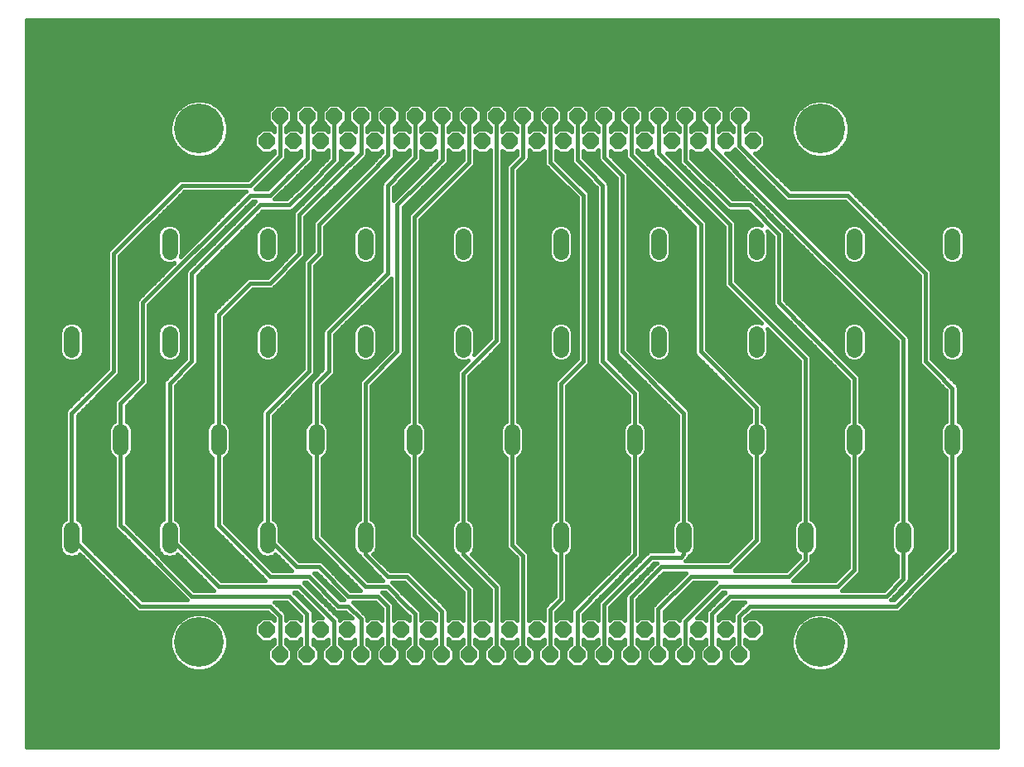
<source format=gbl>
G75*
%MOIN*%
%OFA0B0*%
%FSLAX25Y25*%
%IPPOS*%
%LPD*%
%AMOC8*
5,1,8,0,0,1.08239X$1,22.5*
%
%ADD10C,0.06337*%
%ADD11OC8,0.06400*%
%ADD12C,0.20000*%
%ADD13C,0.01600*%
D10*
X0499721Y0109309D02*
X0499721Y0115646D01*
X0539091Y0115646D02*
X0539091Y0109309D01*
X0578461Y0109309D02*
X0578461Y0115646D01*
X0617831Y0115646D02*
X0617831Y0109309D01*
X0657201Y0109309D02*
X0657201Y0115646D01*
X0696572Y0115646D02*
X0696572Y0109309D01*
X0745942Y0109309D02*
X0745942Y0115646D01*
X0794997Y0115646D02*
X0794997Y0109309D01*
X0834367Y0109309D02*
X0834367Y0115646D01*
X0854052Y0148679D02*
X0854052Y0155016D01*
X0814682Y0155016D02*
X0814682Y0148679D01*
X0775312Y0148679D02*
X0775312Y0155016D01*
X0726257Y0155016D02*
X0726257Y0148679D01*
X0676886Y0148679D02*
X0676886Y0155016D01*
X0637516Y0155016D02*
X0637516Y0148679D01*
X0598146Y0148679D02*
X0598146Y0155016D01*
X0558776Y0155016D02*
X0558776Y0148679D01*
X0519406Y0148679D02*
X0519406Y0155016D01*
X0499721Y0188049D02*
X0499721Y0194386D01*
X0539091Y0194386D02*
X0539091Y0188049D01*
X0578461Y0188049D02*
X0578461Y0194386D01*
X0617831Y0194386D02*
X0617831Y0188049D01*
X0657201Y0188049D02*
X0657201Y0194386D01*
X0696572Y0194386D02*
X0696572Y0188049D01*
X0735942Y0188049D02*
X0735942Y0194386D01*
X0775312Y0194386D02*
X0775312Y0188049D01*
X0814682Y0188049D02*
X0814682Y0194386D01*
X0854052Y0194386D02*
X0854052Y0188049D01*
X0854052Y0227419D02*
X0854052Y0233756D01*
X0814682Y0233756D02*
X0814682Y0227419D01*
X0775312Y0227419D02*
X0775312Y0233756D01*
X0735942Y0233756D02*
X0735942Y0227419D01*
X0696572Y0227419D02*
X0696572Y0233756D01*
X0657201Y0233756D02*
X0657201Y0227419D01*
X0617831Y0227419D02*
X0617831Y0233756D01*
X0578461Y0233756D02*
X0578461Y0227419D01*
X0539091Y0227419D02*
X0539091Y0233756D01*
D11*
X0578181Y0271965D03*
X0589081Y0271965D03*
X0599881Y0271965D03*
X0610781Y0271965D03*
X0621681Y0271965D03*
X0632481Y0271965D03*
X0643381Y0271965D03*
X0654281Y0271965D03*
X0665081Y0271965D03*
X0675981Y0271965D03*
X0686881Y0271965D03*
X0697681Y0271965D03*
X0708581Y0271965D03*
X0719481Y0271965D03*
X0730381Y0271965D03*
X0741181Y0271965D03*
X0752081Y0271965D03*
X0762981Y0271965D03*
X0773781Y0271965D03*
X0768381Y0281965D03*
X0757481Y0281965D03*
X0746681Y0281965D03*
X0735781Y0281965D03*
X0724881Y0281965D03*
X0714081Y0281965D03*
X0703181Y0281965D03*
X0692281Y0281965D03*
X0681381Y0281965D03*
X0670581Y0281965D03*
X0659681Y0281965D03*
X0648781Y0281965D03*
X0637981Y0281965D03*
X0627081Y0281965D03*
X0616181Y0281965D03*
X0605381Y0281965D03*
X0594481Y0281965D03*
X0583581Y0281965D03*
X0588902Y0075300D03*
X0599802Y0075300D03*
X0610702Y0075300D03*
X0621502Y0075300D03*
X0632402Y0075300D03*
X0643302Y0075300D03*
X0654202Y0075300D03*
X0665002Y0075300D03*
X0675902Y0075300D03*
X0686802Y0075300D03*
X0697602Y0075300D03*
X0708502Y0075300D03*
X0719402Y0075300D03*
X0730202Y0075300D03*
X0741102Y0075300D03*
X0752002Y0075300D03*
X0762802Y0075300D03*
X0773702Y0075300D03*
X0768302Y0065300D03*
X0757402Y0065300D03*
X0746502Y0065300D03*
X0735702Y0065300D03*
X0724802Y0065300D03*
X0713902Y0065300D03*
X0703102Y0065300D03*
X0692202Y0065300D03*
X0681302Y0065300D03*
X0670502Y0065300D03*
X0659602Y0065300D03*
X0648702Y0065300D03*
X0637902Y0065300D03*
X0627002Y0065300D03*
X0616102Y0065300D03*
X0605202Y0065300D03*
X0594402Y0065300D03*
X0583502Y0065300D03*
X0578102Y0075300D03*
D12*
X0550902Y0070300D03*
X0800902Y0070300D03*
X0800981Y0276965D03*
X0550981Y0276965D03*
D13*
X0481531Y0028263D02*
X0860543Y0028263D01*
X0872400Y0028263D01*
X0872400Y0320707D01*
X0481531Y0320707D01*
X0481531Y0028263D01*
X0481531Y0029502D02*
X0872400Y0029502D01*
X0872400Y0031100D02*
X0481531Y0031100D01*
X0481531Y0032699D02*
X0872400Y0032699D01*
X0872400Y0034297D02*
X0481531Y0034297D01*
X0481531Y0035896D02*
X0872400Y0035896D01*
X0872400Y0037494D02*
X0481531Y0037494D01*
X0481531Y0039093D02*
X0872400Y0039093D01*
X0872400Y0040691D02*
X0481531Y0040691D01*
X0481531Y0042290D02*
X0872400Y0042290D01*
X0872400Y0043888D02*
X0481531Y0043888D01*
X0481531Y0045487D02*
X0872400Y0045487D01*
X0872400Y0047085D02*
X0481531Y0047085D01*
X0481531Y0048684D02*
X0872400Y0048684D01*
X0872400Y0050283D02*
X0481531Y0050283D01*
X0481531Y0051881D02*
X0872400Y0051881D01*
X0872400Y0053480D02*
X0481531Y0053480D01*
X0481531Y0055078D02*
X0872400Y0055078D01*
X0872400Y0056677D02*
X0481531Y0056677D01*
X0481531Y0058275D02*
X0872400Y0058275D01*
X0872400Y0059874D02*
X0806043Y0059874D01*
X0805380Y0059491D02*
X0808025Y0061018D01*
X0810185Y0063177D01*
X0811712Y0065823D01*
X0812502Y0068773D01*
X0812502Y0071827D01*
X0811712Y0074777D01*
X0810185Y0077423D01*
X0808025Y0079582D01*
X0805380Y0081109D01*
X0802429Y0081900D01*
X0799375Y0081900D01*
X0796425Y0081109D01*
X0793780Y0079582D01*
X0791620Y0077423D01*
X0790093Y0074777D01*
X0789302Y0071827D01*
X0789302Y0068773D01*
X0790093Y0065823D01*
X0791620Y0063177D01*
X0793780Y0061018D01*
X0796425Y0059491D01*
X0799375Y0058700D01*
X0802429Y0058700D01*
X0805380Y0059491D01*
X0808479Y0061472D02*
X0872400Y0061472D01*
X0872400Y0063071D02*
X0810078Y0063071D01*
X0811046Y0064669D02*
X0872400Y0064669D01*
X0872400Y0066268D02*
X0811831Y0066268D01*
X0812259Y0067866D02*
X0872400Y0067866D01*
X0872400Y0069465D02*
X0812502Y0069465D01*
X0812502Y0071063D02*
X0872400Y0071063D01*
X0872400Y0072662D02*
X0812279Y0072662D01*
X0811850Y0074260D02*
X0872400Y0074260D01*
X0872400Y0075859D02*
X0811087Y0075859D01*
X0810150Y0077457D02*
X0872400Y0077457D01*
X0872400Y0079056D02*
X0808551Y0079056D01*
X0806168Y0080654D02*
X0872400Y0080654D01*
X0872400Y0082253D02*
X0773166Y0082253D01*
X0773432Y0082518D02*
X0831970Y0082518D01*
X0832852Y0082883D01*
X0845338Y0095370D01*
X0856086Y0106118D01*
X0856452Y0107000D01*
X0856452Y0144511D01*
X0856753Y0144636D01*
X0858094Y0145978D01*
X0858820Y0147730D01*
X0858820Y0155964D01*
X0858094Y0157717D01*
X0856753Y0159058D01*
X0856452Y0159183D01*
X0856452Y0173073D01*
X0856086Y0173955D01*
X0849275Y0180766D01*
X0845704Y0184337D01*
X0845704Y0219254D01*
X0845338Y0220136D01*
X0813842Y0251632D01*
X0813167Y0252307D01*
X0812285Y0252672D01*
X0789180Y0252672D01*
X0777734Y0264118D01*
X0774687Y0267165D01*
X0775769Y0267165D01*
X0778581Y0269977D01*
X0778581Y0273954D01*
X0775769Y0276765D01*
X0771793Y0276765D01*
X0770781Y0275754D01*
X0770781Y0277577D01*
X0773181Y0279977D01*
X0773181Y0283954D01*
X0770369Y0286765D01*
X0766393Y0286765D01*
X0763581Y0283954D01*
X0763581Y0279977D01*
X0765981Y0277577D01*
X0765981Y0275754D01*
X0764969Y0276765D01*
X0760993Y0276765D01*
X0759881Y0275654D01*
X0759881Y0277577D01*
X0762281Y0279977D01*
X0762281Y0283954D01*
X0759469Y0286765D01*
X0755493Y0286765D01*
X0752681Y0283954D01*
X0752681Y0279977D01*
X0755081Y0277577D01*
X0755081Y0275754D01*
X0754069Y0276765D01*
X0750093Y0276765D01*
X0749081Y0275754D01*
X0749081Y0277577D01*
X0751481Y0279977D01*
X0751481Y0283954D01*
X0748669Y0286765D01*
X0744693Y0286765D01*
X0741881Y0283954D01*
X0741881Y0279977D01*
X0744281Y0277577D01*
X0744281Y0275654D01*
X0743169Y0276765D01*
X0739193Y0276765D01*
X0738181Y0275754D01*
X0738181Y0277577D01*
X0740581Y0279977D01*
X0740581Y0283954D01*
X0737769Y0286765D01*
X0733793Y0286765D01*
X0730981Y0283954D01*
X0730981Y0279977D01*
X0733381Y0277577D01*
X0733381Y0275754D01*
X0732369Y0276765D01*
X0728393Y0276765D01*
X0727281Y0275654D01*
X0727281Y0277577D01*
X0729681Y0279977D01*
X0729681Y0283954D01*
X0726869Y0286765D01*
X0722893Y0286765D01*
X0720081Y0283954D01*
X0720081Y0279977D01*
X0722481Y0277577D01*
X0722481Y0275754D01*
X0721469Y0276765D01*
X0717493Y0276765D01*
X0716481Y0275754D01*
X0716481Y0277577D01*
X0718881Y0279977D01*
X0718881Y0283954D01*
X0716069Y0286765D01*
X0712093Y0286765D01*
X0709281Y0283954D01*
X0709281Y0279977D01*
X0711681Y0277577D01*
X0711681Y0275654D01*
X0710569Y0276765D01*
X0706593Y0276765D01*
X0705581Y0275754D01*
X0705581Y0277577D01*
X0707981Y0279977D01*
X0707981Y0283954D01*
X0705169Y0286765D01*
X0701193Y0286765D01*
X0698381Y0283954D01*
X0698381Y0279977D01*
X0700781Y0277577D01*
X0700781Y0275654D01*
X0699669Y0276765D01*
X0695693Y0276765D01*
X0694681Y0275754D01*
X0694681Y0277577D01*
X0697081Y0279977D01*
X0697081Y0283954D01*
X0694269Y0286765D01*
X0690293Y0286765D01*
X0687481Y0283954D01*
X0687481Y0279977D01*
X0689881Y0277577D01*
X0689881Y0275754D01*
X0688869Y0276765D01*
X0684893Y0276765D01*
X0683781Y0275654D01*
X0683781Y0277577D01*
X0686181Y0279977D01*
X0686181Y0283954D01*
X0683369Y0286765D01*
X0679393Y0286765D01*
X0676581Y0283954D01*
X0676581Y0279977D01*
X0678981Y0277577D01*
X0678981Y0275754D01*
X0677969Y0276765D01*
X0673993Y0276765D01*
X0672981Y0275754D01*
X0672981Y0277577D01*
X0675381Y0279977D01*
X0675381Y0283954D01*
X0672569Y0286765D01*
X0668593Y0286765D01*
X0665781Y0283954D01*
X0665781Y0279977D01*
X0668181Y0277577D01*
X0668181Y0275654D01*
X0667069Y0276765D01*
X0663093Y0276765D01*
X0662081Y0275754D01*
X0662081Y0277577D01*
X0664481Y0279977D01*
X0664481Y0283954D01*
X0661669Y0286765D01*
X0657693Y0286765D01*
X0654881Y0283954D01*
X0654881Y0279977D01*
X0657281Y0277577D01*
X0657281Y0275754D01*
X0656269Y0276765D01*
X0652293Y0276765D01*
X0651181Y0275654D01*
X0651181Y0277577D01*
X0653581Y0279977D01*
X0653581Y0283954D01*
X0650769Y0286765D01*
X0646793Y0286765D01*
X0643981Y0283954D01*
X0643981Y0279977D01*
X0646381Y0277577D01*
X0646381Y0275754D01*
X0645369Y0276765D01*
X0641393Y0276765D01*
X0640381Y0275754D01*
X0640381Y0277577D01*
X0642781Y0279977D01*
X0642781Y0283954D01*
X0639969Y0286765D01*
X0635993Y0286765D01*
X0633181Y0283954D01*
X0633181Y0279977D01*
X0635581Y0277577D01*
X0635581Y0275654D01*
X0634469Y0276765D01*
X0630493Y0276765D01*
X0629481Y0275754D01*
X0629481Y0277577D01*
X0631881Y0279977D01*
X0631881Y0283954D01*
X0629069Y0286765D01*
X0625093Y0286765D01*
X0622281Y0283954D01*
X0622281Y0279977D01*
X0624681Y0277577D01*
X0624681Y0275754D01*
X0623669Y0276765D01*
X0619693Y0276765D01*
X0618581Y0275654D01*
X0618581Y0277577D01*
X0620981Y0279977D01*
X0620981Y0283954D01*
X0618169Y0286765D01*
X0614193Y0286765D01*
X0611381Y0283954D01*
X0611381Y0279977D01*
X0613781Y0277577D01*
X0613781Y0275754D01*
X0612769Y0276765D01*
X0608793Y0276765D01*
X0607781Y0275754D01*
X0607781Y0277577D01*
X0610181Y0279977D01*
X0610181Y0283954D01*
X0607369Y0286765D01*
X0603393Y0286765D01*
X0600581Y0283954D01*
X0600581Y0279977D01*
X0602981Y0277577D01*
X0602981Y0275654D01*
X0601869Y0276765D01*
X0597893Y0276765D01*
X0596881Y0275754D01*
X0596881Y0277577D01*
X0599281Y0279977D01*
X0599281Y0283954D01*
X0596469Y0286765D01*
X0592493Y0286765D01*
X0589681Y0283954D01*
X0589681Y0279977D01*
X0592081Y0277577D01*
X0592081Y0275754D01*
X0591069Y0276765D01*
X0587093Y0276765D01*
X0585981Y0275654D01*
X0585981Y0277577D01*
X0588381Y0279977D01*
X0588381Y0283954D01*
X0585569Y0286765D01*
X0581593Y0286765D01*
X0578781Y0283954D01*
X0578781Y0279977D01*
X0581181Y0277577D01*
X0581181Y0275754D01*
X0580169Y0276765D01*
X0576193Y0276765D01*
X0573381Y0273954D01*
X0573381Y0269977D01*
X0576193Y0267165D01*
X0580169Y0267165D01*
X0581181Y0268177D01*
X0581181Y0267134D01*
X0577490Y0263443D01*
X0570656Y0256609D01*
X0543614Y0256609D01*
X0542732Y0256244D01*
X0542057Y0255569D01*
X0514498Y0228010D01*
X0514132Y0227128D01*
X0514132Y0180400D01*
X0497687Y0163955D01*
X0497321Y0163073D01*
X0497321Y0119813D01*
X0497020Y0119688D01*
X0495679Y0118347D01*
X0494953Y0116594D01*
X0494953Y0108360D01*
X0495679Y0106608D01*
X0497020Y0105266D01*
X0498773Y0104540D01*
X0500670Y0104540D01*
X0502422Y0105266D01*
X0502980Y0105824D01*
X0525921Y0082883D01*
X0526803Y0082518D01*
X0578530Y0082518D01*
X0581102Y0079946D01*
X0581102Y0079088D01*
X0580090Y0080100D01*
X0576114Y0080100D01*
X0573302Y0077288D01*
X0573302Y0073312D01*
X0576114Y0070500D01*
X0580090Y0070500D01*
X0581102Y0071512D01*
X0581102Y0069688D01*
X0578702Y0067288D01*
X0578702Y0063312D01*
X0581514Y0060500D01*
X0585490Y0060500D01*
X0588302Y0063312D01*
X0588302Y0067288D01*
X0585902Y0069688D01*
X0585902Y0071512D01*
X0586914Y0070500D01*
X0590890Y0070500D01*
X0592002Y0071612D01*
X0592002Y0069688D01*
X0589602Y0067288D01*
X0589602Y0063312D01*
X0592414Y0060500D01*
X0596390Y0060500D01*
X0599202Y0063312D01*
X0599202Y0067288D01*
X0596802Y0069688D01*
X0596802Y0071512D01*
X0597814Y0070500D01*
X0601790Y0070500D01*
X0602802Y0071512D01*
X0602802Y0069688D01*
X0600402Y0067288D01*
X0600402Y0063312D01*
X0603214Y0060500D01*
X0607190Y0060500D01*
X0610002Y0063312D01*
X0610002Y0067288D01*
X0607602Y0069688D01*
X0607602Y0071612D01*
X0608714Y0070500D01*
X0612690Y0070500D01*
X0613702Y0071512D01*
X0613702Y0069688D01*
X0611302Y0067288D01*
X0611302Y0063312D01*
X0614114Y0060500D01*
X0618090Y0060500D01*
X0620902Y0063312D01*
X0620902Y0067288D01*
X0618502Y0069688D01*
X0618502Y0071512D01*
X0619514Y0070500D01*
X0623490Y0070500D01*
X0624602Y0071612D01*
X0624602Y0069688D01*
X0622202Y0067288D01*
X0622202Y0063312D01*
X0625014Y0060500D01*
X0628990Y0060500D01*
X0631802Y0063312D01*
X0631802Y0067288D01*
X0629402Y0069688D01*
X0629402Y0071512D01*
X0630414Y0070500D01*
X0634390Y0070500D01*
X0635502Y0071612D01*
X0635502Y0069688D01*
X0633102Y0067288D01*
X0633102Y0063312D01*
X0635914Y0060500D01*
X0639890Y0060500D01*
X0642702Y0063312D01*
X0642702Y0067288D01*
X0640302Y0069688D01*
X0640302Y0071512D01*
X0641314Y0070500D01*
X0645290Y0070500D01*
X0646302Y0071512D01*
X0646302Y0069688D01*
X0643902Y0067288D01*
X0643902Y0063312D01*
X0646714Y0060500D01*
X0650690Y0060500D01*
X0653502Y0063312D01*
X0653502Y0067288D01*
X0651102Y0069688D01*
X0651102Y0071612D01*
X0652214Y0070500D01*
X0656190Y0070500D01*
X0657202Y0071512D01*
X0657202Y0069688D01*
X0654802Y0067288D01*
X0654802Y0063312D01*
X0657614Y0060500D01*
X0661590Y0060500D01*
X0664402Y0063312D01*
X0664402Y0067288D01*
X0662002Y0069688D01*
X0662002Y0071512D01*
X0663014Y0070500D01*
X0666990Y0070500D01*
X0668102Y0071612D01*
X0668102Y0069688D01*
X0665702Y0067288D01*
X0665702Y0063312D01*
X0668514Y0060500D01*
X0672490Y0060500D01*
X0675302Y0063312D01*
X0675302Y0067288D01*
X0672902Y0069688D01*
X0672902Y0071512D01*
X0673914Y0070500D01*
X0677890Y0070500D01*
X0678902Y0071512D01*
X0678902Y0069688D01*
X0676502Y0067288D01*
X0676502Y0063312D01*
X0679314Y0060500D01*
X0683290Y0060500D01*
X0686102Y0063312D01*
X0686102Y0067288D01*
X0683702Y0069688D01*
X0683702Y0071612D01*
X0684814Y0070500D01*
X0688790Y0070500D01*
X0689802Y0071512D01*
X0689802Y0069688D01*
X0687402Y0067288D01*
X0687402Y0063312D01*
X0690214Y0060500D01*
X0694190Y0060500D01*
X0697002Y0063312D01*
X0697002Y0067288D01*
X0694602Y0069688D01*
X0694602Y0071512D01*
X0695614Y0070500D01*
X0699590Y0070500D01*
X0700702Y0071612D01*
X0700702Y0069688D01*
X0698302Y0067288D01*
X0698302Y0063312D01*
X0701114Y0060500D01*
X0705090Y0060500D01*
X0707902Y0063312D01*
X0707902Y0067288D01*
X0705502Y0069688D01*
X0705502Y0071512D01*
X0706514Y0070500D01*
X0710490Y0070500D01*
X0711502Y0071512D01*
X0711502Y0069688D01*
X0709102Y0067288D01*
X0709102Y0063312D01*
X0711914Y0060500D01*
X0715890Y0060500D01*
X0718702Y0063312D01*
X0718702Y0067288D01*
X0716302Y0069688D01*
X0716302Y0071612D01*
X0717414Y0070500D01*
X0721390Y0070500D01*
X0722402Y0071512D01*
X0722402Y0069688D01*
X0720002Y0067288D01*
X0720002Y0063312D01*
X0722814Y0060500D01*
X0726790Y0060500D01*
X0729602Y0063312D01*
X0729602Y0067288D01*
X0727202Y0069688D01*
X0727202Y0071512D01*
X0728214Y0070500D01*
X0732190Y0070500D01*
X0733302Y0071612D01*
X0733302Y0069688D01*
X0730902Y0067288D01*
X0730902Y0063312D01*
X0733714Y0060500D01*
X0737690Y0060500D01*
X0740502Y0063312D01*
X0740502Y0067288D01*
X0738102Y0069688D01*
X0738102Y0071512D01*
X0739114Y0070500D01*
X0743090Y0070500D01*
X0744102Y0071512D01*
X0744102Y0069688D01*
X0741702Y0067288D01*
X0741702Y0063312D01*
X0744514Y0060500D01*
X0748490Y0060500D01*
X0751302Y0063312D01*
X0751302Y0067288D01*
X0748902Y0069688D01*
X0748902Y0071612D01*
X0750014Y0070500D01*
X0753990Y0070500D01*
X0755002Y0071512D01*
X0755002Y0069688D01*
X0752602Y0067288D01*
X0752602Y0063312D01*
X0755414Y0060500D01*
X0759390Y0060500D01*
X0762202Y0063312D01*
X0762202Y0067288D01*
X0759802Y0069688D01*
X0759802Y0071512D01*
X0760814Y0070500D01*
X0764790Y0070500D01*
X0765902Y0071612D01*
X0765902Y0069688D01*
X0763502Y0067288D01*
X0763502Y0063312D01*
X0766314Y0060500D01*
X0770290Y0060500D01*
X0773102Y0063312D01*
X0773102Y0067288D01*
X0770702Y0069688D01*
X0770702Y0071512D01*
X0771714Y0070500D01*
X0775690Y0070500D01*
X0778502Y0073312D01*
X0778502Y0077288D01*
X0775690Y0080100D01*
X0771714Y0080100D01*
X0770702Y0079088D01*
X0770702Y0079789D01*
X0773432Y0082518D01*
X0772438Y0084918D02*
X0831493Y0084918D01*
X0843304Y0096729D01*
X0839367Y0092792D01*
X0838221Y0095041D02*
X0836705Y0095041D01*
X0836767Y0095189D02*
X0836767Y0105141D01*
X0837068Y0105266D01*
X0838409Y0106608D01*
X0839135Y0108360D01*
X0839135Y0116594D01*
X0838409Y0118347D01*
X0837068Y0119688D01*
X0836767Y0119813D01*
X0836767Y0192758D01*
X0836401Y0193640D01*
X0778409Y0251632D01*
X0762876Y0267165D01*
X0764969Y0267165D01*
X0766434Y0268630D01*
X0774340Y0260724D01*
X0774340Y0260724D01*
X0786826Y0248238D01*
X0787708Y0247872D01*
X0810814Y0247872D01*
X0840904Y0217782D01*
X0840904Y0182866D01*
X0841269Y0181984D01*
X0841944Y0181309D01*
X0845881Y0177372D01*
X0851652Y0171601D01*
X0851652Y0159183D01*
X0851351Y0159058D01*
X0850009Y0157717D01*
X0849283Y0155964D01*
X0849283Y0147730D01*
X0850009Y0145978D01*
X0851351Y0144636D01*
X0851652Y0144511D01*
X0851652Y0108471D01*
X0841944Y0098764D01*
X0830499Y0087318D01*
X0829413Y0087318D01*
X0829590Y0087496D01*
X0836401Y0094307D01*
X0836767Y0095189D01*
X0836767Y0096639D02*
X0839820Y0096639D01*
X0841418Y0098238D02*
X0836767Y0098238D01*
X0836767Y0099836D02*
X0843017Y0099836D01*
X0841944Y0098764D02*
X0841944Y0098764D01*
X0843304Y0096729D02*
X0854052Y0107477D01*
X0854052Y0151847D01*
X0854052Y0172595D01*
X0847241Y0179406D01*
X0843304Y0183343D01*
X0843304Y0218776D01*
X0811808Y0250272D01*
X0788186Y0250272D01*
X0776375Y0262083D01*
X0768381Y0270077D01*
X0768381Y0281965D01*
X0773181Y0282067D02*
X0790532Y0282067D01*
X0790171Y0281443D02*
X0789381Y0278493D01*
X0789381Y0275438D01*
X0790171Y0272488D01*
X0791699Y0269843D01*
X0793858Y0267683D01*
X0796504Y0266156D01*
X0799454Y0265365D01*
X0802508Y0265365D01*
X0805458Y0266156D01*
X0808104Y0267683D01*
X0810263Y0269843D01*
X0811790Y0272488D01*
X0812581Y0275438D01*
X0812581Y0278493D01*
X0811790Y0281443D01*
X0810263Y0284088D01*
X0808104Y0286248D01*
X0805458Y0287775D01*
X0802508Y0288565D01*
X0799454Y0288565D01*
X0796504Y0287775D01*
X0793858Y0286248D01*
X0791699Y0284088D01*
X0790171Y0281443D01*
X0789910Y0280468D02*
X0773181Y0280468D01*
X0772073Y0278870D02*
X0789482Y0278870D01*
X0789381Y0277271D02*
X0770781Y0277271D01*
X0765981Y0277271D02*
X0759881Y0277271D01*
X0759881Y0275673D02*
X0759900Y0275673D01*
X0761173Y0278870D02*
X0764688Y0278870D01*
X0763581Y0280468D02*
X0762281Y0280468D01*
X0762281Y0282067D02*
X0763581Y0282067D01*
X0763581Y0283665D02*
X0762281Y0283665D01*
X0760971Y0285264D02*
X0764891Y0285264D01*
X0771871Y0285264D02*
X0792874Y0285264D01*
X0791455Y0283665D02*
X0773181Y0283665D01*
X0776862Y0275673D02*
X0789381Y0275673D01*
X0789746Y0274074D02*
X0778460Y0274074D01*
X0778581Y0272476D02*
X0790179Y0272476D01*
X0791102Y0270877D02*
X0778581Y0270877D01*
X0777882Y0269279D02*
X0792263Y0269279D01*
X0793864Y0267680D02*
X0776284Y0267680D01*
X0775771Y0266082D02*
X0796781Y0266082D01*
X0805181Y0266082D02*
X0872400Y0266082D01*
X0872400Y0267680D02*
X0808098Y0267680D01*
X0809699Y0269279D02*
X0872400Y0269279D01*
X0872400Y0270877D02*
X0810860Y0270877D01*
X0811783Y0272476D02*
X0872400Y0272476D01*
X0872400Y0274074D02*
X0812215Y0274074D01*
X0812581Y0275673D02*
X0872400Y0275673D01*
X0872400Y0277271D02*
X0812581Y0277271D01*
X0812480Y0278870D02*
X0872400Y0278870D01*
X0872400Y0280468D02*
X0812052Y0280468D01*
X0811430Y0282067D02*
X0872400Y0282067D01*
X0872400Y0283665D02*
X0810507Y0283665D01*
X0809088Y0285264D02*
X0872400Y0285264D01*
X0872400Y0286862D02*
X0807039Y0286862D01*
X0802899Y0288461D02*
X0872400Y0288461D01*
X0872400Y0290059D02*
X0481531Y0290059D01*
X0481531Y0288461D02*
X0549063Y0288461D01*
X0549454Y0288565D02*
X0546504Y0287775D01*
X0543858Y0286248D01*
X0541699Y0284088D01*
X0540171Y0281443D01*
X0539381Y0278493D01*
X0539381Y0275438D01*
X0540171Y0272488D01*
X0541699Y0269843D01*
X0543858Y0267683D01*
X0546504Y0266156D01*
X0549454Y0265365D01*
X0552508Y0265365D01*
X0555458Y0266156D01*
X0558104Y0267683D01*
X0560263Y0269843D01*
X0561790Y0272488D01*
X0562581Y0275438D01*
X0562581Y0278493D01*
X0561790Y0281443D01*
X0560263Y0284088D01*
X0558104Y0286248D01*
X0555458Y0287775D01*
X0552508Y0288565D01*
X0549454Y0288565D01*
X0552899Y0288461D02*
X0799063Y0288461D01*
X0794923Y0286862D02*
X0557039Y0286862D01*
X0559088Y0285264D02*
X0580091Y0285264D01*
X0578781Y0283665D02*
X0560507Y0283665D01*
X0561430Y0282067D02*
X0578781Y0282067D01*
X0578781Y0280468D02*
X0562052Y0280468D01*
X0562480Y0278870D02*
X0579888Y0278870D01*
X0581181Y0277271D02*
X0562581Y0277271D01*
X0562581Y0275673D02*
X0575100Y0275673D01*
X0573501Y0274074D02*
X0562215Y0274074D01*
X0561783Y0272476D02*
X0573381Y0272476D01*
X0573381Y0270877D02*
X0560860Y0270877D01*
X0559699Y0269279D02*
X0574080Y0269279D01*
X0575678Y0267680D02*
X0558098Y0267680D01*
X0555181Y0266082D02*
X0580128Y0266082D01*
X0580684Y0267680D02*
X0581181Y0267680D01*
X0583581Y0266140D02*
X0579524Y0262083D01*
X0571650Y0254209D01*
X0544091Y0254209D01*
X0516532Y0226650D01*
X0516532Y0179406D01*
X0499721Y0162595D01*
X0499721Y0112477D01*
X0527280Y0084918D01*
X0579524Y0084918D01*
X0583502Y0080940D01*
X0583502Y0065300D01*
X0580542Y0061472D02*
X0558479Y0061472D01*
X0558025Y0061018D02*
X0560185Y0063177D01*
X0561712Y0065823D01*
X0562502Y0068773D01*
X0562502Y0071827D01*
X0561712Y0074777D01*
X0560185Y0077423D01*
X0558025Y0079582D01*
X0555380Y0081109D01*
X0552429Y0081900D01*
X0549375Y0081900D01*
X0546425Y0081109D01*
X0543780Y0079582D01*
X0541620Y0077423D01*
X0540093Y0074777D01*
X0539302Y0071827D01*
X0539302Y0068773D01*
X0540093Y0065823D01*
X0541620Y0063177D01*
X0543780Y0061018D01*
X0546425Y0059491D01*
X0549375Y0058700D01*
X0552429Y0058700D01*
X0555380Y0059491D01*
X0558025Y0061018D01*
X0556043Y0059874D02*
X0795761Y0059874D01*
X0793325Y0061472D02*
X0771263Y0061472D01*
X0772861Y0063071D02*
X0791727Y0063071D01*
X0790759Y0064669D02*
X0773102Y0064669D01*
X0773102Y0066268D02*
X0789973Y0066268D01*
X0789545Y0067866D02*
X0772524Y0067866D01*
X0770926Y0069465D02*
X0789302Y0069465D01*
X0789302Y0071063D02*
X0776254Y0071063D01*
X0777852Y0072662D02*
X0789526Y0072662D01*
X0789954Y0074260D02*
X0778502Y0074260D01*
X0778502Y0075859D02*
X0790717Y0075859D01*
X0791655Y0077457D02*
X0778333Y0077457D01*
X0776735Y0079056D02*
X0793253Y0079056D01*
X0795636Y0080654D02*
X0771568Y0080654D01*
X0768302Y0080783D02*
X0772438Y0084918D01*
X0770581Y0086455D02*
X0770403Y0086278D01*
X0766268Y0082142D01*
X0765902Y0081260D01*
X0765902Y0080305D01*
X0765902Y0078988D01*
X0764790Y0080100D01*
X0760814Y0080100D01*
X0759802Y0079088D01*
X0759802Y0080700D01*
X0765558Y0086455D01*
X0770581Y0086455D01*
X0769575Y0085450D02*
X0764552Y0085450D01*
X0762954Y0083851D02*
X0767977Y0083851D01*
X0766378Y0082253D02*
X0761355Y0082253D01*
X0759802Y0080654D02*
X0765902Y0080654D01*
X0765902Y0079056D02*
X0765835Y0079056D01*
X0768302Y0080783D02*
X0768302Y0065300D01*
X0765342Y0061472D02*
X0760363Y0061472D01*
X0761961Y0063071D02*
X0763743Y0063071D01*
X0763502Y0064669D02*
X0762202Y0064669D01*
X0762202Y0066268D02*
X0763502Y0066268D01*
X0764080Y0067866D02*
X0761624Y0067866D01*
X0760026Y0069465D02*
X0765679Y0069465D01*
X0765902Y0071063D02*
X0765354Y0071063D01*
X0760251Y0071063D02*
X0759802Y0071063D01*
X0755002Y0071063D02*
X0754554Y0071063D01*
X0754779Y0069465D02*
X0749126Y0069465D01*
X0748902Y0071063D02*
X0749451Y0071063D01*
X0750724Y0067866D02*
X0753180Y0067866D01*
X0752602Y0066268D02*
X0751302Y0066268D01*
X0751302Y0064669D02*
X0752602Y0064669D01*
X0752843Y0063071D02*
X0751061Y0063071D01*
X0749463Y0061472D02*
X0754442Y0061472D01*
X0757402Y0065300D02*
X0757402Y0081694D01*
X0764564Y0088855D01*
X0827556Y0088855D01*
X0834367Y0095666D01*
X0834367Y0112477D01*
X0834367Y0192280D01*
X0776375Y0250272D01*
X0757481Y0269166D01*
X0757481Y0281965D01*
X0752681Y0282067D02*
X0751481Y0282067D01*
X0751481Y0283665D02*
X0752681Y0283665D01*
X0753991Y0285264D02*
X0750171Y0285264D01*
X0746681Y0281965D02*
X0746681Y0264218D01*
X0764564Y0246335D01*
X0772438Y0246335D01*
X0784249Y0234524D01*
X0784249Y0206965D01*
X0796060Y0195154D01*
X0792123Y0199091D01*
X0790474Y0197346D02*
X0785452Y0197346D01*
X0783853Y0198944D02*
X0788876Y0198944D01*
X0787277Y0200543D02*
X0782255Y0200543D01*
X0780656Y0202141D02*
X0785679Y0202141D01*
X0784080Y0203740D02*
X0779058Y0203740D01*
X0777459Y0205338D02*
X0782482Y0205338D01*
X0782214Y0205606D02*
X0794700Y0193120D01*
X0812282Y0175538D01*
X0812282Y0159183D01*
X0811981Y0159058D01*
X0810639Y0157717D01*
X0809913Y0155964D01*
X0809913Y0147730D01*
X0810639Y0145978D01*
X0811981Y0144636D01*
X0812282Y0144511D01*
X0812282Y0100597D01*
X0806877Y0095192D01*
X0790043Y0095192D01*
X0790220Y0095370D01*
X0797031Y0102181D01*
X0797397Y0103063D01*
X0797397Y0105141D01*
X0797698Y0105266D01*
X0799039Y0106608D01*
X0799765Y0108360D01*
X0799765Y0116594D01*
X0799039Y0118347D01*
X0797698Y0119688D01*
X0797397Y0119813D01*
X0797397Y0184884D01*
X0797031Y0185766D01*
X0766964Y0215833D01*
X0766964Y0238939D01*
X0766598Y0239821D01*
X0746913Y0259506D01*
X0739254Y0267165D01*
X0743169Y0267165D01*
X0744281Y0268277D01*
X0744281Y0263741D01*
X0744646Y0262859D01*
X0762529Y0244976D01*
X0763204Y0244301D01*
X0764086Y0243935D01*
X0771444Y0243935D01*
X0777275Y0238104D01*
X0776260Y0238524D01*
X0774363Y0238524D01*
X0772611Y0237798D01*
X0771269Y0236457D01*
X0770543Y0234704D01*
X0770543Y0226470D01*
X0771269Y0224718D01*
X0772611Y0223376D01*
X0774363Y0222650D01*
X0776260Y0222650D01*
X0778013Y0223376D01*
X0779354Y0224718D01*
X0780080Y0226470D01*
X0780080Y0234704D01*
X0779660Y0235719D01*
X0781849Y0233530D01*
X0781849Y0206488D01*
X0782214Y0205606D01*
X0781849Y0206937D02*
X0775860Y0206937D01*
X0774262Y0208535D02*
X0781849Y0208535D01*
X0781849Y0210134D02*
X0772663Y0210134D01*
X0771065Y0211732D02*
X0781849Y0211732D01*
X0781849Y0213331D02*
X0769466Y0213331D01*
X0767868Y0214929D02*
X0781849Y0214929D01*
X0781849Y0216528D02*
X0766964Y0216528D01*
X0766964Y0218126D02*
X0781849Y0218126D01*
X0781849Y0219725D02*
X0766964Y0219725D01*
X0766964Y0221323D02*
X0781849Y0221323D01*
X0781849Y0222922D02*
X0776915Y0222922D01*
X0779157Y0224520D02*
X0781849Y0224520D01*
X0781849Y0226119D02*
X0779935Y0226119D01*
X0780080Y0227717D02*
X0781849Y0227717D01*
X0781849Y0229316D02*
X0780080Y0229316D01*
X0780080Y0230914D02*
X0781849Y0230914D01*
X0781849Y0232513D02*
X0780080Y0232513D01*
X0780080Y0234111D02*
X0781268Y0234111D01*
X0779669Y0235710D02*
X0779664Y0235710D01*
X0776472Y0238907D02*
X0766964Y0238907D01*
X0766964Y0237308D02*
X0772120Y0237308D01*
X0770960Y0235710D02*
X0766964Y0235710D01*
X0766964Y0234111D02*
X0770543Y0234111D01*
X0770543Y0232513D02*
X0766964Y0232513D01*
X0766964Y0230914D02*
X0770543Y0230914D01*
X0770543Y0229316D02*
X0766964Y0229316D01*
X0766964Y0227717D02*
X0770543Y0227717D01*
X0770689Y0226119D02*
X0766964Y0226119D01*
X0766964Y0224520D02*
X0771467Y0224520D01*
X0773708Y0222922D02*
X0766964Y0222922D01*
X0762164Y0222922D02*
X0755153Y0222922D01*
X0755153Y0224520D02*
X0762164Y0224520D01*
X0762164Y0226119D02*
X0755153Y0226119D01*
X0755153Y0227717D02*
X0762164Y0227717D01*
X0762164Y0229316D02*
X0755153Y0229316D01*
X0755153Y0230914D02*
X0762164Y0230914D01*
X0762164Y0232513D02*
X0755153Y0232513D01*
X0755153Y0234111D02*
X0762164Y0234111D01*
X0762164Y0235710D02*
X0755153Y0235710D01*
X0755153Y0237308D02*
X0762164Y0237308D01*
X0762164Y0237467D02*
X0762164Y0214362D01*
X0762529Y0213480D01*
X0763204Y0212805D01*
X0777275Y0198734D01*
X0776260Y0199154D01*
X0774363Y0199154D01*
X0772611Y0198428D01*
X0771269Y0197087D01*
X0770543Y0195334D01*
X0770543Y0187100D01*
X0771269Y0185348D01*
X0772611Y0184006D01*
X0774363Y0183280D01*
X0776260Y0183280D01*
X0778013Y0184006D01*
X0779354Y0185348D01*
X0780080Y0187100D01*
X0780080Y0195334D01*
X0779660Y0196349D01*
X0792597Y0183412D01*
X0792597Y0119813D01*
X0792296Y0119688D01*
X0790954Y0118347D01*
X0790228Y0116594D01*
X0790228Y0108360D01*
X0790954Y0106608D01*
X0792296Y0105266D01*
X0792597Y0105141D01*
X0792597Y0104534D01*
X0787192Y0099129D01*
X0766421Y0099129D01*
X0766598Y0099307D01*
X0777346Y0110055D01*
X0777712Y0110937D01*
X0777712Y0111892D01*
X0777712Y0144511D01*
X0778013Y0144636D01*
X0779354Y0145978D01*
X0780080Y0147730D01*
X0780080Y0155964D01*
X0779354Y0157717D01*
X0778013Y0159058D01*
X0777712Y0159183D01*
X0777712Y0165199D01*
X0777346Y0166081D01*
X0755153Y0188274D01*
X0755153Y0238939D01*
X0754787Y0239821D01*
X0731165Y0263443D01*
X0727281Y0267327D01*
X0727281Y0268277D01*
X0728393Y0267165D01*
X0732369Y0267165D01*
X0733381Y0268177D01*
X0733381Y0266767D01*
X0733746Y0265885D01*
X0743519Y0256112D01*
X0762164Y0237467D01*
X0760724Y0238907D02*
X0755153Y0238907D01*
X0754103Y0240505D02*
X0759126Y0240505D01*
X0757527Y0242104D02*
X0752504Y0242104D01*
X0750906Y0243702D02*
X0755929Y0243702D01*
X0754330Y0245301D02*
X0749307Y0245301D01*
X0747709Y0246899D02*
X0752732Y0246899D01*
X0751133Y0248498D02*
X0746110Y0248498D01*
X0744512Y0250096D02*
X0749535Y0250096D01*
X0747936Y0251695D02*
X0742913Y0251695D01*
X0741315Y0253293D02*
X0746337Y0253293D01*
X0744739Y0254892D02*
X0739716Y0254892D01*
X0738118Y0256490D02*
X0743140Y0256490D01*
X0741542Y0258089D02*
X0736519Y0258089D01*
X0734921Y0259687D02*
X0739943Y0259687D01*
X0738345Y0261286D02*
X0733322Y0261286D01*
X0731724Y0262885D02*
X0736746Y0262885D01*
X0735148Y0264483D02*
X0730125Y0264483D01*
X0728527Y0266082D02*
X0733665Y0266082D01*
X0733381Y0267680D02*
X0732884Y0267680D01*
X0735781Y0267244D02*
X0744879Y0258146D01*
X0764564Y0238461D01*
X0764564Y0214839D01*
X0794997Y0184406D01*
X0794997Y0112477D01*
X0794997Y0103540D01*
X0788186Y0096729D01*
X0748816Y0096729D01*
X0735702Y0083616D01*
X0735702Y0065300D01*
X0732742Y0061472D02*
X0727763Y0061472D01*
X0729361Y0063071D02*
X0731143Y0063071D01*
X0730902Y0064669D02*
X0729602Y0064669D01*
X0729602Y0066268D02*
X0730902Y0066268D01*
X0731480Y0067866D02*
X0729024Y0067866D01*
X0727426Y0069465D02*
X0733079Y0069465D01*
X0733302Y0071063D02*
X0732754Y0071063D01*
X0727651Y0071063D02*
X0727202Y0071063D01*
X0722402Y0071063D02*
X0721954Y0071063D01*
X0722179Y0069465D02*
X0716526Y0069465D01*
X0716302Y0071063D02*
X0716851Y0071063D01*
X0718124Y0067866D02*
X0720580Y0067866D01*
X0720002Y0066268D02*
X0718702Y0066268D01*
X0718702Y0064669D02*
X0720002Y0064669D01*
X0720243Y0063071D02*
X0718461Y0063071D01*
X0716863Y0061472D02*
X0721842Y0061472D01*
X0724802Y0065300D02*
X0724802Y0088464D01*
X0737005Y0100666D01*
X0764564Y0100666D01*
X0775312Y0111414D01*
X0775312Y0151847D01*
X0775312Y0164721D01*
X0752753Y0187280D01*
X0752753Y0238461D01*
X0729131Y0262083D01*
X0724881Y0266333D01*
X0724881Y0281965D01*
X0729681Y0282067D02*
X0730981Y0282067D01*
X0730981Y0283665D02*
X0729681Y0283665D01*
X0728371Y0285264D02*
X0732291Y0285264D01*
X0735781Y0281965D02*
X0735781Y0267244D01*
X0740338Y0266082D02*
X0744281Y0266082D01*
X0744281Y0267680D02*
X0743684Y0267680D01*
X0744281Y0264483D02*
X0741936Y0264483D01*
X0743535Y0262885D02*
X0744636Y0262885D01*
X0745133Y0261286D02*
X0746219Y0261286D01*
X0746732Y0259687D02*
X0747817Y0259687D01*
X0748330Y0258089D02*
X0749416Y0258089D01*
X0749929Y0256490D02*
X0751014Y0256490D01*
X0751527Y0254892D02*
X0752613Y0254892D01*
X0753126Y0253293D02*
X0754212Y0253293D01*
X0754724Y0251695D02*
X0755810Y0251695D01*
X0756323Y0250096D02*
X0757409Y0250096D01*
X0757921Y0248498D02*
X0759007Y0248498D01*
X0759520Y0246899D02*
X0760606Y0246899D01*
X0761118Y0245301D02*
X0762204Y0245301D01*
X0762717Y0243702D02*
X0771677Y0243702D01*
X0773275Y0242104D02*
X0764315Y0242104D01*
X0765914Y0240505D02*
X0774874Y0240505D01*
X0778465Y0243702D02*
X0779551Y0243702D01*
X0780063Y0242104D02*
X0781149Y0242104D01*
X0781662Y0240505D02*
X0782748Y0240505D01*
X0783260Y0238907D02*
X0784346Y0238907D01*
X0784859Y0237308D02*
X0785945Y0237308D01*
X0785608Y0236559D02*
X0773797Y0248370D01*
X0772915Y0248735D01*
X0765558Y0248735D01*
X0749081Y0265212D01*
X0749081Y0268177D01*
X0750093Y0267165D01*
X0754069Y0267165D01*
X0755231Y0268327D01*
X0755446Y0267807D01*
X0775015Y0248238D01*
X0775015Y0248238D01*
X0831967Y0191286D01*
X0831967Y0119813D01*
X0831666Y0119688D01*
X0830324Y0118347D01*
X0829598Y0116594D01*
X0829598Y0108360D01*
X0830324Y0106608D01*
X0831666Y0105266D01*
X0831967Y0105141D01*
X0831967Y0096660D01*
X0826562Y0091255D01*
X0809728Y0091255D01*
X0809905Y0091433D01*
X0816716Y0098244D01*
X0817082Y0099126D01*
X0817082Y0100081D01*
X0817082Y0144511D01*
X0817383Y0144636D01*
X0818724Y0145978D01*
X0819450Y0147730D01*
X0819450Y0155964D01*
X0818724Y0157717D01*
X0817383Y0159058D01*
X0817082Y0159183D01*
X0817082Y0177010D01*
X0816716Y0177892D01*
X0798094Y0196514D01*
X0786649Y0207959D01*
X0786649Y0235002D01*
X0786283Y0235884D01*
X0785608Y0236559D01*
X0786355Y0235710D02*
X0787543Y0235710D01*
X0786649Y0234111D02*
X0789142Y0234111D01*
X0790740Y0232513D02*
X0786649Y0232513D01*
X0786649Y0230914D02*
X0792339Y0230914D01*
X0793937Y0229316D02*
X0786649Y0229316D01*
X0786649Y0227717D02*
X0795536Y0227717D01*
X0797134Y0226119D02*
X0786649Y0226119D01*
X0786649Y0224520D02*
X0798733Y0224520D01*
X0800331Y0222922D02*
X0786649Y0222922D01*
X0786649Y0221323D02*
X0801930Y0221323D01*
X0803528Y0219725D02*
X0786649Y0219725D01*
X0786649Y0218126D02*
X0805127Y0218126D01*
X0806725Y0216528D02*
X0786649Y0216528D01*
X0786649Y0214929D02*
X0808324Y0214929D01*
X0809922Y0213331D02*
X0786649Y0213331D01*
X0786649Y0211732D02*
X0811521Y0211732D01*
X0813119Y0210134D02*
X0786649Y0210134D01*
X0786649Y0208535D02*
X0814718Y0208535D01*
X0816316Y0206937D02*
X0787672Y0206937D01*
X0789270Y0205338D02*
X0817915Y0205338D01*
X0819513Y0203740D02*
X0790869Y0203740D01*
X0792467Y0202141D02*
X0821112Y0202141D01*
X0822710Y0200543D02*
X0794066Y0200543D01*
X0795664Y0198944D02*
X0813226Y0198944D01*
X0813733Y0199154D02*
X0811981Y0198428D01*
X0810639Y0197087D01*
X0809913Y0195334D01*
X0809913Y0187100D01*
X0810639Y0185348D01*
X0811981Y0184006D01*
X0813733Y0183280D01*
X0815630Y0183280D01*
X0817383Y0184006D01*
X0818724Y0185348D01*
X0819450Y0187100D01*
X0819450Y0195334D01*
X0818724Y0197087D01*
X0817383Y0198428D01*
X0815630Y0199154D01*
X0813733Y0199154D01*
X0816138Y0198944D02*
X0824309Y0198944D01*
X0825907Y0197346D02*
X0818466Y0197346D01*
X0819279Y0195747D02*
X0827506Y0195747D01*
X0829104Y0194149D02*
X0819450Y0194149D01*
X0819450Y0192550D02*
X0830703Y0192550D01*
X0831967Y0190952D02*
X0819450Y0190952D01*
X0819450Y0189353D02*
X0831967Y0189353D01*
X0831967Y0187754D02*
X0819450Y0187754D01*
X0819059Y0186156D02*
X0831967Y0186156D01*
X0831967Y0184557D02*
X0817934Y0184557D01*
X0813248Y0181360D02*
X0831967Y0181360D01*
X0831967Y0179762D02*
X0814846Y0179762D01*
X0816445Y0178163D02*
X0831967Y0178163D01*
X0831967Y0176565D02*
X0817082Y0176565D01*
X0817082Y0174966D02*
X0831967Y0174966D01*
X0831967Y0173368D02*
X0817082Y0173368D01*
X0817082Y0171769D02*
X0831967Y0171769D01*
X0831967Y0170171D02*
X0817082Y0170171D01*
X0817082Y0168572D02*
X0831967Y0168572D01*
X0831967Y0166974D02*
X0817082Y0166974D01*
X0817082Y0165375D02*
X0831967Y0165375D01*
X0831967Y0163777D02*
X0817082Y0163777D01*
X0817082Y0162178D02*
X0831967Y0162178D01*
X0831967Y0160580D02*
X0817082Y0160580D01*
X0817460Y0158981D02*
X0831967Y0158981D01*
X0831967Y0157383D02*
X0818863Y0157383D01*
X0819450Y0155784D02*
X0831967Y0155784D01*
X0831967Y0154186D02*
X0819450Y0154186D01*
X0819450Y0152587D02*
X0831967Y0152587D01*
X0831967Y0150989D02*
X0819450Y0150989D01*
X0819450Y0149390D02*
X0831967Y0149390D01*
X0831967Y0147792D02*
X0819450Y0147792D01*
X0818814Y0146193D02*
X0831967Y0146193D01*
X0831967Y0144595D02*
X0817283Y0144595D01*
X0817082Y0142996D02*
X0831967Y0142996D01*
X0831967Y0141398D02*
X0817082Y0141398D01*
X0817082Y0139799D02*
X0831967Y0139799D01*
X0831967Y0138201D02*
X0817082Y0138201D01*
X0817082Y0136602D02*
X0831967Y0136602D01*
X0831967Y0135004D02*
X0817082Y0135004D01*
X0817082Y0133405D02*
X0831967Y0133405D01*
X0831967Y0131807D02*
X0817082Y0131807D01*
X0817082Y0130208D02*
X0831967Y0130208D01*
X0831967Y0128610D02*
X0817082Y0128610D01*
X0817082Y0127011D02*
X0831967Y0127011D01*
X0831967Y0125413D02*
X0817082Y0125413D01*
X0817082Y0123814D02*
X0831967Y0123814D01*
X0831967Y0122216D02*
X0817082Y0122216D01*
X0817082Y0120617D02*
X0831967Y0120617D01*
X0830996Y0119018D02*
X0817082Y0119018D01*
X0817082Y0117420D02*
X0829940Y0117420D01*
X0829598Y0115821D02*
X0817082Y0115821D01*
X0817082Y0114223D02*
X0829598Y0114223D01*
X0829598Y0112624D02*
X0817082Y0112624D01*
X0817082Y0111026D02*
X0829598Y0111026D01*
X0829598Y0109427D02*
X0817082Y0109427D01*
X0817082Y0107829D02*
X0829818Y0107829D01*
X0830701Y0106230D02*
X0817082Y0106230D01*
X0817082Y0104632D02*
X0831967Y0104632D01*
X0831967Y0103033D02*
X0817082Y0103033D01*
X0817082Y0101435D02*
X0831967Y0101435D01*
X0831967Y0099836D02*
X0817082Y0099836D01*
X0816711Y0098238D02*
X0831967Y0098238D01*
X0831946Y0096639D02*
X0815112Y0096639D01*
X0813514Y0095041D02*
X0830347Y0095041D01*
X0828749Y0093442D02*
X0811915Y0093442D01*
X0810316Y0091844D02*
X0827150Y0091844D01*
X0830742Y0088647D02*
X0831827Y0088647D01*
X0832340Y0090245D02*
X0833426Y0090245D01*
X0833939Y0091844D02*
X0835024Y0091844D01*
X0835537Y0093442D02*
X0836623Y0093442D01*
X0840214Y0090245D02*
X0872400Y0090245D01*
X0872400Y0088647D02*
X0838616Y0088647D01*
X0837017Y0087048D02*
X0872400Y0087048D01*
X0872400Y0085450D02*
X0835419Y0085450D01*
X0833820Y0083851D02*
X0872400Y0083851D01*
X0872400Y0091844D02*
X0841813Y0091844D01*
X0843411Y0093442D02*
X0872400Y0093442D01*
X0872400Y0095041D02*
X0845010Y0095041D01*
X0845338Y0095370D02*
X0845338Y0095370D01*
X0846608Y0096639D02*
X0872400Y0096639D01*
X0872400Y0098238D02*
X0848207Y0098238D01*
X0849805Y0099836D02*
X0872400Y0099836D01*
X0872400Y0101435D02*
X0851404Y0101435D01*
X0853002Y0103033D02*
X0872400Y0103033D01*
X0872400Y0104632D02*
X0854601Y0104632D01*
X0856133Y0106230D02*
X0872400Y0106230D01*
X0872400Y0107829D02*
X0856452Y0107829D01*
X0856452Y0109427D02*
X0872400Y0109427D01*
X0872400Y0111026D02*
X0856452Y0111026D01*
X0856452Y0112624D02*
X0872400Y0112624D01*
X0872400Y0114223D02*
X0856452Y0114223D01*
X0856452Y0115821D02*
X0872400Y0115821D01*
X0872400Y0117420D02*
X0856452Y0117420D01*
X0856452Y0119018D02*
X0872400Y0119018D01*
X0872400Y0120617D02*
X0856452Y0120617D01*
X0856452Y0122216D02*
X0872400Y0122216D01*
X0872400Y0123814D02*
X0856452Y0123814D01*
X0856452Y0125413D02*
X0872400Y0125413D01*
X0872400Y0127011D02*
X0856452Y0127011D01*
X0856452Y0128610D02*
X0872400Y0128610D01*
X0872400Y0130208D02*
X0856452Y0130208D01*
X0856452Y0131807D02*
X0872400Y0131807D01*
X0872400Y0133405D02*
X0856452Y0133405D01*
X0856452Y0135004D02*
X0872400Y0135004D01*
X0872400Y0136602D02*
X0856452Y0136602D01*
X0856452Y0138201D02*
X0872400Y0138201D01*
X0872400Y0139799D02*
X0856452Y0139799D01*
X0856452Y0141398D02*
X0872400Y0141398D01*
X0872400Y0142996D02*
X0856452Y0142996D01*
X0856653Y0144595D02*
X0872400Y0144595D01*
X0872400Y0146193D02*
X0858184Y0146193D01*
X0858820Y0147792D02*
X0872400Y0147792D01*
X0872400Y0149390D02*
X0858820Y0149390D01*
X0858820Y0150989D02*
X0872400Y0150989D01*
X0872400Y0152587D02*
X0858820Y0152587D01*
X0858820Y0154186D02*
X0872400Y0154186D01*
X0872400Y0155784D02*
X0858820Y0155784D01*
X0858233Y0157383D02*
X0872400Y0157383D01*
X0872400Y0158981D02*
X0856830Y0158981D01*
X0856452Y0160580D02*
X0872400Y0160580D01*
X0872400Y0162178D02*
X0856452Y0162178D01*
X0856452Y0163777D02*
X0872400Y0163777D01*
X0872400Y0165375D02*
X0856452Y0165375D01*
X0856452Y0166974D02*
X0872400Y0166974D01*
X0872400Y0168572D02*
X0856452Y0168572D01*
X0856452Y0170171D02*
X0872400Y0170171D01*
X0872400Y0171769D02*
X0856452Y0171769D01*
X0856330Y0173368D02*
X0872400Y0173368D01*
X0872400Y0174966D02*
X0855075Y0174966D01*
X0853476Y0176565D02*
X0872400Y0176565D01*
X0872400Y0178163D02*
X0851878Y0178163D01*
X0850279Y0179762D02*
X0872400Y0179762D01*
X0872400Y0181360D02*
X0848681Y0181360D01*
X0847082Y0182959D02*
X0872400Y0182959D01*
X0872400Y0184557D02*
X0857304Y0184557D01*
X0856753Y0184006D02*
X0858094Y0185348D01*
X0858820Y0187100D01*
X0858820Y0195334D01*
X0858094Y0197087D01*
X0856753Y0198428D01*
X0855000Y0199154D01*
X0853103Y0199154D01*
X0851351Y0198428D01*
X0850009Y0197087D01*
X0849283Y0195334D01*
X0849283Y0187100D01*
X0850009Y0185348D01*
X0851351Y0184006D01*
X0853103Y0183280D01*
X0855000Y0183280D01*
X0856753Y0184006D01*
X0858429Y0186156D02*
X0872400Y0186156D01*
X0872400Y0187754D02*
X0858820Y0187754D01*
X0858820Y0189353D02*
X0872400Y0189353D01*
X0872400Y0190952D02*
X0858820Y0190952D01*
X0858820Y0192550D02*
X0872400Y0192550D01*
X0872400Y0194149D02*
X0858820Y0194149D01*
X0858649Y0195747D02*
X0872400Y0195747D01*
X0872400Y0197346D02*
X0857836Y0197346D01*
X0855508Y0198944D02*
X0872400Y0198944D01*
X0872400Y0200543D02*
X0845704Y0200543D01*
X0845704Y0202141D02*
X0872400Y0202141D01*
X0872400Y0203740D02*
X0845704Y0203740D01*
X0845704Y0205338D02*
X0872400Y0205338D01*
X0872400Y0206937D02*
X0845704Y0206937D01*
X0845704Y0208535D02*
X0872400Y0208535D01*
X0872400Y0210134D02*
X0845704Y0210134D01*
X0845704Y0211732D02*
X0872400Y0211732D01*
X0872400Y0213331D02*
X0845704Y0213331D01*
X0845704Y0214929D02*
X0872400Y0214929D01*
X0872400Y0216528D02*
X0845704Y0216528D01*
X0845704Y0218126D02*
X0872400Y0218126D01*
X0872400Y0219725D02*
X0845509Y0219725D01*
X0844151Y0221323D02*
X0872400Y0221323D01*
X0872400Y0222922D02*
X0855655Y0222922D01*
X0855000Y0222650D02*
X0856753Y0223376D01*
X0858094Y0224718D01*
X0858820Y0226470D01*
X0858820Y0234704D01*
X0858094Y0236457D01*
X0856753Y0237798D01*
X0855000Y0238524D01*
X0853103Y0238524D01*
X0851351Y0237798D01*
X0850009Y0236457D01*
X0849283Y0234704D01*
X0849283Y0226470D01*
X0850009Y0224718D01*
X0851351Y0223376D01*
X0853103Y0222650D01*
X0855000Y0222650D01*
X0852448Y0222922D02*
X0842553Y0222922D01*
X0840954Y0224520D02*
X0850207Y0224520D01*
X0849429Y0226119D02*
X0839356Y0226119D01*
X0837757Y0227717D02*
X0849283Y0227717D01*
X0849283Y0229316D02*
X0836159Y0229316D01*
X0834560Y0230914D02*
X0849283Y0230914D01*
X0849283Y0232513D02*
X0832961Y0232513D01*
X0831363Y0234111D02*
X0849283Y0234111D01*
X0849700Y0235710D02*
X0829764Y0235710D01*
X0828166Y0237308D02*
X0850861Y0237308D01*
X0857243Y0237308D02*
X0872400Y0237308D01*
X0872400Y0235710D02*
X0858404Y0235710D01*
X0858820Y0234111D02*
X0872400Y0234111D01*
X0872400Y0232513D02*
X0858820Y0232513D01*
X0858820Y0230914D02*
X0872400Y0230914D01*
X0872400Y0229316D02*
X0858820Y0229316D01*
X0858820Y0227717D02*
X0872400Y0227717D01*
X0872400Y0226119D02*
X0858675Y0226119D01*
X0857897Y0224520D02*
X0872400Y0224520D01*
X0872400Y0238907D02*
X0826567Y0238907D01*
X0824969Y0240505D02*
X0872400Y0240505D01*
X0872400Y0242104D02*
X0823370Y0242104D01*
X0821772Y0243702D02*
X0872400Y0243702D01*
X0872400Y0245301D02*
X0820173Y0245301D01*
X0818575Y0246899D02*
X0872400Y0246899D01*
X0872400Y0248498D02*
X0816976Y0248498D01*
X0815378Y0250096D02*
X0872400Y0250096D01*
X0872400Y0251695D02*
X0813779Y0251695D01*
X0811787Y0246899D02*
X0783142Y0246899D01*
X0784740Y0245301D02*
X0813385Y0245301D01*
X0814984Y0243702D02*
X0786339Y0243702D01*
X0787937Y0242104D02*
X0816582Y0242104D01*
X0818181Y0240505D02*
X0789536Y0240505D01*
X0791134Y0238907D02*
X0819779Y0238907D01*
X0821378Y0237308D02*
X0817873Y0237308D01*
X0817383Y0237798D02*
X0818724Y0236457D01*
X0819450Y0234704D01*
X0819450Y0226470D01*
X0818724Y0224718D01*
X0817383Y0223376D01*
X0815630Y0222650D01*
X0813733Y0222650D01*
X0811981Y0223376D01*
X0810639Y0224718D01*
X0809913Y0226470D01*
X0809913Y0234704D01*
X0810639Y0236457D01*
X0811981Y0237798D01*
X0813733Y0238524D01*
X0815630Y0238524D01*
X0817383Y0237798D01*
X0819034Y0235710D02*
X0822976Y0235710D01*
X0824575Y0234111D02*
X0819450Y0234111D01*
X0819450Y0232513D02*
X0826173Y0232513D01*
X0827772Y0230914D02*
X0819450Y0230914D01*
X0819450Y0229316D02*
X0829370Y0229316D01*
X0830969Y0227717D02*
X0819450Y0227717D01*
X0819305Y0226119D02*
X0832567Y0226119D01*
X0834166Y0224520D02*
X0818527Y0224520D01*
X0816285Y0222922D02*
X0835764Y0222922D01*
X0837363Y0221323D02*
X0808718Y0221323D01*
X0810316Y0219725D02*
X0838961Y0219725D01*
X0840560Y0218126D02*
X0811915Y0218126D01*
X0813514Y0216528D02*
X0840904Y0216528D01*
X0840904Y0214929D02*
X0815112Y0214929D01*
X0816711Y0213331D02*
X0840904Y0213331D01*
X0840904Y0211732D02*
X0818309Y0211732D01*
X0819908Y0210134D02*
X0840904Y0210134D01*
X0840904Y0208535D02*
X0821506Y0208535D01*
X0823105Y0206937D02*
X0840904Y0206937D01*
X0840904Y0205338D02*
X0824703Y0205338D01*
X0826302Y0203740D02*
X0840904Y0203740D01*
X0840904Y0202141D02*
X0827900Y0202141D01*
X0829499Y0200543D02*
X0840904Y0200543D01*
X0840904Y0198944D02*
X0831097Y0198944D01*
X0832696Y0197346D02*
X0840904Y0197346D01*
X0840904Y0195747D02*
X0834294Y0195747D01*
X0835893Y0194149D02*
X0840904Y0194149D01*
X0840904Y0192550D02*
X0836767Y0192550D01*
X0836767Y0190952D02*
X0840904Y0190952D01*
X0840904Y0189353D02*
X0836767Y0189353D01*
X0836767Y0187754D02*
X0840904Y0187754D01*
X0840904Y0186156D02*
X0836767Y0186156D01*
X0836767Y0184557D02*
X0840904Y0184557D01*
X0840904Y0182959D02*
X0836767Y0182959D01*
X0836767Y0181360D02*
X0841893Y0181360D01*
X0843491Y0179762D02*
X0836767Y0179762D01*
X0836767Y0178163D02*
X0845090Y0178163D01*
X0846688Y0176565D02*
X0836767Y0176565D01*
X0836767Y0174966D02*
X0848287Y0174966D01*
X0849885Y0173368D02*
X0836767Y0173368D01*
X0836767Y0171769D02*
X0851484Y0171769D01*
X0851652Y0170171D02*
X0836767Y0170171D01*
X0836767Y0168572D02*
X0851652Y0168572D01*
X0851652Y0166974D02*
X0836767Y0166974D01*
X0836767Y0165375D02*
X0851652Y0165375D01*
X0851652Y0163777D02*
X0836767Y0163777D01*
X0836767Y0162178D02*
X0851652Y0162178D01*
X0851652Y0160580D02*
X0836767Y0160580D01*
X0836767Y0158981D02*
X0851274Y0158981D01*
X0849871Y0157383D02*
X0836767Y0157383D01*
X0836767Y0155784D02*
X0849283Y0155784D01*
X0849283Y0154186D02*
X0836767Y0154186D01*
X0836767Y0152587D02*
X0849283Y0152587D01*
X0849283Y0150989D02*
X0836767Y0150989D01*
X0836767Y0149390D02*
X0849283Y0149390D01*
X0849283Y0147792D02*
X0836767Y0147792D01*
X0836767Y0146193D02*
X0849920Y0146193D01*
X0851451Y0144595D02*
X0836767Y0144595D01*
X0836767Y0142996D02*
X0851652Y0142996D01*
X0851652Y0141398D02*
X0836767Y0141398D01*
X0836767Y0139799D02*
X0851652Y0139799D01*
X0851652Y0138201D02*
X0836767Y0138201D01*
X0836767Y0136602D02*
X0851652Y0136602D01*
X0851652Y0135004D02*
X0836767Y0135004D01*
X0836767Y0133405D02*
X0851652Y0133405D01*
X0851652Y0131807D02*
X0836767Y0131807D01*
X0836767Y0130208D02*
X0851652Y0130208D01*
X0851652Y0128610D02*
X0836767Y0128610D01*
X0836767Y0127011D02*
X0851652Y0127011D01*
X0851652Y0125413D02*
X0836767Y0125413D01*
X0836767Y0123814D02*
X0851652Y0123814D01*
X0851652Y0122216D02*
X0836767Y0122216D01*
X0836767Y0120617D02*
X0851652Y0120617D01*
X0851652Y0119018D02*
X0837738Y0119018D01*
X0838793Y0117420D02*
X0851652Y0117420D01*
X0851652Y0115821D02*
X0839135Y0115821D01*
X0839135Y0114223D02*
X0851652Y0114223D01*
X0851652Y0112624D02*
X0839135Y0112624D01*
X0839135Y0111026D02*
X0851652Y0111026D01*
X0851652Y0109427D02*
X0839135Y0109427D01*
X0838915Y0107829D02*
X0851009Y0107829D01*
X0849411Y0106230D02*
X0838032Y0106230D01*
X0836767Y0104632D02*
X0847812Y0104632D01*
X0846214Y0103033D02*
X0836767Y0103033D01*
X0836767Y0101435D02*
X0844615Y0101435D01*
X0814682Y0099603D02*
X0807871Y0092792D01*
X0760627Y0092792D01*
X0758658Y0090824D01*
X0760627Y0092792D01*
X0758770Y0094329D02*
X0757299Y0092858D01*
X0757299Y0092858D01*
X0744468Y0080027D01*
X0744102Y0079145D01*
X0744102Y0079088D01*
X0743090Y0080100D01*
X0739114Y0080100D01*
X0738102Y0079088D01*
X0738102Y0082622D01*
X0749810Y0094329D01*
X0758770Y0094329D01*
X0757883Y0093442D02*
X0748923Y0093442D01*
X0747324Y0091844D02*
X0756284Y0091844D01*
X0754686Y0090245D02*
X0745726Y0090245D01*
X0744127Y0088647D02*
X0753087Y0088647D01*
X0751489Y0087048D02*
X0742529Y0087048D01*
X0740930Y0085450D02*
X0749890Y0085450D01*
X0748292Y0083851D02*
X0739332Y0083851D01*
X0738102Y0082253D02*
X0746693Y0082253D01*
X0745095Y0080654D02*
X0738102Y0080654D01*
X0733302Y0080654D02*
X0727202Y0080654D01*
X0728214Y0080100D02*
X0727202Y0079088D01*
X0727202Y0087470D01*
X0737999Y0098266D01*
X0746959Y0098266D01*
X0746781Y0098089D01*
X0746781Y0098089D01*
X0734343Y0085650D01*
X0734343Y0085650D01*
X0733668Y0084975D01*
X0733302Y0084093D01*
X0733302Y0078988D01*
X0732190Y0080100D01*
X0728214Y0080100D01*
X0727202Y0082253D02*
X0733302Y0082253D01*
X0733302Y0083851D02*
X0727202Y0083851D01*
X0727202Y0085450D02*
X0734142Y0085450D01*
X0735741Y0087048D02*
X0727202Y0087048D01*
X0728379Y0088647D02*
X0737339Y0088647D01*
X0738938Y0090245D02*
X0729978Y0090245D01*
X0731576Y0091844D02*
X0740536Y0091844D01*
X0742135Y0093442D02*
X0733175Y0093442D01*
X0734773Y0095041D02*
X0743733Y0095041D01*
X0745332Y0096639D02*
X0736372Y0096639D01*
X0737970Y0098238D02*
X0746930Y0098238D01*
X0746736Y0103066D02*
X0746913Y0103244D01*
X0747976Y0104307D01*
X0748318Y0105132D01*
X0748643Y0105266D01*
X0749984Y0106608D01*
X0750710Y0108360D01*
X0750710Y0116594D01*
X0749984Y0118347D01*
X0748643Y0119688D01*
X0748342Y0119813D01*
X0748342Y0163073D01*
X0747976Y0163955D01*
X0723657Y0188274D01*
X0723657Y0258624D01*
X0723291Y0259506D01*
X0719354Y0263443D01*
X0716481Y0266316D01*
X0716481Y0268177D01*
X0717493Y0267165D01*
X0721469Y0267165D01*
X0722481Y0268177D01*
X0722481Y0265856D01*
X0722846Y0264974D01*
X0727771Y0260049D01*
X0750353Y0237467D01*
X0750353Y0186803D01*
X0750718Y0185921D01*
X0751393Y0185246D01*
X0772912Y0163727D01*
X0772912Y0159183D01*
X0772611Y0159058D01*
X0771269Y0157717D01*
X0770543Y0155964D01*
X0770543Y0147730D01*
X0771269Y0145978D01*
X0772611Y0144636D01*
X0772912Y0144511D01*
X0772912Y0112408D01*
X0763570Y0103066D01*
X0746736Y0103066D01*
X0748111Y0104632D02*
X0765135Y0104632D01*
X0766734Y0106230D02*
X0749607Y0106230D01*
X0750490Y0107829D02*
X0768332Y0107829D01*
X0769931Y0109427D02*
X0750710Y0109427D01*
X0750710Y0111026D02*
X0771529Y0111026D01*
X0772912Y0112624D02*
X0750710Y0112624D01*
X0750710Y0114223D02*
X0772912Y0114223D01*
X0772912Y0115821D02*
X0750710Y0115821D01*
X0750368Y0117420D02*
X0772912Y0117420D01*
X0772912Y0119018D02*
X0749312Y0119018D01*
X0748342Y0120617D02*
X0772912Y0120617D01*
X0772912Y0122216D02*
X0748342Y0122216D01*
X0748342Y0123814D02*
X0772912Y0123814D01*
X0772912Y0125413D02*
X0748342Y0125413D01*
X0748342Y0127011D02*
X0772912Y0127011D01*
X0772912Y0128610D02*
X0748342Y0128610D01*
X0748342Y0130208D02*
X0772912Y0130208D01*
X0772912Y0131807D02*
X0748342Y0131807D01*
X0748342Y0133405D02*
X0772912Y0133405D01*
X0772912Y0135004D02*
X0748342Y0135004D01*
X0748342Y0136602D02*
X0772912Y0136602D01*
X0772912Y0138201D02*
X0748342Y0138201D01*
X0748342Y0139799D02*
X0772912Y0139799D01*
X0772912Y0141398D02*
X0748342Y0141398D01*
X0748342Y0142996D02*
X0772912Y0142996D01*
X0772711Y0144595D02*
X0748342Y0144595D01*
X0748342Y0146193D02*
X0771180Y0146193D01*
X0770543Y0147792D02*
X0748342Y0147792D01*
X0748342Y0149390D02*
X0770543Y0149390D01*
X0770543Y0150989D02*
X0748342Y0150989D01*
X0748342Y0152587D02*
X0770543Y0152587D01*
X0770543Y0154186D02*
X0748342Y0154186D01*
X0748342Y0155784D02*
X0770543Y0155784D01*
X0771131Y0157383D02*
X0748342Y0157383D01*
X0748342Y0158981D02*
X0772534Y0158981D01*
X0772912Y0160580D02*
X0748342Y0160580D01*
X0748342Y0162178D02*
X0772912Y0162178D01*
X0772862Y0163777D02*
X0748050Y0163777D01*
X0746556Y0165375D02*
X0771263Y0165375D01*
X0769665Y0166974D02*
X0744957Y0166974D01*
X0743359Y0168572D02*
X0768066Y0168572D01*
X0766468Y0170171D02*
X0741760Y0170171D01*
X0740162Y0171769D02*
X0764869Y0171769D01*
X0763271Y0173368D02*
X0738563Y0173368D01*
X0736965Y0174966D02*
X0761672Y0174966D01*
X0760074Y0176565D02*
X0735366Y0176565D01*
X0733768Y0178163D02*
X0758475Y0178163D01*
X0756877Y0179762D02*
X0732169Y0179762D01*
X0730571Y0181360D02*
X0755278Y0181360D01*
X0753680Y0182959D02*
X0728972Y0182959D01*
X0727374Y0184557D02*
X0732689Y0184557D01*
X0733240Y0184006D02*
X0734993Y0183280D01*
X0736890Y0183280D01*
X0738643Y0184006D01*
X0739984Y0185348D01*
X0740710Y0187100D01*
X0740710Y0195334D01*
X0739984Y0197087D01*
X0738643Y0198428D01*
X0736890Y0199154D01*
X0734993Y0199154D01*
X0733240Y0198428D01*
X0731899Y0197087D01*
X0731173Y0195334D01*
X0731173Y0187100D01*
X0731899Y0185348D01*
X0733240Y0184006D01*
X0731564Y0186156D02*
X0725775Y0186156D01*
X0724176Y0187754D02*
X0731173Y0187754D01*
X0731173Y0189353D02*
X0723657Y0189353D01*
X0723657Y0190952D02*
X0731173Y0190952D01*
X0731173Y0192550D02*
X0723657Y0192550D01*
X0723657Y0194149D02*
X0731173Y0194149D01*
X0731344Y0195747D02*
X0723657Y0195747D01*
X0723657Y0197346D02*
X0732158Y0197346D01*
X0734485Y0198944D02*
X0723657Y0198944D01*
X0723657Y0200543D02*
X0750353Y0200543D01*
X0750353Y0202141D02*
X0723657Y0202141D01*
X0723657Y0203740D02*
X0750353Y0203740D01*
X0750353Y0205338D02*
X0723657Y0205338D01*
X0723657Y0206937D02*
X0750353Y0206937D01*
X0750353Y0208535D02*
X0723657Y0208535D01*
X0723657Y0210134D02*
X0750353Y0210134D01*
X0750353Y0211732D02*
X0723657Y0211732D01*
X0723657Y0213331D02*
X0750353Y0213331D01*
X0750353Y0214929D02*
X0723657Y0214929D01*
X0723657Y0216528D02*
X0750353Y0216528D01*
X0750353Y0218126D02*
X0723657Y0218126D01*
X0723657Y0219725D02*
X0750353Y0219725D01*
X0750353Y0221323D02*
X0723657Y0221323D01*
X0723657Y0222922D02*
X0734338Y0222922D01*
X0734993Y0222650D02*
X0736890Y0222650D01*
X0738643Y0223376D01*
X0739984Y0224718D01*
X0740710Y0226470D01*
X0740710Y0234704D01*
X0739984Y0236457D01*
X0738643Y0237798D01*
X0736890Y0238524D01*
X0734993Y0238524D01*
X0733240Y0237798D01*
X0731899Y0236457D01*
X0731173Y0234704D01*
X0731173Y0226470D01*
X0731899Y0224718D01*
X0733240Y0223376D01*
X0734993Y0222650D01*
X0737545Y0222922D02*
X0750353Y0222922D01*
X0750353Y0224520D02*
X0739787Y0224520D01*
X0740564Y0226119D02*
X0750353Y0226119D01*
X0750353Y0227717D02*
X0740710Y0227717D01*
X0740710Y0229316D02*
X0750353Y0229316D01*
X0750353Y0230914D02*
X0740710Y0230914D01*
X0740710Y0232513D02*
X0750353Y0232513D01*
X0750353Y0234111D02*
X0740710Y0234111D01*
X0740294Y0235710D02*
X0750353Y0235710D01*
X0750353Y0237308D02*
X0739133Y0237308D01*
X0732750Y0237308D02*
X0723657Y0237308D01*
X0723657Y0235710D02*
X0731590Y0235710D01*
X0731173Y0234111D02*
X0723657Y0234111D01*
X0723657Y0232513D02*
X0731173Y0232513D01*
X0731173Y0230914D02*
X0723657Y0230914D01*
X0723657Y0229316D02*
X0731173Y0229316D01*
X0731173Y0227717D02*
X0723657Y0227717D01*
X0723657Y0226119D02*
X0731319Y0226119D01*
X0732097Y0224520D02*
X0723657Y0224520D01*
X0718857Y0224520D02*
X0715783Y0224520D01*
X0715783Y0222922D02*
X0718857Y0222922D01*
X0718857Y0221323D02*
X0715783Y0221323D01*
X0715783Y0219725D02*
X0718857Y0219725D01*
X0718857Y0218126D02*
X0715783Y0218126D01*
X0715783Y0216528D02*
X0718857Y0216528D01*
X0718857Y0214929D02*
X0715783Y0214929D01*
X0715783Y0213331D02*
X0718857Y0213331D01*
X0718857Y0211732D02*
X0715783Y0211732D01*
X0715783Y0210134D02*
X0718857Y0210134D01*
X0718857Y0208535D02*
X0715783Y0208535D01*
X0715783Y0206937D02*
X0718857Y0206937D01*
X0718857Y0205338D02*
X0715783Y0205338D01*
X0715783Y0203740D02*
X0718857Y0203740D01*
X0718857Y0202141D02*
X0715783Y0202141D01*
X0715783Y0200543D02*
X0718857Y0200543D01*
X0718857Y0198944D02*
X0715783Y0198944D01*
X0715783Y0197346D02*
X0718857Y0197346D01*
X0718857Y0195747D02*
X0715783Y0195747D01*
X0715783Y0194149D02*
X0718857Y0194149D01*
X0718857Y0192550D02*
X0715783Y0192550D01*
X0715783Y0190952D02*
X0718857Y0190952D01*
X0718857Y0189353D02*
X0715783Y0189353D01*
X0715783Y0187754D02*
X0718857Y0187754D01*
X0718857Y0186803D02*
X0719222Y0185921D01*
X0719897Y0185246D01*
X0743542Y0161601D01*
X0743542Y0119813D01*
X0743240Y0119688D01*
X0741899Y0118347D01*
X0741173Y0116594D01*
X0741173Y0108360D01*
X0741735Y0107003D01*
X0732590Y0107003D01*
X0731708Y0106638D01*
X0729064Y0103994D01*
X0711868Y0086797D01*
X0711502Y0085915D01*
X0711502Y0079088D01*
X0710490Y0080100D01*
X0706514Y0080100D01*
X0705502Y0079088D01*
X0705502Y0081518D01*
X0715417Y0091433D01*
X0728291Y0104307D01*
X0728657Y0105189D01*
X0728657Y0144511D01*
X0728958Y0144636D01*
X0730299Y0145978D01*
X0731025Y0147730D01*
X0731025Y0155964D01*
X0730299Y0157717D01*
X0728958Y0159058D01*
X0728657Y0159183D01*
X0728657Y0170947D01*
X0728291Y0171829D01*
X0715783Y0184337D01*
X0715783Y0254687D01*
X0715417Y0255569D01*
X0709512Y0261474D01*
X0709512Y0261474D01*
X0705581Y0265405D01*
X0705581Y0268177D01*
X0706593Y0267165D01*
X0710569Y0267165D01*
X0711681Y0268277D01*
X0711681Y0264845D01*
X0712046Y0263963D01*
X0715960Y0260049D01*
X0718857Y0257152D01*
X0718857Y0186803D01*
X0719125Y0186156D02*
X0715783Y0186156D01*
X0715783Y0184557D02*
X0720585Y0184557D01*
X0722184Y0182959D02*
X0717161Y0182959D01*
X0718760Y0181360D02*
X0723782Y0181360D01*
X0725381Y0179762D02*
X0720358Y0179762D01*
X0721957Y0178163D02*
X0726979Y0178163D01*
X0728578Y0176565D02*
X0723555Y0176565D01*
X0725154Y0174966D02*
X0730176Y0174966D01*
X0731775Y0173368D02*
X0726752Y0173368D01*
X0728316Y0171769D02*
X0733373Y0171769D01*
X0734972Y0170171D02*
X0728657Y0170171D01*
X0728657Y0168572D02*
X0736570Y0168572D01*
X0738169Y0166974D02*
X0728657Y0166974D01*
X0728657Y0165375D02*
X0739767Y0165375D01*
X0741366Y0163777D02*
X0728657Y0163777D01*
X0728657Y0162178D02*
X0742964Y0162178D01*
X0743542Y0160580D02*
X0728657Y0160580D01*
X0729035Y0158981D02*
X0743542Y0158981D01*
X0743542Y0157383D02*
X0730437Y0157383D01*
X0731025Y0155784D02*
X0743542Y0155784D01*
X0743542Y0154186D02*
X0731025Y0154186D01*
X0731025Y0152587D02*
X0743542Y0152587D01*
X0743542Y0150989D02*
X0731025Y0150989D01*
X0731025Y0149390D02*
X0743542Y0149390D01*
X0743542Y0147792D02*
X0731025Y0147792D01*
X0730388Y0146193D02*
X0743542Y0146193D01*
X0743542Y0144595D02*
X0728857Y0144595D01*
X0728657Y0142996D02*
X0743542Y0142996D01*
X0743542Y0141398D02*
X0728657Y0141398D01*
X0728657Y0139799D02*
X0743542Y0139799D01*
X0743542Y0138201D02*
X0728657Y0138201D01*
X0728657Y0136602D02*
X0743542Y0136602D01*
X0743542Y0135004D02*
X0728657Y0135004D01*
X0728657Y0133405D02*
X0743542Y0133405D01*
X0743542Y0131807D02*
X0728657Y0131807D01*
X0728657Y0130208D02*
X0743542Y0130208D01*
X0743542Y0128610D02*
X0728657Y0128610D01*
X0728657Y0127011D02*
X0743542Y0127011D01*
X0743542Y0125413D02*
X0728657Y0125413D01*
X0728657Y0123814D02*
X0743542Y0123814D01*
X0743542Y0122216D02*
X0728657Y0122216D01*
X0728657Y0120617D02*
X0743542Y0120617D01*
X0742571Y0119018D02*
X0728657Y0119018D01*
X0728657Y0117420D02*
X0741515Y0117420D01*
X0741173Y0115821D02*
X0728657Y0115821D01*
X0728657Y0114223D02*
X0741173Y0114223D01*
X0741173Y0112624D02*
X0728657Y0112624D01*
X0728657Y0111026D02*
X0741173Y0111026D01*
X0741173Y0109427D02*
X0728657Y0109427D01*
X0728657Y0107829D02*
X0741393Y0107829D01*
X0744879Y0104603D02*
X0733068Y0104603D01*
X0731099Y0102635D01*
X0733068Y0104603D01*
X0731301Y0106230D02*
X0728657Y0106230D01*
X0728426Y0104632D02*
X0729702Y0104632D01*
X0728104Y0103033D02*
X0727018Y0103033D01*
X0726505Y0101435D02*
X0725419Y0101435D01*
X0724907Y0099836D02*
X0723821Y0099836D01*
X0723308Y0098238D02*
X0722222Y0098238D01*
X0721710Y0096639D02*
X0720624Y0096639D01*
X0720111Y0095041D02*
X0719025Y0095041D01*
X0718513Y0093442D02*
X0717427Y0093442D01*
X0716914Y0091844D02*
X0715828Y0091844D01*
X0715316Y0090245D02*
X0714230Y0090245D01*
X0713717Y0088647D02*
X0712631Y0088647D01*
X0712119Y0087048D02*
X0711033Y0087048D01*
X0711502Y0085450D02*
X0709434Y0085450D01*
X0707836Y0083851D02*
X0711502Y0083851D01*
X0711502Y0082253D02*
X0706237Y0082253D01*
X0705502Y0080654D02*
X0711502Y0080654D01*
X0716302Y0080654D02*
X0722402Y0080654D01*
X0721390Y0080100D02*
X0722402Y0079088D01*
X0722402Y0088941D01*
X0722768Y0089823D01*
X0734970Y0102026D01*
X0735148Y0102203D01*
X0734062Y0102203D01*
X0732459Y0100600D01*
X0716302Y0084444D01*
X0716302Y0078988D01*
X0717414Y0080100D01*
X0721390Y0080100D01*
X0722402Y0082253D02*
X0716302Y0082253D01*
X0716302Y0083851D02*
X0722402Y0083851D01*
X0722402Y0085450D02*
X0717308Y0085450D01*
X0718907Y0087048D02*
X0722402Y0087048D01*
X0722402Y0088647D02*
X0720505Y0088647D01*
X0722104Y0090245D02*
X0723190Y0090245D01*
X0723702Y0091844D02*
X0724788Y0091844D01*
X0725301Y0093442D02*
X0726387Y0093442D01*
X0726899Y0095041D02*
X0727985Y0095041D01*
X0728498Y0096639D02*
X0729584Y0096639D01*
X0730096Y0098238D02*
X0731182Y0098238D01*
X0731695Y0099836D02*
X0732781Y0099836D01*
X0733293Y0101435D02*
X0734379Y0101435D01*
X0731099Y0102635D02*
X0713902Y0085438D01*
X0713902Y0065300D01*
X0710942Y0061472D02*
X0706063Y0061472D01*
X0707661Y0063071D02*
X0709343Y0063071D01*
X0709102Y0064669D02*
X0707902Y0064669D01*
X0707902Y0066268D02*
X0709102Y0066268D01*
X0709680Y0067866D02*
X0707324Y0067866D01*
X0705726Y0069465D02*
X0711279Y0069465D01*
X0711054Y0071063D02*
X0711502Y0071063D01*
X0705951Y0071063D02*
X0705502Y0071063D01*
X0700702Y0071063D02*
X0700154Y0071063D01*
X0700479Y0069465D02*
X0694826Y0069465D01*
X0694602Y0071063D02*
X0695051Y0071063D01*
X0696424Y0067866D02*
X0698880Y0067866D01*
X0698302Y0066268D02*
X0697002Y0066268D01*
X0697002Y0064669D02*
X0698302Y0064669D01*
X0698543Y0063071D02*
X0696761Y0063071D01*
X0695163Y0061472D02*
X0700142Y0061472D01*
X0703102Y0065300D02*
X0703102Y0082512D01*
X0713383Y0092792D01*
X0726257Y0105666D01*
X0726257Y0151847D01*
X0726257Y0170469D01*
X0713383Y0183343D01*
X0713383Y0254209D01*
X0707477Y0260115D01*
X0703181Y0264411D01*
X0703181Y0281965D01*
X0707981Y0282067D02*
X0709281Y0282067D01*
X0709281Y0283665D02*
X0707981Y0283665D01*
X0706671Y0285264D02*
X0710591Y0285264D01*
X0714081Y0281965D02*
X0714081Y0265322D01*
X0717320Y0262083D01*
X0721257Y0258146D01*
X0721257Y0187280D01*
X0745942Y0162595D01*
X0745942Y0112477D01*
X0745942Y0105666D01*
X0744879Y0104603D01*
X0723857Y0106660D02*
X0712023Y0094827D01*
X0701068Y0083871D01*
X0700702Y0082989D01*
X0700702Y0078988D01*
X0699590Y0080100D01*
X0695614Y0080100D01*
X0694602Y0079088D01*
X0694602Y0082429D01*
X0695057Y0082883D01*
X0698606Y0086433D01*
X0698972Y0087315D01*
X0698972Y0105141D01*
X0699273Y0105266D01*
X0700614Y0106608D01*
X0701340Y0108360D01*
X0701340Y0116594D01*
X0700614Y0118347D01*
X0699273Y0119688D01*
X0698972Y0119813D01*
X0698972Y0173412D01*
X0706868Y0181309D01*
X0707543Y0181984D01*
X0707909Y0182866D01*
X0707909Y0250750D01*
X0707543Y0251632D01*
X0699669Y0259506D01*
X0694681Y0264494D01*
X0694681Y0268177D01*
X0695693Y0267165D01*
X0699669Y0267165D01*
X0700781Y0268277D01*
X0700781Y0263934D01*
X0701146Y0263052D01*
X0706118Y0258080D01*
X0710983Y0253215D01*
X0710983Y0182866D01*
X0711348Y0181984D01*
X0712023Y0181309D01*
X0723857Y0169475D01*
X0723857Y0159183D01*
X0723555Y0159058D01*
X0722214Y0157717D01*
X0721488Y0155964D01*
X0721488Y0147730D01*
X0722214Y0145978D01*
X0723555Y0144636D01*
X0723857Y0144511D01*
X0723857Y0106660D01*
X0723427Y0106230D02*
X0700237Y0106230D01*
X0701120Y0107829D02*
X0723857Y0107829D01*
X0723857Y0109427D02*
X0701340Y0109427D01*
X0701340Y0111026D02*
X0723857Y0111026D01*
X0723857Y0112624D02*
X0701340Y0112624D01*
X0701340Y0114223D02*
X0723857Y0114223D01*
X0723857Y0115821D02*
X0701340Y0115821D01*
X0700998Y0117420D02*
X0723857Y0117420D01*
X0723857Y0119018D02*
X0699942Y0119018D01*
X0698972Y0120617D02*
X0723857Y0120617D01*
X0723857Y0122216D02*
X0698972Y0122216D01*
X0698972Y0123814D02*
X0723857Y0123814D01*
X0723857Y0125413D02*
X0698972Y0125413D01*
X0698972Y0127011D02*
X0723857Y0127011D01*
X0723857Y0128610D02*
X0698972Y0128610D01*
X0698972Y0130208D02*
X0723857Y0130208D01*
X0723857Y0131807D02*
X0698972Y0131807D01*
X0698972Y0133405D02*
X0723857Y0133405D01*
X0723857Y0135004D02*
X0698972Y0135004D01*
X0698972Y0136602D02*
X0723857Y0136602D01*
X0723857Y0138201D02*
X0698972Y0138201D01*
X0698972Y0139799D02*
X0723857Y0139799D01*
X0723857Y0141398D02*
X0698972Y0141398D01*
X0698972Y0142996D02*
X0723857Y0142996D01*
X0723656Y0144595D02*
X0698972Y0144595D01*
X0698972Y0146193D02*
X0722125Y0146193D01*
X0721488Y0147792D02*
X0698972Y0147792D01*
X0698972Y0149390D02*
X0721488Y0149390D01*
X0721488Y0150989D02*
X0698972Y0150989D01*
X0698972Y0152587D02*
X0721488Y0152587D01*
X0721488Y0154186D02*
X0698972Y0154186D01*
X0698972Y0155784D02*
X0721488Y0155784D01*
X0722076Y0157383D02*
X0698972Y0157383D01*
X0698972Y0158981D02*
X0723478Y0158981D01*
X0723857Y0160580D02*
X0698972Y0160580D01*
X0698972Y0162178D02*
X0723857Y0162178D01*
X0723857Y0163777D02*
X0698972Y0163777D01*
X0698972Y0165375D02*
X0723857Y0165375D01*
X0723857Y0166974D02*
X0698972Y0166974D01*
X0698972Y0168572D02*
X0723857Y0168572D01*
X0723161Y0170171D02*
X0698972Y0170171D01*
X0698972Y0171769D02*
X0721562Y0171769D01*
X0719964Y0173368D02*
X0698972Y0173368D01*
X0700526Y0174966D02*
X0718365Y0174966D01*
X0716767Y0176565D02*
X0702124Y0176565D01*
X0703723Y0178163D02*
X0715168Y0178163D01*
X0713570Y0179762D02*
X0705321Y0179762D01*
X0706920Y0181360D02*
X0711971Y0181360D01*
X0710983Y0182959D02*
X0707909Y0182959D01*
X0707909Y0184557D02*
X0710983Y0184557D01*
X0710983Y0186156D02*
X0707909Y0186156D01*
X0707909Y0187754D02*
X0710983Y0187754D01*
X0710983Y0189353D02*
X0707909Y0189353D01*
X0707909Y0190952D02*
X0710983Y0190952D01*
X0710983Y0192550D02*
X0707909Y0192550D01*
X0707909Y0194149D02*
X0710983Y0194149D01*
X0710983Y0195747D02*
X0707909Y0195747D01*
X0707909Y0197346D02*
X0710983Y0197346D01*
X0710983Y0198944D02*
X0707909Y0198944D01*
X0707909Y0200543D02*
X0710983Y0200543D01*
X0710983Y0202141D02*
X0707909Y0202141D01*
X0707909Y0203740D02*
X0710983Y0203740D01*
X0710983Y0205338D02*
X0707909Y0205338D01*
X0707909Y0206937D02*
X0710983Y0206937D01*
X0710983Y0208535D02*
X0707909Y0208535D01*
X0707909Y0210134D02*
X0710983Y0210134D01*
X0710983Y0211732D02*
X0707909Y0211732D01*
X0707909Y0213331D02*
X0710983Y0213331D01*
X0710983Y0214929D02*
X0707909Y0214929D01*
X0707909Y0216528D02*
X0710983Y0216528D01*
X0710983Y0218126D02*
X0707909Y0218126D01*
X0707909Y0219725D02*
X0710983Y0219725D01*
X0710983Y0221323D02*
X0707909Y0221323D01*
X0707909Y0222922D02*
X0710983Y0222922D01*
X0710983Y0224520D02*
X0707909Y0224520D01*
X0707909Y0226119D02*
X0710983Y0226119D01*
X0710983Y0227717D02*
X0707909Y0227717D01*
X0707909Y0229316D02*
X0710983Y0229316D01*
X0710983Y0230914D02*
X0707909Y0230914D01*
X0707909Y0232513D02*
X0710983Y0232513D01*
X0710983Y0234111D02*
X0707909Y0234111D01*
X0707909Y0235710D02*
X0710983Y0235710D01*
X0710983Y0237308D02*
X0707909Y0237308D01*
X0707909Y0238907D02*
X0710983Y0238907D01*
X0710983Y0240505D02*
X0707909Y0240505D01*
X0707909Y0242104D02*
X0710983Y0242104D01*
X0710983Y0243702D02*
X0707909Y0243702D01*
X0707909Y0245301D02*
X0710983Y0245301D01*
X0710983Y0246899D02*
X0707909Y0246899D01*
X0707909Y0248498D02*
X0710983Y0248498D01*
X0710983Y0250096D02*
X0707909Y0250096D01*
X0707480Y0251695D02*
X0710983Y0251695D01*
X0710904Y0253293D02*
X0705882Y0253293D01*
X0704283Y0254892D02*
X0709306Y0254892D01*
X0707707Y0256490D02*
X0702685Y0256490D01*
X0701086Y0258089D02*
X0706109Y0258089D01*
X0706118Y0258080D02*
X0706118Y0258080D01*
X0704510Y0259687D02*
X0699488Y0259687D01*
X0697889Y0261286D02*
X0702912Y0261286D01*
X0701313Y0262885D02*
X0696291Y0262885D01*
X0694692Y0264483D02*
X0700781Y0264483D01*
X0700781Y0266082D02*
X0694681Y0266082D01*
X0694681Y0267680D02*
X0695178Y0267680D01*
X0700184Y0267680D02*
X0700781Y0267680D01*
X0705581Y0267680D02*
X0706078Y0267680D01*
X0705581Y0266082D02*
X0711681Y0266082D01*
X0711681Y0267680D02*
X0711084Y0267680D01*
X0711831Y0264483D02*
X0706503Y0264483D01*
X0708102Y0262885D02*
X0713124Y0262885D01*
X0714723Y0261286D02*
X0709700Y0261286D01*
X0711299Y0259687D02*
X0716321Y0259687D01*
X0717920Y0258089D02*
X0712897Y0258089D01*
X0714496Y0256490D02*
X0718857Y0256490D01*
X0718857Y0254892D02*
X0715698Y0254892D01*
X0715783Y0253293D02*
X0718857Y0253293D01*
X0718857Y0251695D02*
X0715783Y0251695D01*
X0715783Y0250096D02*
X0718857Y0250096D01*
X0718857Y0248498D02*
X0715783Y0248498D01*
X0715783Y0246899D02*
X0718857Y0246899D01*
X0718857Y0245301D02*
X0715783Y0245301D01*
X0715783Y0243702D02*
X0718857Y0243702D01*
X0718857Y0242104D02*
X0715783Y0242104D01*
X0715783Y0240505D02*
X0718857Y0240505D01*
X0718857Y0238907D02*
X0715783Y0238907D01*
X0715783Y0237308D02*
X0718857Y0237308D01*
X0718857Y0235710D02*
X0715783Y0235710D01*
X0715783Y0234111D02*
X0718857Y0234111D01*
X0718857Y0232513D02*
X0715783Y0232513D01*
X0715783Y0230914D02*
X0718857Y0230914D01*
X0718857Y0229316D02*
X0715783Y0229316D01*
X0715783Y0227717D02*
X0718857Y0227717D01*
X0718857Y0226119D02*
X0715783Y0226119D01*
X0703109Y0226119D02*
X0701194Y0226119D01*
X0701340Y0226470D02*
X0700614Y0224718D01*
X0699273Y0223376D01*
X0697520Y0222650D01*
X0695623Y0222650D01*
X0693870Y0223376D01*
X0692529Y0224718D01*
X0691803Y0226470D01*
X0691803Y0234704D01*
X0692529Y0236457D01*
X0693870Y0237798D01*
X0695623Y0238524D01*
X0697520Y0238524D01*
X0699273Y0237798D01*
X0700614Y0236457D01*
X0701340Y0234704D01*
X0701340Y0226470D01*
X0701340Y0227717D02*
X0703109Y0227717D01*
X0703109Y0229316D02*
X0701340Y0229316D01*
X0701340Y0230914D02*
X0703109Y0230914D01*
X0703109Y0232513D02*
X0701340Y0232513D01*
X0701340Y0234111D02*
X0703109Y0234111D01*
X0703109Y0235710D02*
X0700924Y0235710D01*
X0699763Y0237308D02*
X0703109Y0237308D01*
X0703109Y0238907D02*
X0679286Y0238907D01*
X0679286Y0240505D02*
X0703109Y0240505D01*
X0703109Y0242104D02*
X0679286Y0242104D01*
X0679286Y0243702D02*
X0703109Y0243702D01*
X0703109Y0245301D02*
X0679286Y0245301D01*
X0679286Y0246899D02*
X0703109Y0246899D01*
X0703109Y0248498D02*
X0679286Y0248498D01*
X0679286Y0250096D02*
X0702290Y0250096D01*
X0703109Y0249278D02*
X0703109Y0184337D01*
X0694537Y0175766D01*
X0694172Y0174884D01*
X0694172Y0119813D01*
X0693870Y0119688D01*
X0692529Y0118347D01*
X0691803Y0116594D01*
X0691803Y0108360D01*
X0692529Y0106608D01*
X0693870Y0105266D01*
X0694172Y0105141D01*
X0694172Y0088786D01*
X0691663Y0086278D01*
X0690168Y0084782D01*
X0689802Y0083900D01*
X0689802Y0079088D01*
X0688790Y0080100D01*
X0684814Y0080100D01*
X0683702Y0078988D01*
X0683702Y0105665D01*
X0683337Y0106547D01*
X0679309Y0110575D01*
X0679286Y0110597D01*
X0679286Y0144511D01*
X0679588Y0144636D01*
X0680929Y0145978D01*
X0681655Y0147730D01*
X0681655Y0155964D01*
X0680929Y0157717D01*
X0679588Y0159058D01*
X0679286Y0159183D01*
X0679286Y0260026D01*
X0679309Y0260049D01*
X0683416Y0264155D01*
X0683781Y0265038D01*
X0683781Y0268277D01*
X0684893Y0267165D01*
X0688869Y0267165D01*
X0689881Y0268177D01*
X0689881Y0263023D01*
X0690246Y0262141D01*
X0696275Y0256112D01*
X0703109Y0249278D01*
X0705509Y0250272D02*
X0697635Y0258146D01*
X0692281Y0263500D01*
X0692281Y0281965D01*
X0697081Y0282067D02*
X0698381Y0282067D01*
X0698381Y0283665D02*
X0697081Y0283665D01*
X0695771Y0285264D02*
X0699691Y0285264D01*
X0698381Y0280468D02*
X0697081Y0280468D01*
X0695973Y0278870D02*
X0699488Y0278870D01*
X0700781Y0277271D02*
X0694681Y0277271D01*
X0689881Y0277271D02*
X0683781Y0277271D01*
X0683781Y0275673D02*
X0683800Y0275673D01*
X0685073Y0278870D02*
X0688588Y0278870D01*
X0687481Y0280468D02*
X0686181Y0280468D01*
X0686181Y0282067D02*
X0687481Y0282067D01*
X0687481Y0283665D02*
X0686181Y0283665D01*
X0684871Y0285264D02*
X0688791Y0285264D01*
X0681381Y0281965D02*
X0681381Y0265515D01*
X0677949Y0262083D01*
X0676886Y0261020D01*
X0676886Y0151847D01*
X0676886Y0109603D01*
X0677949Y0108540D01*
X0681302Y0105187D01*
X0681302Y0065300D01*
X0678342Y0061472D02*
X0673463Y0061472D01*
X0675061Y0063071D02*
X0676743Y0063071D01*
X0676502Y0064669D02*
X0675302Y0064669D01*
X0675302Y0066268D02*
X0676502Y0066268D01*
X0677080Y0067866D02*
X0674724Y0067866D01*
X0673126Y0069465D02*
X0678679Y0069465D01*
X0678454Y0071063D02*
X0678902Y0071063D01*
X0683702Y0071063D02*
X0684251Y0071063D01*
X0683926Y0069465D02*
X0689579Y0069465D01*
X0689354Y0071063D02*
X0689802Y0071063D01*
X0687980Y0067866D02*
X0685524Y0067866D01*
X0686102Y0066268D02*
X0687402Y0066268D01*
X0687402Y0064669D02*
X0686102Y0064669D01*
X0685861Y0063071D02*
X0687643Y0063071D01*
X0689242Y0061472D02*
X0684263Y0061472D01*
X0692202Y0065300D02*
X0692202Y0083423D01*
X0693698Y0084918D01*
X0696572Y0087792D01*
X0696572Y0112477D01*
X0696572Y0174406D01*
X0705509Y0183343D01*
X0705509Y0250272D01*
X0700692Y0251695D02*
X0679286Y0251695D01*
X0679286Y0253293D02*
X0699093Y0253293D01*
X0697495Y0254892D02*
X0679286Y0254892D01*
X0679286Y0256490D02*
X0695896Y0256490D01*
X0694298Y0258089D02*
X0679286Y0258089D01*
X0679286Y0259687D02*
X0692699Y0259687D01*
X0691101Y0261286D02*
X0680546Y0261286D01*
X0682145Y0262885D02*
X0689938Y0262885D01*
X0689881Y0264483D02*
X0683551Y0264483D01*
X0683781Y0266082D02*
X0689881Y0266082D01*
X0689881Y0267680D02*
X0689384Y0267680D01*
X0684378Y0267680D02*
X0683781Y0267680D01*
X0678981Y0267680D02*
X0678484Y0267680D01*
X0678981Y0268177D02*
X0678981Y0266509D01*
X0675915Y0263443D01*
X0674852Y0262380D01*
X0674486Y0261498D01*
X0674486Y0159183D01*
X0674185Y0159058D01*
X0672844Y0157717D01*
X0672118Y0155964D01*
X0672118Y0147730D01*
X0672844Y0145978D01*
X0674185Y0144636D01*
X0674486Y0144511D01*
X0674486Y0109126D01*
X0674852Y0108244D01*
X0675527Y0107569D01*
X0675915Y0107181D01*
X0675915Y0107181D01*
X0678902Y0104193D01*
X0678902Y0079088D01*
X0677890Y0080100D01*
X0673914Y0080100D01*
X0672902Y0079088D01*
X0672902Y0092843D01*
X0672537Y0093725D01*
X0667498Y0098764D01*
X0660449Y0105813D01*
X0661244Y0106608D01*
X0661970Y0108360D01*
X0661970Y0116594D01*
X0661244Y0118347D01*
X0659903Y0119688D01*
X0659601Y0119813D01*
X0659601Y0177349D01*
X0667498Y0185246D01*
X0672616Y0190363D01*
X0672981Y0191245D01*
X0672981Y0268177D01*
X0673993Y0267165D01*
X0677969Y0267165D01*
X0678981Y0268177D01*
X0678553Y0266082D02*
X0672981Y0266082D01*
X0672981Y0267680D02*
X0673478Y0267680D01*
X0672981Y0264483D02*
X0676955Y0264483D01*
X0675356Y0262885D02*
X0672981Y0262885D01*
X0672981Y0261286D02*
X0674486Y0261286D01*
X0674486Y0259687D02*
X0672981Y0259687D01*
X0672981Y0258089D02*
X0674486Y0258089D01*
X0674486Y0256490D02*
X0672981Y0256490D01*
X0672981Y0254892D02*
X0674486Y0254892D01*
X0674486Y0253293D02*
X0672981Y0253293D01*
X0672981Y0251695D02*
X0674486Y0251695D01*
X0674486Y0250096D02*
X0672981Y0250096D01*
X0672981Y0248498D02*
X0674486Y0248498D01*
X0674486Y0246899D02*
X0672981Y0246899D01*
X0672981Y0245301D02*
X0674486Y0245301D01*
X0674486Y0243702D02*
X0672981Y0243702D01*
X0672981Y0242104D02*
X0674486Y0242104D01*
X0674486Y0240505D02*
X0672981Y0240505D01*
X0672981Y0238907D02*
X0674486Y0238907D01*
X0674486Y0237308D02*
X0672981Y0237308D01*
X0672981Y0235710D02*
X0674486Y0235710D01*
X0674486Y0234111D02*
X0672981Y0234111D01*
X0672981Y0232513D02*
X0674486Y0232513D01*
X0674486Y0230914D02*
X0672981Y0230914D01*
X0672981Y0229316D02*
X0674486Y0229316D01*
X0674486Y0227717D02*
X0672981Y0227717D01*
X0672981Y0226119D02*
X0674486Y0226119D01*
X0674486Y0224520D02*
X0672981Y0224520D01*
X0672981Y0222922D02*
X0674486Y0222922D01*
X0674486Y0221323D02*
X0672981Y0221323D01*
X0672981Y0219725D02*
X0674486Y0219725D01*
X0674486Y0218126D02*
X0672981Y0218126D01*
X0672981Y0216528D02*
X0674486Y0216528D01*
X0674486Y0214929D02*
X0672981Y0214929D01*
X0672981Y0213331D02*
X0674486Y0213331D01*
X0674486Y0211732D02*
X0672981Y0211732D01*
X0672981Y0210134D02*
X0674486Y0210134D01*
X0674486Y0208535D02*
X0672981Y0208535D01*
X0672981Y0206937D02*
X0674486Y0206937D01*
X0674486Y0205338D02*
X0672981Y0205338D01*
X0672981Y0203740D02*
X0674486Y0203740D01*
X0674486Y0202141D02*
X0672981Y0202141D01*
X0672981Y0200543D02*
X0674486Y0200543D01*
X0674486Y0198944D02*
X0672981Y0198944D01*
X0672981Y0197346D02*
X0674486Y0197346D01*
X0674486Y0195747D02*
X0672981Y0195747D01*
X0672981Y0194149D02*
X0674486Y0194149D01*
X0674486Y0192550D02*
X0672981Y0192550D01*
X0672859Y0190952D02*
X0674486Y0190952D01*
X0674486Y0189353D02*
X0671605Y0189353D01*
X0670007Y0187754D02*
X0674486Y0187754D01*
X0674486Y0186156D02*
X0668408Y0186156D01*
X0666810Y0184557D02*
X0674486Y0184557D01*
X0674486Y0182959D02*
X0665211Y0182959D01*
X0663613Y0181360D02*
X0674486Y0181360D01*
X0674486Y0179762D02*
X0662014Y0179762D01*
X0660416Y0178163D02*
X0674486Y0178163D01*
X0674486Y0176565D02*
X0659601Y0176565D01*
X0659601Y0174966D02*
X0674486Y0174966D01*
X0674486Y0173368D02*
X0659601Y0173368D01*
X0659601Y0171769D02*
X0674486Y0171769D01*
X0674486Y0170171D02*
X0659601Y0170171D01*
X0659601Y0168572D02*
X0674486Y0168572D01*
X0674486Y0166974D02*
X0659601Y0166974D01*
X0659601Y0165375D02*
X0674486Y0165375D01*
X0674486Y0163777D02*
X0659601Y0163777D01*
X0659601Y0162178D02*
X0674486Y0162178D01*
X0674486Y0160580D02*
X0659601Y0160580D01*
X0659601Y0158981D02*
X0674108Y0158981D01*
X0672706Y0157383D02*
X0659601Y0157383D01*
X0659601Y0155784D02*
X0672118Y0155784D01*
X0672118Y0154186D02*
X0659601Y0154186D01*
X0659601Y0152587D02*
X0672118Y0152587D01*
X0672118Y0150989D02*
X0659601Y0150989D01*
X0659601Y0149390D02*
X0672118Y0149390D01*
X0672118Y0147792D02*
X0659601Y0147792D01*
X0659601Y0146193D02*
X0672755Y0146193D01*
X0674286Y0144595D02*
X0659601Y0144595D01*
X0659601Y0142996D02*
X0674486Y0142996D01*
X0674486Y0141398D02*
X0659601Y0141398D01*
X0659601Y0139799D02*
X0674486Y0139799D01*
X0674486Y0138201D02*
X0659601Y0138201D01*
X0659601Y0136602D02*
X0674486Y0136602D01*
X0674486Y0135004D02*
X0659601Y0135004D01*
X0659601Y0133405D02*
X0674486Y0133405D01*
X0674486Y0131807D02*
X0659601Y0131807D01*
X0659601Y0130208D02*
X0674486Y0130208D01*
X0674486Y0128610D02*
X0659601Y0128610D01*
X0659601Y0127011D02*
X0674486Y0127011D01*
X0674486Y0125413D02*
X0659601Y0125413D01*
X0659601Y0123814D02*
X0674486Y0123814D01*
X0674486Y0122216D02*
X0659601Y0122216D01*
X0659601Y0120617D02*
X0674486Y0120617D01*
X0674486Y0119018D02*
X0660572Y0119018D01*
X0661628Y0117420D02*
X0674486Y0117420D01*
X0674486Y0115821D02*
X0661970Y0115821D01*
X0661970Y0114223D02*
X0674486Y0114223D01*
X0674486Y0112624D02*
X0661970Y0112624D01*
X0661970Y0111026D02*
X0674486Y0111026D01*
X0674486Y0109427D02*
X0661970Y0109427D01*
X0661750Y0107829D02*
X0675267Y0107829D01*
X0675527Y0107569D02*
X0675527Y0107569D01*
X0676865Y0106230D02*
X0660867Y0106230D01*
X0661630Y0104632D02*
X0678464Y0104632D01*
X0678902Y0103033D02*
X0663228Y0103033D01*
X0664827Y0101435D02*
X0678902Y0101435D01*
X0678902Y0099836D02*
X0666425Y0099836D01*
X0667498Y0098764D02*
X0667498Y0098764D01*
X0668024Y0098238D02*
X0678902Y0098238D01*
X0678902Y0096639D02*
X0669622Y0096639D01*
X0671221Y0095041D02*
X0678902Y0095041D01*
X0678902Y0093442D02*
X0672654Y0093442D01*
X0672902Y0091844D02*
X0678902Y0091844D01*
X0678902Y0090245D02*
X0672902Y0090245D01*
X0672902Y0088647D02*
X0678902Y0088647D01*
X0678902Y0087048D02*
X0672902Y0087048D01*
X0672902Y0085450D02*
X0678902Y0085450D01*
X0678902Y0083851D02*
X0672902Y0083851D01*
X0672902Y0082253D02*
X0678902Y0082253D01*
X0678902Y0080654D02*
X0672902Y0080654D01*
X0668102Y0080654D02*
X0662002Y0080654D01*
X0663014Y0080100D02*
X0662002Y0079088D01*
X0662002Y0091932D01*
X0661637Y0092814D01*
X0657655Y0096795D01*
X0639916Y0114534D01*
X0639916Y0144511D01*
X0640218Y0144636D01*
X0641559Y0145978D01*
X0642285Y0147730D01*
X0642285Y0155964D01*
X0641559Y0157717D01*
X0640218Y0159058D01*
X0639916Y0159183D01*
X0639916Y0240341D01*
X0655687Y0256112D01*
X0661716Y0262141D01*
X0662081Y0263023D01*
X0662081Y0268177D01*
X0663093Y0267165D01*
X0667069Y0267165D01*
X0668181Y0268277D01*
X0668181Y0192717D01*
X0664104Y0188640D01*
X0661550Y0186086D01*
X0661970Y0187100D01*
X0661970Y0195334D01*
X0661244Y0197087D01*
X0659903Y0198428D01*
X0658150Y0199154D01*
X0656253Y0199154D01*
X0654500Y0198428D01*
X0653159Y0197087D01*
X0652433Y0195334D01*
X0652433Y0187100D01*
X0653159Y0185348D01*
X0654500Y0184006D01*
X0656253Y0183280D01*
X0658150Y0183280D01*
X0659165Y0183701D01*
X0655167Y0179703D01*
X0654801Y0178821D01*
X0654801Y0119813D01*
X0654500Y0119688D01*
X0653159Y0118347D01*
X0652433Y0116594D01*
X0652433Y0108360D01*
X0653159Y0106608D01*
X0654500Y0105266D01*
X0654825Y0105132D01*
X0655167Y0104307D01*
X0655842Y0103632D01*
X0664104Y0095370D01*
X0664104Y0095370D01*
X0668102Y0091371D01*
X0668102Y0078988D01*
X0666990Y0080100D01*
X0663014Y0080100D01*
X0662002Y0082253D02*
X0668102Y0082253D01*
X0668102Y0083851D02*
X0662002Y0083851D01*
X0662002Y0085450D02*
X0668102Y0085450D01*
X0668102Y0087048D02*
X0662002Y0087048D01*
X0662002Y0088647D02*
X0668102Y0088647D01*
X0668102Y0090245D02*
X0662002Y0090245D01*
X0662002Y0091844D02*
X0667630Y0091844D01*
X0666031Y0093442D02*
X0661008Y0093442D01*
X0659410Y0095041D02*
X0664433Y0095041D01*
X0662834Y0096639D02*
X0657811Y0096639D01*
X0656213Y0098238D02*
X0661236Y0098238D01*
X0659637Y0099836D02*
X0654614Y0099836D01*
X0653016Y0101435D02*
X0658039Y0101435D01*
X0656440Y0103033D02*
X0651417Y0103033D01*
X0649819Y0104632D02*
X0655032Y0104632D01*
X0655842Y0103632D02*
X0655842Y0103632D01*
X0657201Y0105666D02*
X0666138Y0096729D01*
X0670502Y0092365D01*
X0670502Y0065300D01*
X0667542Y0061472D02*
X0662563Y0061472D01*
X0664161Y0063071D02*
X0665943Y0063071D01*
X0665702Y0064669D02*
X0664402Y0064669D01*
X0664402Y0066268D02*
X0665702Y0066268D01*
X0666280Y0067866D02*
X0663824Y0067866D01*
X0662226Y0069465D02*
X0667879Y0069465D01*
X0668102Y0071063D02*
X0667554Y0071063D01*
X0662451Y0071063D02*
X0662002Y0071063D01*
X0657202Y0071063D02*
X0656754Y0071063D01*
X0656979Y0069465D02*
X0651326Y0069465D01*
X0651102Y0071063D02*
X0651651Y0071063D01*
X0652924Y0067866D02*
X0655380Y0067866D01*
X0654802Y0066268D02*
X0653502Y0066268D01*
X0653502Y0064669D02*
X0654802Y0064669D01*
X0655043Y0063071D02*
X0653261Y0063071D01*
X0651663Y0061472D02*
X0656642Y0061472D01*
X0659602Y0065300D02*
X0659602Y0091454D01*
X0656296Y0094761D01*
X0658264Y0092792D01*
X0657202Y0090460D02*
X0657202Y0079088D01*
X0656190Y0080100D01*
X0652214Y0080100D01*
X0651102Y0078988D01*
X0651102Y0083147D01*
X0650737Y0084029D01*
X0647813Y0086953D01*
X0644551Y0090215D01*
X0638645Y0096120D01*
X0636002Y0098764D01*
X0635120Y0099129D01*
X0627762Y0099129D01*
X0621079Y0105813D01*
X0621874Y0106608D01*
X0622600Y0108360D01*
X0622600Y0116594D01*
X0621874Y0118347D01*
X0620532Y0119688D01*
X0620231Y0119813D01*
X0620231Y0173412D01*
X0632065Y0185246D01*
X0632740Y0185921D01*
X0633105Y0186803D01*
X0633105Y0245341D01*
X0641907Y0254143D01*
X0650816Y0263052D01*
X0651181Y0263934D01*
X0651181Y0268277D01*
X0652293Y0267165D01*
X0656269Y0267165D01*
X0657281Y0268177D01*
X0657281Y0264494D01*
X0652293Y0259506D01*
X0635482Y0242695D01*
X0635116Y0241813D01*
X0635116Y0159183D01*
X0634815Y0159058D01*
X0633474Y0157717D01*
X0632748Y0155964D01*
X0632748Y0147730D01*
X0633474Y0145978D01*
X0634815Y0144636D01*
X0635116Y0144511D01*
X0635116Y0113063D01*
X0635482Y0112181D01*
X0654261Y0093401D01*
X0657202Y0090460D01*
X0657202Y0090245D02*
X0644520Y0090245D01*
X0642922Y0091844D02*
X0655819Y0091844D01*
X0654220Y0093442D02*
X0641323Y0093442D01*
X0639725Y0095041D02*
X0652622Y0095041D01*
X0651023Y0096639D02*
X0638126Y0096639D01*
X0636528Y0098238D02*
X0649425Y0098238D01*
X0647826Y0099836D02*
X0627055Y0099836D01*
X0625457Y0101435D02*
X0646228Y0101435D01*
X0644629Y0103033D02*
X0623858Y0103033D01*
X0622260Y0104632D02*
X0643031Y0104632D01*
X0641432Y0106230D02*
X0621497Y0106230D01*
X0622380Y0107829D02*
X0639834Y0107829D01*
X0638235Y0109427D02*
X0622600Y0109427D01*
X0622600Y0111026D02*
X0636637Y0111026D01*
X0635298Y0112624D02*
X0622600Y0112624D01*
X0622600Y0114223D02*
X0635116Y0114223D01*
X0635116Y0115821D02*
X0622600Y0115821D01*
X0622258Y0117420D02*
X0635116Y0117420D01*
X0635116Y0119018D02*
X0621202Y0119018D01*
X0620231Y0120617D02*
X0635116Y0120617D01*
X0635116Y0122216D02*
X0620231Y0122216D01*
X0620231Y0123814D02*
X0635116Y0123814D01*
X0635116Y0125413D02*
X0620231Y0125413D01*
X0620231Y0127011D02*
X0635116Y0127011D01*
X0635116Y0128610D02*
X0620231Y0128610D01*
X0620231Y0130208D02*
X0635116Y0130208D01*
X0635116Y0131807D02*
X0620231Y0131807D01*
X0620231Y0133405D02*
X0635116Y0133405D01*
X0635116Y0135004D02*
X0620231Y0135004D01*
X0620231Y0136602D02*
X0635116Y0136602D01*
X0635116Y0138201D02*
X0620231Y0138201D01*
X0620231Y0139799D02*
X0635116Y0139799D01*
X0635116Y0141398D02*
X0620231Y0141398D01*
X0620231Y0142996D02*
X0635116Y0142996D01*
X0634916Y0144595D02*
X0620231Y0144595D01*
X0620231Y0146193D02*
X0633385Y0146193D01*
X0632748Y0147792D02*
X0620231Y0147792D01*
X0620231Y0149390D02*
X0632748Y0149390D01*
X0632748Y0150989D02*
X0620231Y0150989D01*
X0620231Y0152587D02*
X0632748Y0152587D01*
X0632748Y0154186D02*
X0620231Y0154186D01*
X0620231Y0155784D02*
X0632748Y0155784D01*
X0633335Y0157383D02*
X0620231Y0157383D01*
X0620231Y0158981D02*
X0634738Y0158981D01*
X0635116Y0160580D02*
X0620231Y0160580D01*
X0620231Y0162178D02*
X0635116Y0162178D01*
X0635116Y0163777D02*
X0620231Y0163777D01*
X0620231Y0165375D02*
X0635116Y0165375D01*
X0635116Y0166974D02*
X0620231Y0166974D01*
X0620231Y0168572D02*
X0635116Y0168572D01*
X0635116Y0170171D02*
X0620231Y0170171D01*
X0620231Y0171769D02*
X0635116Y0171769D01*
X0635116Y0173368D02*
X0620231Y0173368D01*
X0621786Y0174966D02*
X0635116Y0174966D01*
X0635116Y0176565D02*
X0623384Y0176565D01*
X0624983Y0178163D02*
X0635116Y0178163D01*
X0635116Y0179762D02*
X0626581Y0179762D01*
X0628180Y0181360D02*
X0635116Y0181360D01*
X0635116Y0182959D02*
X0629778Y0182959D01*
X0631377Y0184557D02*
X0635116Y0184557D01*
X0635116Y0186156D02*
X0632837Y0186156D01*
X0633105Y0187754D02*
X0635116Y0187754D01*
X0635116Y0189353D02*
X0633105Y0189353D01*
X0633105Y0190952D02*
X0635116Y0190952D01*
X0635116Y0192550D02*
X0633105Y0192550D01*
X0633105Y0194149D02*
X0635116Y0194149D01*
X0635116Y0195747D02*
X0633105Y0195747D01*
X0633105Y0197346D02*
X0635116Y0197346D01*
X0635116Y0198944D02*
X0633105Y0198944D01*
X0633105Y0200543D02*
X0635116Y0200543D01*
X0635116Y0202141D02*
X0633105Y0202141D01*
X0633105Y0203740D02*
X0635116Y0203740D01*
X0635116Y0205338D02*
X0633105Y0205338D01*
X0633105Y0206937D02*
X0635116Y0206937D01*
X0635116Y0208535D02*
X0633105Y0208535D01*
X0633105Y0210134D02*
X0635116Y0210134D01*
X0635116Y0211732D02*
X0633105Y0211732D01*
X0633105Y0213331D02*
X0635116Y0213331D01*
X0635116Y0214929D02*
X0633105Y0214929D01*
X0633105Y0216528D02*
X0635116Y0216528D01*
X0635116Y0218126D02*
X0633105Y0218126D01*
X0633105Y0219725D02*
X0635116Y0219725D01*
X0635116Y0221323D02*
X0633105Y0221323D01*
X0633105Y0222922D02*
X0635116Y0222922D01*
X0635116Y0224520D02*
X0633105Y0224520D01*
X0633105Y0226119D02*
X0635116Y0226119D01*
X0635116Y0227717D02*
X0633105Y0227717D01*
X0633105Y0229316D02*
X0635116Y0229316D01*
X0635116Y0230914D02*
X0633105Y0230914D01*
X0633105Y0232513D02*
X0635116Y0232513D01*
X0635116Y0234111D02*
X0633105Y0234111D01*
X0633105Y0235710D02*
X0635116Y0235710D01*
X0635116Y0237308D02*
X0633105Y0237308D01*
X0633105Y0238907D02*
X0635116Y0238907D01*
X0635116Y0240505D02*
X0633105Y0240505D01*
X0633105Y0242104D02*
X0635237Y0242104D01*
X0636489Y0243702D02*
X0633105Y0243702D01*
X0633105Y0245301D02*
X0638088Y0245301D01*
X0639686Y0246899D02*
X0634663Y0246899D01*
X0636262Y0248498D02*
X0641285Y0248498D01*
X0642883Y0250096D02*
X0637860Y0250096D01*
X0639459Y0251695D02*
X0644482Y0251695D01*
X0646080Y0253293D02*
X0641057Y0253293D01*
X0642656Y0254892D02*
X0647679Y0254892D01*
X0649277Y0256490D02*
X0644255Y0256490D01*
X0645853Y0258089D02*
X0650876Y0258089D01*
X0652474Y0259687D02*
X0647452Y0259687D01*
X0649050Y0261286D02*
X0654073Y0261286D01*
X0655671Y0262885D02*
X0650649Y0262885D01*
X0651181Y0264483D02*
X0657270Y0264483D01*
X0657281Y0266082D02*
X0651181Y0266082D01*
X0651181Y0267680D02*
X0651778Y0267680D01*
X0648781Y0264411D02*
X0640548Y0256178D01*
X0642516Y0258146D01*
X0640663Y0259687D02*
X0635641Y0259687D01*
X0634042Y0258089D02*
X0639065Y0258089D01*
X0638513Y0257537D02*
X0629168Y0248193D01*
X0629168Y0253215D01*
X0634033Y0258080D01*
X0640016Y0264063D01*
X0640381Y0264945D01*
X0640381Y0268177D01*
X0641393Y0267165D01*
X0645369Y0267165D01*
X0646381Y0268177D01*
X0646381Y0265405D01*
X0638513Y0257537D01*
X0637466Y0256490D02*
X0632443Y0256490D01*
X0630845Y0254892D02*
X0635868Y0254892D01*
X0634269Y0253293D02*
X0629246Y0253293D01*
X0629168Y0251695D02*
X0632671Y0251695D01*
X0631072Y0250096D02*
X0629168Y0250096D01*
X0629168Y0248498D02*
X0629474Y0248498D01*
X0630705Y0246335D02*
X0640548Y0256178D01*
X0642262Y0261286D02*
X0637239Y0261286D01*
X0638838Y0262885D02*
X0643860Y0262885D01*
X0645459Y0264483D02*
X0640190Y0264483D01*
X0640381Y0266082D02*
X0646381Y0266082D01*
X0646381Y0267680D02*
X0645884Y0267680D01*
X0648781Y0264411D02*
X0648781Y0281965D01*
X0653581Y0282067D02*
X0654881Y0282067D01*
X0654881Y0283665D02*
X0653581Y0283665D01*
X0652271Y0285264D02*
X0656191Y0285264D01*
X0659681Y0281965D02*
X0659681Y0263500D01*
X0654327Y0258146D01*
X0637516Y0241335D01*
X0637516Y0151847D01*
X0637516Y0113540D01*
X0656296Y0094761D01*
X0657202Y0088647D02*
X0646119Y0088647D01*
X0647717Y0087048D02*
X0657202Y0087048D01*
X0657202Y0085450D02*
X0649316Y0085450D01*
X0650810Y0083851D02*
X0657202Y0083851D01*
X0657202Y0082253D02*
X0651102Y0082253D01*
X0651102Y0080654D02*
X0657202Y0080654D01*
X0651170Y0079056D02*
X0651102Y0079056D01*
X0648702Y0082669D02*
X0646453Y0084918D01*
X0642516Y0088855D01*
X0636611Y0094761D01*
X0634642Y0096729D01*
X0626768Y0096729D01*
X0617831Y0105666D01*
X0617831Y0112477D01*
X0617831Y0174406D01*
X0630705Y0187280D01*
X0630705Y0246335D01*
X0624368Y0246899D02*
X0611041Y0246899D01*
X0609443Y0245301D02*
X0624368Y0245301D01*
X0624368Y0243702D02*
X0607844Y0243702D01*
X0606246Y0242104D02*
X0624368Y0242104D01*
X0624368Y0240505D02*
X0604647Y0240505D01*
X0603049Y0238907D02*
X0624368Y0238907D01*
X0624368Y0237308D02*
X0621023Y0237308D01*
X0620532Y0237798D02*
X0621874Y0236457D01*
X0622600Y0234704D01*
X0622600Y0226470D01*
X0621874Y0224718D01*
X0620532Y0223376D01*
X0618780Y0222650D01*
X0616883Y0222650D01*
X0615130Y0223376D01*
X0613789Y0224718D01*
X0613063Y0226470D01*
X0613063Y0234704D01*
X0613789Y0236457D01*
X0615130Y0237798D01*
X0616883Y0238524D01*
X0618780Y0238524D01*
X0620532Y0237798D01*
X0622183Y0235710D02*
X0624368Y0235710D01*
X0624368Y0234111D02*
X0622600Y0234111D01*
X0622600Y0232513D02*
X0624368Y0232513D01*
X0624368Y0230914D02*
X0622600Y0230914D01*
X0622600Y0229316D02*
X0624368Y0229316D01*
X0624368Y0227717D02*
X0622600Y0227717D01*
X0622454Y0226119D02*
X0624368Y0226119D01*
X0624368Y0224520D02*
X0621676Y0224520D01*
X0619435Y0222922D02*
X0624368Y0222922D01*
X0624368Y0221323D02*
X0597672Y0221323D01*
X0597672Y0221719D02*
X0600569Y0224616D01*
X0601244Y0225291D01*
X0601609Y0226173D01*
X0601609Y0237467D01*
X0620254Y0256112D01*
X0629116Y0264974D01*
X0629481Y0265856D01*
X0629481Y0268177D01*
X0630493Y0267165D01*
X0634469Y0267165D01*
X0635581Y0268277D01*
X0635581Y0266416D01*
X0630639Y0261474D01*
X0624734Y0255569D01*
X0624368Y0254687D01*
X0624368Y0219770D01*
X0601112Y0196514D01*
X0600746Y0195632D01*
X0600746Y0180400D01*
X0596112Y0175766D01*
X0595746Y0174884D01*
X0595746Y0159183D01*
X0595445Y0159058D01*
X0594104Y0157717D01*
X0593378Y0155964D01*
X0593378Y0147730D01*
X0594104Y0145978D01*
X0595445Y0144636D01*
X0595746Y0144511D01*
X0595746Y0112000D01*
X0596112Y0111118D01*
X0615974Y0091255D01*
X0612014Y0091255D01*
X0601244Y0102026D01*
X0600569Y0102701D01*
X0599687Y0103066D01*
X0591266Y0103066D01*
X0583230Y0111103D01*
X0583230Y0116594D01*
X0582504Y0118347D01*
X0581162Y0119688D01*
X0580861Y0119813D01*
X0580861Y0161601D01*
X0596632Y0177372D01*
X0597307Y0178047D01*
X0597672Y0178929D01*
X0597672Y0221719D01*
X0598875Y0222922D02*
X0616228Y0222922D01*
X0613986Y0224520D02*
X0600473Y0224520D01*
X0600569Y0224616D02*
X0600569Y0224616D01*
X0601587Y0226119D02*
X0613209Y0226119D01*
X0613063Y0227717D02*
X0601609Y0227717D01*
X0601609Y0229316D02*
X0613063Y0229316D01*
X0613063Y0230914D02*
X0601609Y0230914D01*
X0601609Y0232513D02*
X0613063Y0232513D01*
X0613063Y0234111D02*
X0601609Y0234111D01*
X0601609Y0235710D02*
X0613479Y0235710D01*
X0614640Y0237308D02*
X0601609Y0237308D01*
X0599209Y0238461D02*
X0618894Y0258146D01*
X0627081Y0266333D01*
X0627081Y0281965D01*
X0631881Y0282067D02*
X0633181Y0282067D01*
X0633181Y0283665D02*
X0631881Y0283665D01*
X0630571Y0285264D02*
X0634491Y0285264D01*
X0637981Y0281965D02*
X0637981Y0265422D01*
X0632674Y0260115D01*
X0634642Y0262083D01*
X0633648Y0264483D02*
X0628625Y0264483D01*
X0629481Y0266082D02*
X0635246Y0266082D01*
X0634984Y0267680D02*
X0635581Y0267680D01*
X0640381Y0267680D02*
X0640878Y0267680D01*
X0632049Y0262885D02*
X0627027Y0262885D01*
X0625428Y0261286D02*
X0630451Y0261286D01*
X0628852Y0259687D02*
X0623829Y0259687D01*
X0622231Y0258089D02*
X0627254Y0258089D01*
X0625655Y0256490D02*
X0620632Y0256490D01*
X0620254Y0256112D02*
X0620254Y0256112D01*
X0619034Y0254892D02*
X0624453Y0254892D01*
X0624368Y0253293D02*
X0617435Y0253293D01*
X0615837Y0251695D02*
X0624368Y0251695D01*
X0624368Y0250096D02*
X0614238Y0250096D01*
X0612640Y0248498D02*
X0624368Y0248498D01*
X0626768Y0254209D02*
X0632674Y0260115D01*
X0629978Y0267680D02*
X0629481Y0267680D01*
X0624681Y0267680D02*
X0624184Y0267680D01*
X0624681Y0267327D02*
X0616860Y0259506D01*
X0597175Y0239821D01*
X0596809Y0238939D01*
X0596809Y0227645D01*
X0593238Y0224073D01*
X0592872Y0223191D01*
X0592872Y0180400D01*
X0577102Y0164630D01*
X0577102Y0164630D01*
X0576427Y0163955D01*
X0576061Y0163073D01*
X0576061Y0119813D01*
X0575760Y0119688D01*
X0574419Y0118347D01*
X0573693Y0116594D01*
X0573693Y0108360D01*
X0574419Y0106608D01*
X0575760Y0105266D01*
X0577513Y0104540D01*
X0579410Y0104540D01*
X0581162Y0105266D01*
X0581720Y0105824D01*
X0588415Y0099129D01*
X0580518Y0099129D01*
X0561176Y0118471D01*
X0561176Y0144511D01*
X0561477Y0144636D01*
X0562819Y0145978D01*
X0563545Y0147730D01*
X0563545Y0155964D01*
X0562819Y0157717D01*
X0561477Y0159058D01*
X0561176Y0159183D01*
X0561176Y0200971D01*
X0572644Y0212439D01*
X0580002Y0212439D01*
X0580884Y0212805D01*
X0592695Y0224616D01*
X0593370Y0225291D01*
X0593735Y0226173D01*
X0593735Y0241404D01*
X0608443Y0256112D01*
X0618216Y0265885D01*
X0618581Y0266767D01*
X0618581Y0268277D01*
X0619693Y0267165D01*
X0623669Y0267165D01*
X0624681Y0268177D01*
X0624681Y0267327D01*
X0623435Y0266082D02*
X0618297Y0266082D01*
X0618581Y0267680D02*
X0619178Y0267680D01*
X0616181Y0267244D02*
X0607083Y0258146D01*
X0591335Y0242398D01*
X0591335Y0226650D01*
X0579524Y0214839D01*
X0571650Y0214839D01*
X0558776Y0201965D01*
X0558776Y0151847D01*
X0558776Y0117477D01*
X0579524Y0096729D01*
X0595272Y0096729D01*
X0607083Y0084918D01*
X0611020Y0084918D01*
X0616102Y0079836D01*
X0616102Y0065300D01*
X0613142Y0061472D02*
X0608163Y0061472D01*
X0609761Y0063071D02*
X0611543Y0063071D01*
X0611302Y0064669D02*
X0610002Y0064669D01*
X0610002Y0066268D02*
X0611302Y0066268D01*
X0611880Y0067866D02*
X0609424Y0067866D01*
X0607826Y0069465D02*
X0613479Y0069465D01*
X0613254Y0071063D02*
X0613702Y0071063D01*
X0618502Y0071063D02*
X0618951Y0071063D01*
X0618726Y0069465D02*
X0624379Y0069465D01*
X0624602Y0071063D02*
X0624054Y0071063D01*
X0622780Y0067866D02*
X0620324Y0067866D01*
X0620902Y0066268D02*
X0622202Y0066268D01*
X0622202Y0064669D02*
X0620902Y0064669D01*
X0620661Y0063071D02*
X0622443Y0063071D01*
X0624042Y0061472D02*
X0619063Y0061472D01*
X0627002Y0065300D02*
X0627002Y0076810D01*
X0627002Y0084684D01*
X0622831Y0088855D01*
X0611020Y0088855D01*
X0599209Y0100666D01*
X0590272Y0100666D01*
X0578461Y0112477D01*
X0578461Y0162595D01*
X0595272Y0179406D01*
X0595272Y0222713D01*
X0599209Y0226650D01*
X0599209Y0238461D01*
X0596809Y0238907D02*
X0593735Y0238907D01*
X0593735Y0240505D02*
X0597859Y0240505D01*
X0599458Y0242104D02*
X0594435Y0242104D01*
X0596033Y0243702D02*
X0601056Y0243702D01*
X0602655Y0245301D02*
X0597632Y0245301D01*
X0599230Y0246899D02*
X0604253Y0246899D01*
X0605852Y0248498D02*
X0600829Y0248498D01*
X0602427Y0250096D02*
X0607450Y0250096D01*
X0609049Y0251695D02*
X0604026Y0251695D01*
X0605624Y0253293D02*
X0610647Y0253293D01*
X0612246Y0254892D02*
X0607223Y0254892D01*
X0608821Y0256490D02*
X0613844Y0256490D01*
X0615443Y0258089D02*
X0610420Y0258089D01*
X0612018Y0259687D02*
X0617041Y0259687D01*
X0616860Y0259506D02*
X0616860Y0259506D01*
X0618640Y0261286D02*
X0613617Y0261286D01*
X0615215Y0262885D02*
X0620238Y0262885D01*
X0621837Y0264483D02*
X0616814Y0264483D01*
X0616181Y0267244D02*
X0616181Y0281965D01*
X0620981Y0282067D02*
X0622281Y0282067D01*
X0622281Y0283665D02*
X0620981Y0283665D01*
X0619671Y0285264D02*
X0623591Y0285264D01*
X0622281Y0280468D02*
X0620981Y0280468D01*
X0619873Y0278870D02*
X0623388Y0278870D01*
X0624681Y0277271D02*
X0618581Y0277271D01*
X0618581Y0275673D02*
X0618600Y0275673D01*
X0613781Y0277271D02*
X0607781Y0277271D01*
X0609073Y0278870D02*
X0612488Y0278870D01*
X0611381Y0280468D02*
X0610181Y0280468D01*
X0610181Y0282067D02*
X0611381Y0282067D01*
X0611381Y0283665D02*
X0610181Y0283665D01*
X0608871Y0285264D02*
X0612691Y0285264D01*
X0605381Y0281965D02*
X0605381Y0264318D01*
X0595272Y0254209D01*
X0587398Y0246335D01*
X0575587Y0246335D01*
X0548028Y0218776D01*
X0548028Y0183343D01*
X0539091Y0174406D01*
X0539091Y0112477D01*
X0558776Y0092792D01*
X0591335Y0092792D01*
X0605202Y0078925D01*
X0605202Y0065300D01*
X0602242Y0061472D02*
X0597363Y0061472D01*
X0598961Y0063071D02*
X0600643Y0063071D01*
X0600402Y0064669D02*
X0599202Y0064669D01*
X0599202Y0066268D02*
X0600402Y0066268D01*
X0600980Y0067866D02*
X0598624Y0067866D01*
X0597026Y0069465D02*
X0602579Y0069465D01*
X0602354Y0071063D02*
X0602802Y0071063D01*
X0607602Y0071063D02*
X0608151Y0071063D01*
X0597251Y0071063D02*
X0596802Y0071063D01*
X0592002Y0071063D02*
X0591454Y0071063D01*
X0591779Y0069465D02*
X0586126Y0069465D01*
X0585902Y0071063D02*
X0586351Y0071063D01*
X0587724Y0067866D02*
X0590180Y0067866D01*
X0589602Y0066268D02*
X0588302Y0066268D01*
X0588302Y0064669D02*
X0589602Y0064669D01*
X0589843Y0063071D02*
X0588061Y0063071D01*
X0586463Y0061472D02*
X0591442Y0061472D01*
X0594402Y0065300D02*
X0594402Y0081851D01*
X0587398Y0088855D01*
X0548028Y0088855D01*
X0522438Y0114446D01*
X0519406Y0117477D01*
X0519406Y0151847D01*
X0519406Y0166532D01*
X0528343Y0175469D01*
X0528343Y0206965D01*
X0571650Y0250272D01*
X0579524Y0250272D01*
X0585430Y0256178D01*
X0594481Y0265229D01*
X0594481Y0281965D01*
X0599281Y0282067D02*
X0600581Y0282067D01*
X0600581Y0283665D02*
X0599281Y0283665D01*
X0597971Y0285264D02*
X0601891Y0285264D01*
X0600581Y0280468D02*
X0599281Y0280468D01*
X0598173Y0278870D02*
X0601688Y0278870D01*
X0602981Y0277271D02*
X0596881Y0277271D01*
X0592081Y0277271D02*
X0585981Y0277271D01*
X0585981Y0275673D02*
X0586000Y0275673D01*
X0587273Y0278870D02*
X0590788Y0278870D01*
X0589681Y0280468D02*
X0588381Y0280468D01*
X0588381Y0282067D02*
X0589681Y0282067D01*
X0589681Y0283665D02*
X0588381Y0283665D01*
X0587071Y0285264D02*
X0590991Y0285264D01*
X0583581Y0281965D02*
X0583581Y0266140D01*
X0585318Y0264483D02*
X0590341Y0264483D01*
X0591939Y0266082D02*
X0585981Y0266082D01*
X0585981Y0265663D02*
X0585981Y0268277D01*
X0587093Y0267165D01*
X0591069Y0267165D01*
X0592081Y0268177D01*
X0592081Y0266223D01*
X0583395Y0257537D01*
X0578530Y0252672D01*
X0573507Y0252672D01*
X0580884Y0260049D01*
X0585616Y0264781D01*
X0585981Y0265663D01*
X0585981Y0267680D02*
X0586578Y0267680D01*
X0591584Y0267680D02*
X0592081Y0267680D01*
X0596881Y0267680D02*
X0597378Y0267680D01*
X0596881Y0268177D02*
X0597893Y0267165D01*
X0601869Y0267165D01*
X0602981Y0268277D01*
X0602981Y0265312D01*
X0593238Y0255569D01*
X0586404Y0248735D01*
X0581381Y0248735D01*
X0586789Y0254143D01*
X0596516Y0263870D01*
X0596881Y0264752D01*
X0596881Y0268177D01*
X0596881Y0266082D02*
X0602981Y0266082D01*
X0602981Y0267680D02*
X0602384Y0267680D01*
X0602152Y0264483D02*
X0596770Y0264483D01*
X0595530Y0262885D02*
X0600553Y0262885D01*
X0598955Y0261286D02*
X0593932Y0261286D01*
X0592333Y0259687D02*
X0597356Y0259687D01*
X0595758Y0258089D02*
X0590735Y0258089D01*
X0589136Y0256490D02*
X0594159Y0256490D01*
X0592561Y0254892D02*
X0587538Y0254892D01*
X0585939Y0253293D02*
X0590962Y0253293D01*
X0589364Y0251695D02*
X0584341Y0251695D01*
X0582742Y0250096D02*
X0587765Y0250096D01*
X0591356Y0246899D02*
X0592442Y0246899D01*
X0592955Y0248498D02*
X0594041Y0248498D01*
X0594553Y0250096D02*
X0595639Y0250096D01*
X0596152Y0251695D02*
X0597238Y0251695D01*
X0596632Y0252175D02*
X0607416Y0262959D01*
X0607781Y0263841D01*
X0607781Y0268177D01*
X0608793Y0267165D01*
X0612708Y0267165D01*
X0605049Y0259506D01*
X0589301Y0243758D01*
X0588935Y0242876D01*
X0588935Y0227645D01*
X0578530Y0217239D01*
X0571173Y0217239D01*
X0570291Y0216874D01*
X0569616Y0216199D01*
X0556742Y0203325D01*
X0556376Y0202443D01*
X0556376Y0159183D01*
X0556075Y0159058D01*
X0554734Y0157717D01*
X0554008Y0155964D01*
X0554008Y0147730D01*
X0554734Y0145978D01*
X0556075Y0144636D01*
X0556376Y0144511D01*
X0556376Y0117000D01*
X0556742Y0116118D01*
X0577667Y0095192D01*
X0559770Y0095192D01*
X0543860Y0111103D01*
X0543860Y0116594D01*
X0543134Y0118347D01*
X0541792Y0119688D01*
X0541491Y0119813D01*
X0541491Y0173412D01*
X0549388Y0181309D01*
X0550063Y0181984D01*
X0550428Y0182866D01*
X0550428Y0217782D01*
X0576581Y0243935D01*
X0587876Y0243935D01*
X0588758Y0244301D01*
X0596632Y0252175D01*
X0597750Y0253293D02*
X0598836Y0253293D01*
X0599349Y0254892D02*
X0600435Y0254892D01*
X0600947Y0256490D02*
X0602033Y0256490D01*
X0602546Y0258089D02*
X0603632Y0258089D01*
X0604144Y0259687D02*
X0605230Y0259687D01*
X0605743Y0261286D02*
X0606829Y0261286D01*
X0607341Y0262885D02*
X0608427Y0262885D01*
X0607781Y0264483D02*
X0610026Y0264483D01*
X0611624Y0266082D02*
X0607781Y0266082D01*
X0607781Y0267680D02*
X0608278Y0267680D01*
X0602981Y0275673D02*
X0602962Y0275673D01*
X0588742Y0262885D02*
X0583719Y0262885D01*
X0582121Y0261286D02*
X0587144Y0261286D01*
X0585545Y0259687D02*
X0580522Y0259687D01*
X0578924Y0258089D02*
X0583947Y0258089D01*
X0582348Y0256490D02*
X0577325Y0256490D01*
X0575727Y0254892D02*
X0580750Y0254892D01*
X0579151Y0253293D02*
X0574128Y0253293D01*
X0569793Y0251809D02*
X0569616Y0251632D01*
X0543439Y0225456D01*
X0543860Y0226470D01*
X0543860Y0234704D01*
X0543134Y0236457D01*
X0541792Y0237798D01*
X0540040Y0238524D01*
X0538143Y0238524D01*
X0536390Y0237798D01*
X0535049Y0236457D01*
X0534323Y0234704D01*
X0534323Y0226470D01*
X0535049Y0224718D01*
X0536390Y0223376D01*
X0538143Y0222650D01*
X0540040Y0222650D01*
X0541054Y0223071D01*
X0526309Y0208325D01*
X0525943Y0207443D01*
X0525943Y0176463D01*
X0517372Y0167892D01*
X0517006Y0167010D01*
X0517006Y0159183D01*
X0516705Y0159058D01*
X0515364Y0157717D01*
X0514638Y0155964D01*
X0514638Y0147730D01*
X0515364Y0145978D01*
X0516705Y0144636D01*
X0517006Y0144511D01*
X0517006Y0117000D01*
X0517372Y0116118D01*
X0521078Y0112411D01*
X0546171Y0087318D01*
X0528274Y0087318D01*
X0504490Y0111103D01*
X0504490Y0116594D01*
X0503764Y0118347D01*
X0502422Y0119688D01*
X0502121Y0119813D01*
X0502121Y0161601D01*
X0517892Y0177372D01*
X0518567Y0178047D01*
X0518932Y0178929D01*
X0518932Y0225656D01*
X0545085Y0251809D01*
X0569793Y0251809D01*
X0569679Y0251695D02*
X0544971Y0251695D01*
X0543372Y0250096D02*
X0568080Y0250096D01*
X0566482Y0248498D02*
X0541774Y0248498D01*
X0540175Y0246899D02*
X0564883Y0246899D01*
X0563285Y0245301D02*
X0538577Y0245301D01*
X0536978Y0243702D02*
X0561686Y0243702D01*
X0560088Y0242104D02*
X0535380Y0242104D01*
X0533781Y0240505D02*
X0558489Y0240505D01*
X0556891Y0238907D02*
X0532183Y0238907D01*
X0530584Y0237308D02*
X0535900Y0237308D01*
X0534739Y0235710D02*
X0528986Y0235710D01*
X0527387Y0234111D02*
X0534323Y0234111D01*
X0534323Y0232513D02*
X0525789Y0232513D01*
X0524190Y0230914D02*
X0534323Y0230914D01*
X0534323Y0229316D02*
X0522592Y0229316D01*
X0520993Y0227717D02*
X0534323Y0227717D01*
X0534468Y0226119D02*
X0519395Y0226119D01*
X0518932Y0224520D02*
X0535246Y0224520D01*
X0537488Y0222922D02*
X0518932Y0222922D01*
X0518932Y0221323D02*
X0539307Y0221323D01*
X0540695Y0222922D02*
X0540905Y0222922D01*
X0543714Y0226119D02*
X0544102Y0226119D01*
X0543860Y0227717D02*
X0545701Y0227717D01*
X0547299Y0229316D02*
X0543860Y0229316D01*
X0543860Y0230914D02*
X0548898Y0230914D01*
X0550497Y0232513D02*
X0543860Y0232513D01*
X0543860Y0234111D02*
X0552095Y0234111D01*
X0553694Y0235710D02*
X0543443Y0235710D01*
X0542282Y0237308D02*
X0555292Y0237308D01*
X0558883Y0234111D02*
X0559969Y0234111D01*
X0560482Y0235710D02*
X0561568Y0235710D01*
X0562080Y0237308D02*
X0563166Y0237308D01*
X0563679Y0238907D02*
X0564765Y0238907D01*
X0565277Y0240505D02*
X0566363Y0240505D01*
X0566876Y0242104D02*
X0567962Y0242104D01*
X0568474Y0243702D02*
X0569560Y0243702D01*
X0570073Y0245301D02*
X0571159Y0245301D01*
X0571671Y0246899D02*
X0572757Y0246899D01*
X0572644Y0247872D02*
X0573730Y0247872D01*
X0573553Y0247695D01*
X0545994Y0220136D01*
X0545628Y0219254D01*
X0545628Y0184337D01*
X0537057Y0175766D01*
X0536691Y0174884D01*
X0536691Y0119813D01*
X0536390Y0119688D01*
X0535049Y0118347D01*
X0534323Y0116594D01*
X0534323Y0108360D01*
X0535049Y0106608D01*
X0536390Y0105266D01*
X0538143Y0104540D01*
X0540040Y0104540D01*
X0541792Y0105266D01*
X0542350Y0105824D01*
X0556919Y0091255D01*
X0549022Y0091255D01*
X0524472Y0115805D01*
X0521806Y0118471D01*
X0521806Y0144511D01*
X0522107Y0144636D01*
X0523449Y0145978D01*
X0524175Y0147730D01*
X0524175Y0155964D01*
X0523449Y0157717D01*
X0522107Y0159058D01*
X0521806Y0159183D01*
X0521806Y0165538D01*
X0529703Y0173435D01*
X0530378Y0174110D01*
X0530743Y0174992D01*
X0530743Y0205971D01*
X0572644Y0247872D01*
X0576348Y0243702D02*
X0589278Y0243702D01*
X0588935Y0242104D02*
X0574750Y0242104D01*
X0573151Y0240505D02*
X0588935Y0240505D01*
X0588935Y0238907D02*
X0571553Y0238907D01*
X0569954Y0237308D02*
X0575270Y0237308D01*
X0575760Y0237798D02*
X0574419Y0236457D01*
X0573693Y0234704D01*
X0573693Y0226470D01*
X0574419Y0224718D01*
X0575760Y0223376D01*
X0577513Y0222650D01*
X0579410Y0222650D01*
X0581162Y0223376D01*
X0582504Y0224718D01*
X0583230Y0226470D01*
X0583230Y0234704D01*
X0582504Y0236457D01*
X0581162Y0237798D01*
X0579410Y0238524D01*
X0577513Y0238524D01*
X0575760Y0237798D01*
X0574109Y0235710D02*
X0568356Y0235710D01*
X0566757Y0234111D02*
X0573693Y0234111D01*
X0573693Y0232513D02*
X0565159Y0232513D01*
X0563560Y0230914D02*
X0573693Y0230914D01*
X0573693Y0229316D02*
X0561962Y0229316D01*
X0560363Y0227717D02*
X0573693Y0227717D01*
X0573838Y0226119D02*
X0558765Y0226119D01*
X0557166Y0224520D02*
X0574616Y0224520D01*
X0576858Y0222922D02*
X0555568Y0222922D01*
X0553969Y0221323D02*
X0582614Y0221323D01*
X0581016Y0219725D02*
X0552371Y0219725D01*
X0550772Y0218126D02*
X0579417Y0218126D01*
X0583008Y0214929D02*
X0592872Y0214929D01*
X0592872Y0213331D02*
X0581410Y0213331D01*
X0584607Y0216528D02*
X0592872Y0216528D01*
X0592872Y0218126D02*
X0586205Y0218126D01*
X0587804Y0219725D02*
X0592872Y0219725D01*
X0592872Y0221323D02*
X0589402Y0221323D01*
X0591001Y0222922D02*
X0592872Y0222922D01*
X0592599Y0224520D02*
X0593685Y0224520D01*
X0593713Y0226119D02*
X0595284Y0226119D01*
X0596809Y0227717D02*
X0593735Y0227717D01*
X0593735Y0229316D02*
X0596809Y0229316D01*
X0596809Y0230914D02*
X0593735Y0230914D01*
X0593735Y0232513D02*
X0596809Y0232513D01*
X0596809Y0234111D02*
X0593735Y0234111D01*
X0593735Y0235710D02*
X0596809Y0235710D01*
X0596809Y0237308D02*
X0593735Y0237308D01*
X0588935Y0237308D02*
X0581653Y0237308D01*
X0582813Y0235710D02*
X0588935Y0235710D01*
X0588935Y0234111D02*
X0583230Y0234111D01*
X0583230Y0232513D02*
X0588935Y0232513D01*
X0588935Y0230914D02*
X0583230Y0230914D01*
X0583230Y0229316D02*
X0588935Y0229316D01*
X0588935Y0227717D02*
X0583230Y0227717D01*
X0583084Y0226119D02*
X0587410Y0226119D01*
X0585811Y0224520D02*
X0582306Y0224520D01*
X0584213Y0222922D02*
X0580065Y0222922D01*
X0569944Y0216528D02*
X0550428Y0216528D01*
X0550428Y0214929D02*
X0568346Y0214929D01*
X0566747Y0213331D02*
X0550428Y0213331D01*
X0550428Y0211732D02*
X0565149Y0211732D01*
X0563550Y0210134D02*
X0550428Y0210134D01*
X0550428Y0208535D02*
X0561952Y0208535D01*
X0560353Y0206937D02*
X0550428Y0206937D01*
X0550428Y0205338D02*
X0558755Y0205338D01*
X0557156Y0203740D02*
X0550428Y0203740D01*
X0550428Y0202141D02*
X0556376Y0202141D01*
X0556376Y0200543D02*
X0550428Y0200543D01*
X0550428Y0198944D02*
X0556376Y0198944D01*
X0556376Y0197346D02*
X0550428Y0197346D01*
X0550428Y0195747D02*
X0556376Y0195747D01*
X0556376Y0194149D02*
X0550428Y0194149D01*
X0550428Y0192550D02*
X0556376Y0192550D01*
X0556376Y0190952D02*
X0550428Y0190952D01*
X0550428Y0189353D02*
X0556376Y0189353D01*
X0556376Y0187754D02*
X0550428Y0187754D01*
X0550428Y0186156D02*
X0556376Y0186156D01*
X0556376Y0184557D02*
X0550428Y0184557D01*
X0550428Y0182959D02*
X0556376Y0182959D01*
X0556376Y0181360D02*
X0549439Y0181360D01*
X0547841Y0179762D02*
X0556376Y0179762D01*
X0556376Y0178163D02*
X0546242Y0178163D01*
X0544644Y0176565D02*
X0556376Y0176565D01*
X0556376Y0174966D02*
X0543045Y0174966D01*
X0541491Y0173368D02*
X0556376Y0173368D01*
X0556376Y0171769D02*
X0541491Y0171769D01*
X0541491Y0170171D02*
X0556376Y0170171D01*
X0556376Y0168572D02*
X0541491Y0168572D01*
X0541491Y0166974D02*
X0556376Y0166974D01*
X0556376Y0165375D02*
X0541491Y0165375D01*
X0541491Y0163777D02*
X0556376Y0163777D01*
X0556376Y0162178D02*
X0541491Y0162178D01*
X0541491Y0160580D02*
X0556376Y0160580D01*
X0555998Y0158981D02*
X0541491Y0158981D01*
X0541491Y0157383D02*
X0554595Y0157383D01*
X0554008Y0155784D02*
X0541491Y0155784D01*
X0541491Y0154186D02*
X0554008Y0154186D01*
X0554008Y0152587D02*
X0541491Y0152587D01*
X0541491Y0150989D02*
X0554008Y0150989D01*
X0554008Y0149390D02*
X0541491Y0149390D01*
X0541491Y0147792D02*
X0554008Y0147792D01*
X0554644Y0146193D02*
X0541491Y0146193D01*
X0541491Y0144595D02*
X0556175Y0144595D01*
X0556376Y0142996D02*
X0541491Y0142996D01*
X0541491Y0141398D02*
X0556376Y0141398D01*
X0556376Y0139799D02*
X0541491Y0139799D01*
X0541491Y0138201D02*
X0556376Y0138201D01*
X0556376Y0136602D02*
X0541491Y0136602D01*
X0541491Y0135004D02*
X0556376Y0135004D01*
X0556376Y0133405D02*
X0541491Y0133405D01*
X0541491Y0131807D02*
X0556376Y0131807D01*
X0556376Y0130208D02*
X0541491Y0130208D01*
X0541491Y0128610D02*
X0556376Y0128610D01*
X0556376Y0127011D02*
X0541491Y0127011D01*
X0541491Y0125413D02*
X0556376Y0125413D01*
X0556376Y0123814D02*
X0541491Y0123814D01*
X0541491Y0122216D02*
X0556376Y0122216D01*
X0556376Y0120617D02*
X0541491Y0120617D01*
X0542462Y0119018D02*
X0556376Y0119018D01*
X0556376Y0117420D02*
X0543518Y0117420D01*
X0543860Y0115821D02*
X0557038Y0115821D01*
X0558636Y0114223D02*
X0543860Y0114223D01*
X0543860Y0112624D02*
X0560235Y0112624D01*
X0561833Y0111026D02*
X0543937Y0111026D01*
X0545535Y0109427D02*
X0563432Y0109427D01*
X0565030Y0107829D02*
X0547134Y0107829D01*
X0548732Y0106230D02*
X0566629Y0106230D01*
X0568227Y0104632D02*
X0550331Y0104632D01*
X0551929Y0103033D02*
X0569826Y0103033D01*
X0571424Y0101435D02*
X0553528Y0101435D01*
X0555126Y0099836D02*
X0573023Y0099836D01*
X0574621Y0098238D02*
X0556725Y0098238D01*
X0558323Y0096639D02*
X0576220Y0096639D01*
X0579811Y0099836D02*
X0587708Y0099836D01*
X0586109Y0101435D02*
X0578213Y0101435D01*
X0576614Y0103033D02*
X0584511Y0103033D01*
X0582912Y0104632D02*
X0579631Y0104632D01*
X0577291Y0104632D02*
X0575016Y0104632D01*
X0574796Y0106230D02*
X0573417Y0106230D01*
X0573913Y0107829D02*
X0571819Y0107829D01*
X0570220Y0109427D02*
X0573693Y0109427D01*
X0573693Y0111026D02*
X0568622Y0111026D01*
X0567023Y0112624D02*
X0573693Y0112624D01*
X0573693Y0114223D02*
X0565425Y0114223D01*
X0563826Y0115821D02*
X0573693Y0115821D01*
X0574035Y0117420D02*
X0562228Y0117420D01*
X0561176Y0119018D02*
X0575090Y0119018D01*
X0576061Y0120617D02*
X0561176Y0120617D01*
X0561176Y0122216D02*
X0576061Y0122216D01*
X0576061Y0123814D02*
X0561176Y0123814D01*
X0561176Y0125413D02*
X0576061Y0125413D01*
X0576061Y0127011D02*
X0561176Y0127011D01*
X0561176Y0128610D02*
X0576061Y0128610D01*
X0576061Y0130208D02*
X0561176Y0130208D01*
X0561176Y0131807D02*
X0576061Y0131807D01*
X0576061Y0133405D02*
X0561176Y0133405D01*
X0561176Y0135004D02*
X0576061Y0135004D01*
X0576061Y0136602D02*
X0561176Y0136602D01*
X0561176Y0138201D02*
X0576061Y0138201D01*
X0576061Y0139799D02*
X0561176Y0139799D01*
X0561176Y0141398D02*
X0576061Y0141398D01*
X0576061Y0142996D02*
X0561176Y0142996D01*
X0561377Y0144595D02*
X0576061Y0144595D01*
X0576061Y0146193D02*
X0562908Y0146193D01*
X0563545Y0147792D02*
X0576061Y0147792D01*
X0576061Y0149390D02*
X0563545Y0149390D01*
X0563545Y0150989D02*
X0576061Y0150989D01*
X0576061Y0152587D02*
X0563545Y0152587D01*
X0563545Y0154186D02*
X0576061Y0154186D01*
X0576061Y0155784D02*
X0563545Y0155784D01*
X0562957Y0157383D02*
X0576061Y0157383D01*
X0576061Y0158981D02*
X0561554Y0158981D01*
X0561176Y0160580D02*
X0576061Y0160580D01*
X0576061Y0162178D02*
X0561176Y0162178D01*
X0561176Y0163777D02*
X0576353Y0163777D01*
X0577847Y0165375D02*
X0561176Y0165375D01*
X0561176Y0166974D02*
X0579446Y0166974D01*
X0581044Y0168572D02*
X0561176Y0168572D01*
X0561176Y0170171D02*
X0582643Y0170171D01*
X0584241Y0171769D02*
X0561176Y0171769D01*
X0561176Y0173368D02*
X0585840Y0173368D01*
X0587438Y0174966D02*
X0561176Y0174966D01*
X0561176Y0176565D02*
X0589037Y0176565D01*
X0590635Y0178163D02*
X0561176Y0178163D01*
X0561176Y0179762D02*
X0592234Y0179762D01*
X0592872Y0181360D02*
X0561176Y0181360D01*
X0561176Y0182959D02*
X0592872Y0182959D01*
X0592872Y0184557D02*
X0581714Y0184557D01*
X0581162Y0184006D02*
X0582504Y0185348D01*
X0583230Y0187100D01*
X0583230Y0195334D01*
X0582504Y0197087D01*
X0581162Y0198428D01*
X0579410Y0199154D01*
X0577513Y0199154D01*
X0575760Y0198428D01*
X0574419Y0197087D01*
X0573693Y0195334D01*
X0573693Y0187100D01*
X0574419Y0185348D01*
X0575760Y0184006D01*
X0577513Y0183280D01*
X0579410Y0183280D01*
X0581162Y0184006D01*
X0582839Y0186156D02*
X0592872Y0186156D01*
X0592872Y0187754D02*
X0583230Y0187754D01*
X0583230Y0189353D02*
X0592872Y0189353D01*
X0592872Y0190952D02*
X0583230Y0190952D01*
X0583230Y0192550D02*
X0592872Y0192550D01*
X0592872Y0194149D02*
X0583230Y0194149D01*
X0583059Y0195747D02*
X0592872Y0195747D01*
X0592872Y0197346D02*
X0582245Y0197346D01*
X0579917Y0198944D02*
X0592872Y0198944D01*
X0592872Y0200543D02*
X0561176Y0200543D01*
X0561176Y0198944D02*
X0577005Y0198944D01*
X0574677Y0197346D02*
X0561176Y0197346D01*
X0561176Y0195747D02*
X0573864Y0195747D01*
X0573693Y0194149D02*
X0561176Y0194149D01*
X0561176Y0192550D02*
X0573693Y0192550D01*
X0573693Y0190952D02*
X0561176Y0190952D01*
X0561176Y0189353D02*
X0573693Y0189353D01*
X0573693Y0187754D02*
X0561176Y0187754D01*
X0561176Y0186156D02*
X0574084Y0186156D01*
X0575209Y0184557D02*
X0561176Y0184557D01*
X0545628Y0184557D02*
X0542344Y0184557D01*
X0541792Y0184006D02*
X0543134Y0185348D01*
X0543860Y0187100D01*
X0543860Y0195334D01*
X0543134Y0197087D01*
X0541792Y0198428D01*
X0540040Y0199154D01*
X0538143Y0199154D01*
X0536390Y0198428D01*
X0535049Y0197087D01*
X0534323Y0195334D01*
X0534323Y0187100D01*
X0535049Y0185348D01*
X0536390Y0184006D01*
X0538143Y0183280D01*
X0540040Y0183280D01*
X0541792Y0184006D01*
X0544250Y0182959D02*
X0530743Y0182959D01*
X0530743Y0184557D02*
X0535839Y0184557D01*
X0534714Y0186156D02*
X0530743Y0186156D01*
X0530743Y0187754D02*
X0534323Y0187754D01*
X0534323Y0189353D02*
X0530743Y0189353D01*
X0530743Y0190952D02*
X0534323Y0190952D01*
X0534323Y0192550D02*
X0530743Y0192550D01*
X0530743Y0194149D02*
X0534323Y0194149D01*
X0534494Y0195747D02*
X0530743Y0195747D01*
X0530743Y0197346D02*
X0535307Y0197346D01*
X0537635Y0198944D02*
X0530743Y0198944D01*
X0530743Y0200543D02*
X0545628Y0200543D01*
X0545628Y0202141D02*
X0530743Y0202141D01*
X0530743Y0203740D02*
X0545628Y0203740D01*
X0545628Y0205338D02*
X0530743Y0205338D01*
X0531709Y0206937D02*
X0545628Y0206937D01*
X0545628Y0208535D02*
X0533307Y0208535D01*
X0534906Y0210134D02*
X0545628Y0210134D01*
X0545628Y0211732D02*
X0536504Y0211732D01*
X0538103Y0213331D02*
X0545628Y0213331D01*
X0545628Y0214929D02*
X0539701Y0214929D01*
X0541300Y0216528D02*
X0545628Y0216528D01*
X0545628Y0218126D02*
X0542898Y0218126D01*
X0544497Y0219725D02*
X0545823Y0219725D01*
X0546095Y0221323D02*
X0547181Y0221323D01*
X0547694Y0222922D02*
X0548779Y0222922D01*
X0549292Y0224520D02*
X0550378Y0224520D01*
X0550891Y0226119D02*
X0551976Y0226119D01*
X0552489Y0227717D02*
X0553575Y0227717D01*
X0554088Y0229316D02*
X0555173Y0229316D01*
X0555686Y0230914D02*
X0556772Y0230914D01*
X0557285Y0232513D02*
X0558371Y0232513D01*
X0537708Y0219725D02*
X0518932Y0219725D01*
X0518932Y0218126D02*
X0536110Y0218126D01*
X0534511Y0216528D02*
X0518932Y0216528D01*
X0518932Y0214929D02*
X0532913Y0214929D01*
X0531314Y0213331D02*
X0518932Y0213331D01*
X0518932Y0211732D02*
X0529716Y0211732D01*
X0528117Y0210134D02*
X0518932Y0210134D01*
X0518932Y0208535D02*
X0526519Y0208535D01*
X0525943Y0206937D02*
X0518932Y0206937D01*
X0518932Y0205338D02*
X0525943Y0205338D01*
X0525943Y0203740D02*
X0518932Y0203740D01*
X0518932Y0202141D02*
X0525943Y0202141D01*
X0525943Y0200543D02*
X0518932Y0200543D01*
X0518932Y0198944D02*
X0525943Y0198944D01*
X0525943Y0197346D02*
X0518932Y0197346D01*
X0518932Y0195747D02*
X0525943Y0195747D01*
X0525943Y0194149D02*
X0518932Y0194149D01*
X0518932Y0192550D02*
X0525943Y0192550D01*
X0525943Y0190952D02*
X0518932Y0190952D01*
X0518932Y0189353D02*
X0525943Y0189353D01*
X0525943Y0187754D02*
X0518932Y0187754D01*
X0518932Y0186156D02*
X0525943Y0186156D01*
X0525943Y0184557D02*
X0518932Y0184557D01*
X0518932Y0182959D02*
X0525943Y0182959D01*
X0525943Y0181360D02*
X0518932Y0181360D01*
X0518932Y0179762D02*
X0525943Y0179762D01*
X0525943Y0178163D02*
X0518615Y0178163D01*
X0517085Y0176565D02*
X0525943Y0176565D01*
X0524446Y0174966D02*
X0515486Y0174966D01*
X0513888Y0173368D02*
X0522848Y0173368D01*
X0521249Y0171769D02*
X0512289Y0171769D01*
X0510691Y0170171D02*
X0519651Y0170171D01*
X0518052Y0168572D02*
X0509092Y0168572D01*
X0507494Y0166974D02*
X0517006Y0166974D01*
X0517006Y0165375D02*
X0505895Y0165375D01*
X0504297Y0163777D02*
X0517006Y0163777D01*
X0517006Y0162178D02*
X0502698Y0162178D01*
X0502121Y0160580D02*
X0517006Y0160580D01*
X0516628Y0158981D02*
X0502121Y0158981D01*
X0502121Y0157383D02*
X0515225Y0157383D01*
X0514638Y0155784D02*
X0502121Y0155784D01*
X0502121Y0154186D02*
X0514638Y0154186D01*
X0514638Y0152587D02*
X0502121Y0152587D01*
X0502121Y0150989D02*
X0514638Y0150989D01*
X0514638Y0149390D02*
X0502121Y0149390D01*
X0502121Y0147792D02*
X0514638Y0147792D01*
X0515274Y0146193D02*
X0502121Y0146193D01*
X0502121Y0144595D02*
X0516805Y0144595D01*
X0517006Y0142996D02*
X0502121Y0142996D01*
X0502121Y0141398D02*
X0517006Y0141398D01*
X0517006Y0139799D02*
X0502121Y0139799D01*
X0502121Y0138201D02*
X0517006Y0138201D01*
X0517006Y0136602D02*
X0502121Y0136602D01*
X0502121Y0135004D02*
X0517006Y0135004D01*
X0517006Y0133405D02*
X0502121Y0133405D01*
X0502121Y0131807D02*
X0517006Y0131807D01*
X0517006Y0130208D02*
X0502121Y0130208D01*
X0502121Y0128610D02*
X0517006Y0128610D01*
X0517006Y0127011D02*
X0502121Y0127011D01*
X0502121Y0125413D02*
X0517006Y0125413D01*
X0517006Y0123814D02*
X0502121Y0123814D01*
X0502121Y0122216D02*
X0517006Y0122216D01*
X0517006Y0120617D02*
X0502121Y0120617D01*
X0503092Y0119018D02*
X0517006Y0119018D01*
X0517006Y0117420D02*
X0504148Y0117420D01*
X0504490Y0115821D02*
X0517668Y0115821D01*
X0519266Y0114223D02*
X0504490Y0114223D01*
X0504490Y0112624D02*
X0520865Y0112624D01*
X0522463Y0111026D02*
X0504566Y0111026D01*
X0506165Y0109427D02*
X0524062Y0109427D01*
X0525660Y0107829D02*
X0507763Y0107829D01*
X0509362Y0106230D02*
X0527259Y0106230D01*
X0528857Y0104632D02*
X0510960Y0104632D01*
X0512559Y0103033D02*
X0530456Y0103033D01*
X0532054Y0101435D02*
X0514158Y0101435D01*
X0515756Y0099836D02*
X0533653Y0099836D01*
X0535251Y0098238D02*
X0517355Y0098238D01*
X0518953Y0096639D02*
X0536850Y0096639D01*
X0538448Y0095041D02*
X0520552Y0095041D01*
X0522150Y0093442D02*
X0540047Y0093442D01*
X0541645Y0091844D02*
X0523749Y0091844D01*
X0525347Y0090245D02*
X0543244Y0090245D01*
X0544842Y0088647D02*
X0526946Y0088647D01*
X0523354Y0085450D02*
X0481531Y0085450D01*
X0481531Y0087048D02*
X0521756Y0087048D01*
X0520157Y0088647D02*
X0481531Y0088647D01*
X0481531Y0090245D02*
X0518559Y0090245D01*
X0516960Y0091844D02*
X0481531Y0091844D01*
X0481531Y0093442D02*
X0515362Y0093442D01*
X0513763Y0095041D02*
X0481531Y0095041D01*
X0481531Y0096639D02*
X0512165Y0096639D01*
X0510566Y0098238D02*
X0481531Y0098238D01*
X0481531Y0099836D02*
X0508968Y0099836D01*
X0507369Y0101435D02*
X0481531Y0101435D01*
X0481531Y0103033D02*
X0505771Y0103033D01*
X0504172Y0104632D02*
X0500891Y0104632D01*
X0498551Y0104632D02*
X0481531Y0104632D01*
X0481531Y0106230D02*
X0496056Y0106230D01*
X0495173Y0107829D02*
X0481531Y0107829D01*
X0481531Y0109427D02*
X0494953Y0109427D01*
X0494953Y0111026D02*
X0481531Y0111026D01*
X0481531Y0112624D02*
X0494953Y0112624D01*
X0494953Y0114223D02*
X0481531Y0114223D01*
X0481531Y0115821D02*
X0494953Y0115821D01*
X0495295Y0117420D02*
X0481531Y0117420D01*
X0481531Y0119018D02*
X0496350Y0119018D01*
X0497321Y0120617D02*
X0481531Y0120617D01*
X0481531Y0122216D02*
X0497321Y0122216D01*
X0497321Y0123814D02*
X0481531Y0123814D01*
X0481531Y0125413D02*
X0497321Y0125413D01*
X0497321Y0127011D02*
X0481531Y0127011D01*
X0481531Y0128610D02*
X0497321Y0128610D01*
X0497321Y0130208D02*
X0481531Y0130208D01*
X0481531Y0131807D02*
X0497321Y0131807D01*
X0497321Y0133405D02*
X0481531Y0133405D01*
X0481531Y0135004D02*
X0497321Y0135004D01*
X0497321Y0136602D02*
X0481531Y0136602D01*
X0481531Y0138201D02*
X0497321Y0138201D01*
X0497321Y0139799D02*
X0481531Y0139799D01*
X0481531Y0141398D02*
X0497321Y0141398D01*
X0497321Y0142996D02*
X0481531Y0142996D01*
X0481531Y0144595D02*
X0497321Y0144595D01*
X0497321Y0146193D02*
X0481531Y0146193D01*
X0481531Y0147792D02*
X0497321Y0147792D01*
X0497321Y0149390D02*
X0481531Y0149390D01*
X0481531Y0150989D02*
X0497321Y0150989D01*
X0497321Y0152587D02*
X0481531Y0152587D01*
X0481531Y0154186D02*
X0497321Y0154186D01*
X0497321Y0155784D02*
X0481531Y0155784D01*
X0481531Y0157383D02*
X0497321Y0157383D01*
X0497321Y0158981D02*
X0481531Y0158981D01*
X0481531Y0160580D02*
X0497321Y0160580D01*
X0497321Y0162178D02*
X0481531Y0162178D01*
X0481531Y0163777D02*
X0497613Y0163777D01*
X0499107Y0165375D02*
X0481531Y0165375D01*
X0481531Y0166974D02*
X0500706Y0166974D01*
X0502304Y0168572D02*
X0481531Y0168572D01*
X0481531Y0170171D02*
X0503903Y0170171D01*
X0505501Y0171769D02*
X0481531Y0171769D01*
X0481531Y0173368D02*
X0507100Y0173368D01*
X0508698Y0174966D02*
X0481531Y0174966D01*
X0481531Y0176565D02*
X0510297Y0176565D01*
X0511895Y0178163D02*
X0481531Y0178163D01*
X0481531Y0179762D02*
X0513494Y0179762D01*
X0514132Y0181360D02*
X0481531Y0181360D01*
X0481531Y0182959D02*
X0514132Y0182959D01*
X0514132Y0184557D02*
X0502973Y0184557D01*
X0502422Y0184006D02*
X0503764Y0185348D01*
X0504490Y0187100D01*
X0504490Y0195334D01*
X0503764Y0197087D01*
X0502422Y0198428D01*
X0500670Y0199154D01*
X0498773Y0199154D01*
X0497020Y0198428D01*
X0495679Y0197087D01*
X0494953Y0195334D01*
X0494953Y0187100D01*
X0495679Y0185348D01*
X0497020Y0184006D01*
X0498773Y0183280D01*
X0500670Y0183280D01*
X0502422Y0184006D01*
X0504098Y0186156D02*
X0514132Y0186156D01*
X0514132Y0187754D02*
X0504490Y0187754D01*
X0504490Y0189353D02*
X0514132Y0189353D01*
X0514132Y0190952D02*
X0504490Y0190952D01*
X0504490Y0192550D02*
X0514132Y0192550D01*
X0514132Y0194149D02*
X0504490Y0194149D01*
X0504319Y0195747D02*
X0514132Y0195747D01*
X0514132Y0197346D02*
X0503505Y0197346D01*
X0501177Y0198944D02*
X0514132Y0198944D01*
X0514132Y0200543D02*
X0481531Y0200543D01*
X0481531Y0202141D02*
X0514132Y0202141D01*
X0514132Y0203740D02*
X0481531Y0203740D01*
X0481531Y0205338D02*
X0514132Y0205338D01*
X0514132Y0206937D02*
X0481531Y0206937D01*
X0481531Y0208535D02*
X0514132Y0208535D01*
X0514132Y0210134D02*
X0481531Y0210134D01*
X0481531Y0211732D02*
X0514132Y0211732D01*
X0514132Y0213331D02*
X0481531Y0213331D01*
X0481531Y0214929D02*
X0514132Y0214929D01*
X0514132Y0216528D02*
X0481531Y0216528D01*
X0481531Y0218126D02*
X0514132Y0218126D01*
X0514132Y0219725D02*
X0481531Y0219725D01*
X0481531Y0221323D02*
X0514132Y0221323D01*
X0514132Y0222922D02*
X0481531Y0222922D01*
X0481531Y0224520D02*
X0514132Y0224520D01*
X0514132Y0226119D02*
X0481531Y0226119D01*
X0481531Y0227717D02*
X0514376Y0227717D01*
X0515803Y0229316D02*
X0481531Y0229316D01*
X0481531Y0230914D02*
X0517402Y0230914D01*
X0519000Y0232513D02*
X0481531Y0232513D01*
X0481531Y0234111D02*
X0520599Y0234111D01*
X0522197Y0235710D02*
X0481531Y0235710D01*
X0481531Y0237308D02*
X0523796Y0237308D01*
X0525394Y0238907D02*
X0481531Y0238907D01*
X0481531Y0240505D02*
X0526993Y0240505D01*
X0528592Y0242104D02*
X0481531Y0242104D01*
X0481531Y0243702D02*
X0530190Y0243702D01*
X0531789Y0245301D02*
X0481531Y0245301D01*
X0481531Y0246899D02*
X0533387Y0246899D01*
X0534986Y0248498D02*
X0481531Y0248498D01*
X0481531Y0250096D02*
X0536584Y0250096D01*
X0538183Y0251695D02*
X0481531Y0251695D01*
X0481531Y0253293D02*
X0539781Y0253293D01*
X0541380Y0254892D02*
X0481531Y0254892D01*
X0481531Y0256490D02*
X0543327Y0256490D01*
X0546781Y0266082D02*
X0481531Y0266082D01*
X0481531Y0267680D02*
X0543864Y0267680D01*
X0542263Y0269279D02*
X0481531Y0269279D01*
X0481531Y0270877D02*
X0541102Y0270877D01*
X0540179Y0272476D02*
X0481531Y0272476D01*
X0481531Y0274074D02*
X0539746Y0274074D01*
X0539381Y0275673D02*
X0481531Y0275673D01*
X0481531Y0277271D02*
X0539381Y0277271D01*
X0539482Y0278870D02*
X0481531Y0278870D01*
X0481531Y0280468D02*
X0539910Y0280468D01*
X0540532Y0282067D02*
X0481531Y0282067D01*
X0481531Y0283665D02*
X0541455Y0283665D01*
X0542874Y0285264D02*
X0481531Y0285264D01*
X0481531Y0286862D02*
X0544923Y0286862D01*
X0575333Y0261286D02*
X0481531Y0261286D01*
X0481531Y0262885D02*
X0576931Y0262885D01*
X0578530Y0264483D02*
X0481531Y0264483D01*
X0481531Y0259687D02*
X0573734Y0259687D01*
X0572136Y0258089D02*
X0481531Y0258089D01*
X0481531Y0291658D02*
X0872400Y0291658D01*
X0872400Y0293256D02*
X0481531Y0293256D01*
X0481531Y0294855D02*
X0872400Y0294855D01*
X0872400Y0296453D02*
X0481531Y0296453D01*
X0481531Y0298052D02*
X0872400Y0298052D01*
X0872400Y0299650D02*
X0481531Y0299650D01*
X0481531Y0301249D02*
X0872400Y0301249D01*
X0872400Y0302847D02*
X0481531Y0302847D01*
X0481531Y0304446D02*
X0872400Y0304446D01*
X0872400Y0306044D02*
X0481531Y0306044D01*
X0481531Y0307643D02*
X0872400Y0307643D01*
X0872400Y0309241D02*
X0481531Y0309241D01*
X0481531Y0310840D02*
X0872400Y0310840D01*
X0872400Y0312438D02*
X0481531Y0312438D01*
X0481531Y0314037D02*
X0872400Y0314037D01*
X0872400Y0315635D02*
X0481531Y0315635D01*
X0481531Y0317234D02*
X0872400Y0317234D01*
X0872400Y0318832D02*
X0481531Y0318832D01*
X0481531Y0320431D02*
X0872400Y0320431D01*
X0768982Y0266082D02*
X0763960Y0266082D01*
X0765484Y0267680D02*
X0767384Y0267680D01*
X0765558Y0264483D02*
X0770581Y0264483D01*
X0772180Y0262885D02*
X0767157Y0262885D01*
X0768755Y0261286D02*
X0773778Y0261286D01*
X0775377Y0259687D02*
X0770354Y0259687D01*
X0771952Y0258089D02*
X0776975Y0258089D01*
X0778574Y0256490D02*
X0773551Y0256490D01*
X0775149Y0254892D02*
X0780172Y0254892D01*
X0781771Y0253293D02*
X0776748Y0253293D01*
X0778346Y0251695D02*
X0783369Y0251695D01*
X0784968Y0250096D02*
X0779945Y0250096D01*
X0778409Y0251632D02*
X0778409Y0251632D01*
X0781543Y0248498D02*
X0786566Y0248498D01*
X0788559Y0253293D02*
X0872400Y0253293D01*
X0872400Y0254892D02*
X0786960Y0254892D01*
X0785362Y0256490D02*
X0872400Y0256490D01*
X0872400Y0258089D02*
X0783763Y0258089D01*
X0782165Y0259687D02*
X0872400Y0259687D01*
X0872400Y0261286D02*
X0780566Y0261286D01*
X0778968Y0262885D02*
X0872400Y0262885D01*
X0872400Y0264483D02*
X0777369Y0264483D01*
X0777734Y0264118D02*
X0777734Y0264118D01*
X0766763Y0256490D02*
X0757803Y0256490D01*
X0759401Y0254892D02*
X0768361Y0254892D01*
X0769960Y0253293D02*
X0761000Y0253293D01*
X0762598Y0251695D02*
X0771558Y0251695D01*
X0773157Y0250096D02*
X0764197Y0250096D01*
X0773488Y0248498D02*
X0774755Y0248498D01*
X0775268Y0246899D02*
X0776354Y0246899D01*
X0776866Y0245301D02*
X0777952Y0245301D01*
X0792733Y0237308D02*
X0811491Y0237308D01*
X0810330Y0235710D02*
X0794331Y0235710D01*
X0795930Y0234111D02*
X0809913Y0234111D01*
X0809913Y0232513D02*
X0797528Y0232513D01*
X0799127Y0230914D02*
X0809913Y0230914D01*
X0809913Y0229316D02*
X0800725Y0229316D01*
X0802324Y0227717D02*
X0809913Y0227717D01*
X0810059Y0226119D02*
X0803922Y0226119D01*
X0805521Y0224520D02*
X0810837Y0224520D01*
X0813078Y0222922D02*
X0807119Y0222922D01*
X0773868Y0202141D02*
X0755153Y0202141D01*
X0755153Y0200543D02*
X0775466Y0200543D01*
X0776768Y0198944D02*
X0777065Y0198944D01*
X0773856Y0198944D02*
X0755153Y0198944D01*
X0755153Y0197346D02*
X0771528Y0197346D01*
X0770714Y0195747D02*
X0755153Y0195747D01*
X0755153Y0194149D02*
X0770543Y0194149D01*
X0770543Y0192550D02*
X0755153Y0192550D01*
X0755153Y0190952D02*
X0770543Y0190952D01*
X0770543Y0189353D02*
X0755153Y0189353D01*
X0755673Y0187754D02*
X0770543Y0187754D01*
X0770934Y0186156D02*
X0757271Y0186156D01*
X0758870Y0184557D02*
X0772059Y0184557D01*
X0778564Y0184557D02*
X0791451Y0184557D01*
X0792597Y0182959D02*
X0760468Y0182959D01*
X0762067Y0181360D02*
X0792597Y0181360D01*
X0792597Y0179762D02*
X0763665Y0179762D01*
X0765264Y0178163D02*
X0792597Y0178163D01*
X0792597Y0176565D02*
X0766862Y0176565D01*
X0768461Y0174966D02*
X0792597Y0174966D01*
X0792597Y0173368D02*
X0770059Y0173368D01*
X0771658Y0171769D02*
X0792597Y0171769D01*
X0792597Y0170171D02*
X0773256Y0170171D01*
X0774855Y0168572D02*
X0792597Y0168572D01*
X0792597Y0166974D02*
X0776453Y0166974D01*
X0777638Y0165375D02*
X0792597Y0165375D01*
X0792597Y0163777D02*
X0777712Y0163777D01*
X0777712Y0162178D02*
X0792597Y0162178D01*
X0792597Y0160580D02*
X0777712Y0160580D01*
X0778090Y0158981D02*
X0792597Y0158981D01*
X0792597Y0157383D02*
X0779493Y0157383D01*
X0780080Y0155784D02*
X0792597Y0155784D01*
X0792597Y0154186D02*
X0780080Y0154186D01*
X0780080Y0152587D02*
X0792597Y0152587D01*
X0792597Y0150989D02*
X0780080Y0150989D01*
X0780080Y0149390D02*
X0792597Y0149390D01*
X0792597Y0147792D02*
X0780080Y0147792D01*
X0779444Y0146193D02*
X0792597Y0146193D01*
X0792597Y0144595D02*
X0777913Y0144595D01*
X0777712Y0142996D02*
X0792597Y0142996D01*
X0792597Y0141398D02*
X0777712Y0141398D01*
X0777712Y0139799D02*
X0792597Y0139799D01*
X0792597Y0138201D02*
X0777712Y0138201D01*
X0777712Y0136602D02*
X0792597Y0136602D01*
X0792597Y0135004D02*
X0777712Y0135004D01*
X0777712Y0133405D02*
X0792597Y0133405D01*
X0792597Y0131807D02*
X0777712Y0131807D01*
X0777712Y0130208D02*
X0792597Y0130208D01*
X0792597Y0128610D02*
X0777712Y0128610D01*
X0777712Y0127011D02*
X0792597Y0127011D01*
X0792597Y0125413D02*
X0777712Y0125413D01*
X0777712Y0123814D02*
X0792597Y0123814D01*
X0792597Y0122216D02*
X0777712Y0122216D01*
X0777712Y0120617D02*
X0792597Y0120617D01*
X0791626Y0119018D02*
X0777712Y0119018D01*
X0777712Y0117420D02*
X0790570Y0117420D01*
X0790228Y0115821D02*
X0777712Y0115821D01*
X0777712Y0114223D02*
X0790228Y0114223D01*
X0790228Y0112624D02*
X0777712Y0112624D01*
X0777712Y0111026D02*
X0790228Y0111026D01*
X0790228Y0109427D02*
X0776719Y0109427D01*
X0775121Y0107829D02*
X0790448Y0107829D01*
X0791331Y0106230D02*
X0773522Y0106230D01*
X0771923Y0104632D02*
X0792597Y0104632D01*
X0791096Y0103033D02*
X0770325Y0103033D01*
X0768726Y0101435D02*
X0789497Y0101435D01*
X0787899Y0099836D02*
X0767128Y0099836D01*
X0762707Y0090392D02*
X0761621Y0090392D01*
X0760693Y0089464D01*
X0760693Y0089464D01*
X0751329Y0080100D01*
X0753990Y0080100D01*
X0755002Y0079088D01*
X0755002Y0082171D01*
X0755368Y0083053D01*
X0762707Y0090392D01*
X0762560Y0090245D02*
X0761474Y0090245D01*
X0760961Y0088647D02*
X0759875Y0088647D01*
X0759363Y0087048D02*
X0758277Y0087048D01*
X0757764Y0085450D02*
X0756678Y0085450D01*
X0756166Y0083851D02*
X0755080Y0083851D01*
X0755036Y0082253D02*
X0753481Y0082253D01*
X0755002Y0080654D02*
X0751883Y0080654D01*
X0746502Y0078668D02*
X0758658Y0090824D01*
X0746502Y0078668D02*
X0746502Y0065300D01*
X0743542Y0061472D02*
X0738663Y0061472D01*
X0740261Y0063071D02*
X0741943Y0063071D01*
X0741702Y0064669D02*
X0740502Y0064669D01*
X0740502Y0066268D02*
X0741702Y0066268D01*
X0742280Y0067866D02*
X0739924Y0067866D01*
X0738326Y0069465D02*
X0743879Y0069465D01*
X0743654Y0071063D02*
X0744102Y0071063D01*
X0738551Y0071063D02*
X0738102Y0071063D01*
X0733302Y0079056D02*
X0733235Y0079056D01*
X0716370Y0079056D02*
X0716302Y0079056D01*
X0705843Y0088647D02*
X0698972Y0088647D01*
X0698972Y0090245D02*
X0707442Y0090245D01*
X0709040Y0091844D02*
X0698972Y0091844D01*
X0698972Y0093442D02*
X0710639Y0093442D01*
X0712237Y0095041D02*
X0698972Y0095041D01*
X0698972Y0096639D02*
X0713836Y0096639D01*
X0715434Y0098238D02*
X0698972Y0098238D01*
X0698972Y0099836D02*
X0717033Y0099836D01*
X0718631Y0101435D02*
X0698972Y0101435D01*
X0698972Y0103033D02*
X0720230Y0103033D01*
X0721828Y0104632D02*
X0698972Y0104632D01*
X0694172Y0104632D02*
X0683702Y0104632D01*
X0683702Y0103033D02*
X0694172Y0103033D01*
X0694172Y0101435D02*
X0683702Y0101435D01*
X0683702Y0099836D02*
X0694172Y0099836D01*
X0694172Y0098238D02*
X0683702Y0098238D01*
X0683702Y0096639D02*
X0694172Y0096639D01*
X0694172Y0095041D02*
X0683702Y0095041D01*
X0683702Y0093442D02*
X0694172Y0093442D01*
X0694172Y0091844D02*
X0683702Y0091844D01*
X0683702Y0090245D02*
X0694172Y0090245D01*
X0694032Y0088647D02*
X0683702Y0088647D01*
X0683702Y0087048D02*
X0692434Y0087048D01*
X0690835Y0085450D02*
X0683702Y0085450D01*
X0683702Y0083851D02*
X0689802Y0083851D01*
X0689802Y0082253D02*
X0683702Y0082253D01*
X0683702Y0080654D02*
X0689802Y0080654D01*
X0694602Y0080654D02*
X0700702Y0080654D01*
X0700702Y0079056D02*
X0700635Y0079056D01*
X0700702Y0082253D02*
X0694602Y0082253D01*
X0696025Y0083851D02*
X0701059Y0083851D01*
X0702646Y0085450D02*
X0697623Y0085450D01*
X0698861Y0087048D02*
X0704245Y0087048D01*
X0683770Y0079056D02*
X0683702Y0079056D01*
X0668102Y0079056D02*
X0668035Y0079056D01*
X0672902Y0071063D02*
X0673351Y0071063D01*
X0648702Y0065300D02*
X0648702Y0082669D01*
X0646302Y0081675D02*
X0646302Y0079088D01*
X0645290Y0080100D01*
X0641314Y0080100D01*
X0640302Y0079088D01*
X0640302Y0082136D01*
X0639937Y0083018D01*
X0638645Y0084309D01*
X0636677Y0086278D01*
X0628803Y0094152D01*
X0628625Y0094329D01*
X0633648Y0094329D01*
X0635251Y0092726D01*
X0641157Y0086820D01*
X0644419Y0083559D01*
X0646302Y0081675D01*
X0645725Y0082253D02*
X0640254Y0082253D01*
X0640302Y0080654D02*
X0646302Y0080654D01*
X0644126Y0083851D02*
X0639103Y0083851D01*
X0637505Y0085450D02*
X0642528Y0085450D01*
X0640929Y0087048D02*
X0635906Y0087048D01*
X0634308Y0088647D02*
X0639331Y0088647D01*
X0637732Y0090245D02*
X0632709Y0090245D01*
X0631111Y0091844D02*
X0636134Y0091844D01*
X0634535Y0093442D02*
X0629512Y0093442D01*
X0626768Y0092792D02*
X0617831Y0092792D01*
X0598146Y0112477D01*
X0598146Y0151847D01*
X0598146Y0174406D01*
X0603146Y0179406D01*
X0603146Y0195154D01*
X0626768Y0218776D01*
X0626768Y0254209D01*
X0643277Y0243702D02*
X0668181Y0243702D01*
X0668181Y0242104D02*
X0641679Y0242104D01*
X0640080Y0240505D02*
X0668181Y0240505D01*
X0668181Y0238907D02*
X0639916Y0238907D01*
X0639916Y0237308D02*
X0654010Y0237308D01*
X0654500Y0237798D02*
X0653159Y0236457D01*
X0652433Y0234704D01*
X0652433Y0226470D01*
X0653159Y0224718D01*
X0654500Y0223376D01*
X0656253Y0222650D01*
X0658150Y0222650D01*
X0659903Y0223376D01*
X0661244Y0224718D01*
X0661970Y0226470D01*
X0661970Y0234704D01*
X0661244Y0236457D01*
X0659903Y0237798D01*
X0658150Y0238524D01*
X0656253Y0238524D01*
X0654500Y0237798D01*
X0652849Y0235710D02*
X0639916Y0235710D01*
X0639916Y0234111D02*
X0652433Y0234111D01*
X0652433Y0232513D02*
X0639916Y0232513D01*
X0639916Y0230914D02*
X0652433Y0230914D01*
X0652433Y0229316D02*
X0639916Y0229316D01*
X0639916Y0227717D02*
X0652433Y0227717D01*
X0652579Y0226119D02*
X0639916Y0226119D01*
X0639916Y0224520D02*
X0653356Y0224520D01*
X0655598Y0222922D02*
X0639916Y0222922D01*
X0639916Y0221323D02*
X0668181Y0221323D01*
X0668181Y0219725D02*
X0639916Y0219725D01*
X0639916Y0218126D02*
X0668181Y0218126D01*
X0668181Y0216528D02*
X0639916Y0216528D01*
X0639916Y0214929D02*
X0668181Y0214929D01*
X0668181Y0213331D02*
X0639916Y0213331D01*
X0639916Y0211732D02*
X0668181Y0211732D01*
X0668181Y0210134D02*
X0639916Y0210134D01*
X0639916Y0208535D02*
X0668181Y0208535D01*
X0668181Y0206937D02*
X0639916Y0206937D01*
X0639916Y0205338D02*
X0668181Y0205338D01*
X0668181Y0203740D02*
X0639916Y0203740D01*
X0639916Y0202141D02*
X0668181Y0202141D01*
X0668181Y0200543D02*
X0639916Y0200543D01*
X0639916Y0198944D02*
X0655745Y0198944D01*
X0653417Y0197346D02*
X0639916Y0197346D01*
X0639916Y0195747D02*
X0652604Y0195747D01*
X0652433Y0194149D02*
X0639916Y0194149D01*
X0639916Y0192550D02*
X0652433Y0192550D01*
X0652433Y0190952D02*
X0639916Y0190952D01*
X0639916Y0189353D02*
X0652433Y0189353D01*
X0652433Y0187754D02*
X0639916Y0187754D01*
X0639916Y0186156D02*
X0652824Y0186156D01*
X0653949Y0184557D02*
X0639916Y0184557D01*
X0639916Y0182959D02*
X0658423Y0182959D01*
X0656824Y0181360D02*
X0639916Y0181360D01*
X0639916Y0179762D02*
X0655226Y0179762D01*
X0654801Y0178163D02*
X0639916Y0178163D01*
X0639916Y0176565D02*
X0654801Y0176565D01*
X0654801Y0174966D02*
X0639916Y0174966D01*
X0639916Y0173368D02*
X0654801Y0173368D01*
X0654801Y0171769D02*
X0639916Y0171769D01*
X0639916Y0170171D02*
X0654801Y0170171D01*
X0654801Y0168572D02*
X0639916Y0168572D01*
X0639916Y0166974D02*
X0654801Y0166974D01*
X0654801Y0165375D02*
X0639916Y0165375D01*
X0639916Y0163777D02*
X0654801Y0163777D01*
X0654801Y0162178D02*
X0639916Y0162178D01*
X0639916Y0160580D02*
X0654801Y0160580D01*
X0654801Y0158981D02*
X0640295Y0158981D01*
X0641697Y0157383D02*
X0654801Y0157383D01*
X0654801Y0155784D02*
X0642285Y0155784D01*
X0642285Y0154186D02*
X0654801Y0154186D01*
X0654801Y0152587D02*
X0642285Y0152587D01*
X0642285Y0150989D02*
X0654801Y0150989D01*
X0654801Y0149390D02*
X0642285Y0149390D01*
X0642285Y0147792D02*
X0654801Y0147792D01*
X0654801Y0146193D02*
X0641648Y0146193D01*
X0640117Y0144595D02*
X0654801Y0144595D01*
X0654801Y0142996D02*
X0639916Y0142996D01*
X0639916Y0141398D02*
X0654801Y0141398D01*
X0654801Y0139799D02*
X0639916Y0139799D01*
X0639916Y0138201D02*
X0654801Y0138201D01*
X0654801Y0136602D02*
X0639916Y0136602D01*
X0639916Y0135004D02*
X0654801Y0135004D01*
X0654801Y0133405D02*
X0639916Y0133405D01*
X0639916Y0131807D02*
X0654801Y0131807D01*
X0654801Y0130208D02*
X0639916Y0130208D01*
X0639916Y0128610D02*
X0654801Y0128610D01*
X0654801Y0127011D02*
X0639916Y0127011D01*
X0639916Y0125413D02*
X0654801Y0125413D01*
X0654801Y0123814D02*
X0639916Y0123814D01*
X0639916Y0122216D02*
X0654801Y0122216D01*
X0654801Y0120617D02*
X0639916Y0120617D01*
X0639916Y0119018D02*
X0653831Y0119018D01*
X0652775Y0117420D02*
X0639916Y0117420D01*
X0639916Y0115821D02*
X0652433Y0115821D01*
X0652433Y0114223D02*
X0640228Y0114223D01*
X0641826Y0112624D02*
X0652433Y0112624D01*
X0652433Y0111026D02*
X0643425Y0111026D01*
X0645023Y0109427D02*
X0652433Y0109427D01*
X0652653Y0107829D02*
X0646622Y0107829D01*
X0648220Y0106230D02*
X0653536Y0106230D01*
X0657201Y0105666D02*
X0657201Y0112477D01*
X0657201Y0178343D01*
X0666138Y0187280D01*
X0670581Y0191723D01*
X0670581Y0281965D01*
X0675381Y0282067D02*
X0676581Y0282067D01*
X0676581Y0283665D02*
X0675381Y0283665D01*
X0674071Y0285264D02*
X0677891Y0285264D01*
X0676581Y0280468D02*
X0675381Y0280468D01*
X0674273Y0278870D02*
X0677688Y0278870D01*
X0678981Y0277271D02*
X0672981Y0277271D01*
X0668181Y0277271D02*
X0662081Y0277271D01*
X0663373Y0278870D02*
X0666888Y0278870D01*
X0665781Y0280468D02*
X0664481Y0280468D01*
X0664481Y0282067D02*
X0665781Y0282067D01*
X0665781Y0283665D02*
X0664481Y0283665D01*
X0663171Y0285264D02*
X0667091Y0285264D01*
X0668162Y0275673D02*
X0668181Y0275673D01*
X0668181Y0267680D02*
X0667584Y0267680D01*
X0668181Y0266082D02*
X0662081Y0266082D01*
X0662081Y0267680D02*
X0662578Y0267680D01*
X0662081Y0264483D02*
X0668181Y0264483D01*
X0668181Y0262885D02*
X0662024Y0262885D01*
X0660861Y0261286D02*
X0668181Y0261286D01*
X0668181Y0259687D02*
X0659263Y0259687D01*
X0657664Y0258089D02*
X0668181Y0258089D01*
X0668181Y0256490D02*
X0656066Y0256490D01*
X0654467Y0254892D02*
X0668181Y0254892D01*
X0668181Y0253293D02*
X0652869Y0253293D01*
X0651270Y0251695D02*
X0668181Y0251695D01*
X0668181Y0250096D02*
X0649671Y0250096D01*
X0648073Y0248498D02*
X0668181Y0248498D01*
X0668181Y0246899D02*
X0646474Y0246899D01*
X0644876Y0245301D02*
X0668181Y0245301D01*
X0668181Y0237308D02*
X0660393Y0237308D01*
X0661553Y0235710D02*
X0668181Y0235710D01*
X0668181Y0234111D02*
X0661970Y0234111D01*
X0661970Y0232513D02*
X0668181Y0232513D01*
X0668181Y0230914D02*
X0661970Y0230914D01*
X0661970Y0229316D02*
X0668181Y0229316D01*
X0668181Y0227717D02*
X0661970Y0227717D01*
X0661824Y0226119D02*
X0668181Y0226119D01*
X0668181Y0224520D02*
X0661046Y0224520D01*
X0658805Y0222922D02*
X0668181Y0222922D01*
X0679286Y0222922D02*
X0694968Y0222922D01*
X0692726Y0224520D02*
X0679286Y0224520D01*
X0679286Y0226119D02*
X0691949Y0226119D01*
X0691803Y0227717D02*
X0679286Y0227717D01*
X0679286Y0229316D02*
X0691803Y0229316D01*
X0691803Y0230914D02*
X0679286Y0230914D01*
X0679286Y0232513D02*
X0691803Y0232513D01*
X0691803Y0234111D02*
X0679286Y0234111D01*
X0679286Y0235710D02*
X0692219Y0235710D01*
X0693380Y0237308D02*
X0679286Y0237308D01*
X0700417Y0224520D02*
X0703109Y0224520D01*
X0703109Y0222922D02*
X0698175Y0222922D01*
X0703109Y0221323D02*
X0679286Y0221323D01*
X0679286Y0219725D02*
X0703109Y0219725D01*
X0703109Y0218126D02*
X0679286Y0218126D01*
X0679286Y0216528D02*
X0703109Y0216528D01*
X0703109Y0214929D02*
X0679286Y0214929D01*
X0679286Y0213331D02*
X0703109Y0213331D01*
X0703109Y0211732D02*
X0679286Y0211732D01*
X0679286Y0210134D02*
X0703109Y0210134D01*
X0703109Y0208535D02*
X0679286Y0208535D01*
X0679286Y0206937D02*
X0703109Y0206937D01*
X0703109Y0205338D02*
X0679286Y0205338D01*
X0679286Y0203740D02*
X0703109Y0203740D01*
X0703109Y0202141D02*
X0679286Y0202141D01*
X0679286Y0200543D02*
X0703109Y0200543D01*
X0703109Y0198944D02*
X0698028Y0198944D01*
X0697520Y0199154D02*
X0695623Y0199154D01*
X0693870Y0198428D01*
X0692529Y0197087D01*
X0691803Y0195334D01*
X0691803Y0187100D01*
X0692529Y0185348D01*
X0693870Y0184006D01*
X0695623Y0183280D01*
X0697520Y0183280D01*
X0699273Y0184006D01*
X0700614Y0185348D01*
X0701340Y0187100D01*
X0701340Y0195334D01*
X0700614Y0197087D01*
X0699273Y0198428D01*
X0697520Y0199154D01*
X0695115Y0198944D02*
X0679286Y0198944D01*
X0679286Y0197346D02*
X0692788Y0197346D01*
X0691974Y0195747D02*
X0679286Y0195747D01*
X0679286Y0194149D02*
X0691803Y0194149D01*
X0691803Y0192550D02*
X0679286Y0192550D01*
X0679286Y0190952D02*
X0691803Y0190952D01*
X0691803Y0189353D02*
X0679286Y0189353D01*
X0679286Y0187754D02*
X0691803Y0187754D01*
X0692194Y0186156D02*
X0679286Y0186156D01*
X0679286Y0184557D02*
X0693319Y0184557D01*
X0699824Y0184557D02*
X0703109Y0184557D01*
X0703109Y0186156D02*
X0700949Y0186156D01*
X0701340Y0187754D02*
X0703109Y0187754D01*
X0703109Y0189353D02*
X0701340Y0189353D01*
X0701340Y0190952D02*
X0703109Y0190952D01*
X0703109Y0192550D02*
X0701340Y0192550D01*
X0701340Y0194149D02*
X0703109Y0194149D01*
X0703109Y0195747D02*
X0701169Y0195747D01*
X0700355Y0197346D02*
X0703109Y0197346D01*
X0701730Y0182959D02*
X0679286Y0182959D01*
X0679286Y0181360D02*
X0700132Y0181360D01*
X0698533Y0179762D02*
X0679286Y0179762D01*
X0679286Y0178163D02*
X0696935Y0178163D01*
X0695336Y0176565D02*
X0679286Y0176565D01*
X0679286Y0174966D02*
X0694206Y0174966D01*
X0694172Y0173368D02*
X0679286Y0173368D01*
X0679286Y0171769D02*
X0694172Y0171769D01*
X0694172Y0170171D02*
X0679286Y0170171D01*
X0679286Y0168572D02*
X0694172Y0168572D01*
X0694172Y0166974D02*
X0679286Y0166974D01*
X0679286Y0165375D02*
X0694172Y0165375D01*
X0694172Y0163777D02*
X0679286Y0163777D01*
X0679286Y0162178D02*
X0694172Y0162178D01*
X0694172Y0160580D02*
X0679286Y0160580D01*
X0679665Y0158981D02*
X0694172Y0158981D01*
X0694172Y0157383D02*
X0681067Y0157383D01*
X0681655Y0155784D02*
X0694172Y0155784D01*
X0694172Y0154186D02*
X0681655Y0154186D01*
X0681655Y0152587D02*
X0694172Y0152587D01*
X0694172Y0150989D02*
X0681655Y0150989D01*
X0681655Y0149390D02*
X0694172Y0149390D01*
X0694172Y0147792D02*
X0681655Y0147792D01*
X0681018Y0146193D02*
X0694172Y0146193D01*
X0694172Y0144595D02*
X0679487Y0144595D01*
X0679286Y0142996D02*
X0694172Y0142996D01*
X0694172Y0141398D02*
X0679286Y0141398D01*
X0679286Y0139799D02*
X0694172Y0139799D01*
X0694172Y0138201D02*
X0679286Y0138201D01*
X0679286Y0136602D02*
X0694172Y0136602D01*
X0694172Y0135004D02*
X0679286Y0135004D01*
X0679286Y0133405D02*
X0694172Y0133405D01*
X0694172Y0131807D02*
X0679286Y0131807D01*
X0679286Y0130208D02*
X0694172Y0130208D01*
X0694172Y0128610D02*
X0679286Y0128610D01*
X0679286Y0127011D02*
X0694172Y0127011D01*
X0694172Y0125413D02*
X0679286Y0125413D01*
X0679286Y0123814D02*
X0694172Y0123814D01*
X0694172Y0122216D02*
X0679286Y0122216D01*
X0679286Y0120617D02*
X0694172Y0120617D01*
X0693201Y0119018D02*
X0679286Y0119018D01*
X0679286Y0117420D02*
X0692145Y0117420D01*
X0691803Y0115821D02*
X0679286Y0115821D01*
X0679286Y0114223D02*
X0691803Y0114223D01*
X0691803Y0112624D02*
X0679286Y0112624D01*
X0679286Y0111026D02*
X0691803Y0111026D01*
X0691803Y0109427D02*
X0680456Y0109427D01*
X0679309Y0110575D02*
X0679309Y0110575D01*
X0682055Y0107829D02*
X0692023Y0107829D01*
X0692906Y0106230D02*
X0683468Y0106230D01*
X0636611Y0094761D02*
X0634642Y0096729D01*
X0626768Y0092792D02*
X0634642Y0084918D01*
X0636611Y0082950D01*
X0634642Y0084918D01*
X0633283Y0082883D02*
X0625774Y0090392D01*
X0624688Y0090392D01*
X0624866Y0090215D01*
X0629037Y0086044D01*
X0629402Y0085162D01*
X0629402Y0079088D01*
X0630414Y0080100D01*
X0634390Y0080100D01*
X0635502Y0078988D01*
X0635502Y0080664D01*
X0635251Y0080915D01*
X0633283Y0082883D01*
X0633914Y0082253D02*
X0629402Y0082253D01*
X0629402Y0083851D02*
X0632315Y0083851D01*
X0630717Y0085450D02*
X0629283Y0085450D01*
X0629118Y0087048D02*
X0628032Y0087048D01*
X0627520Y0088647D02*
X0626434Y0088647D01*
X0625921Y0090245D02*
X0624835Y0090245D01*
X0621837Y0086455D02*
X0612877Y0086455D01*
X0613055Y0086278D01*
X0618137Y0081196D01*
X0618502Y0080314D01*
X0618502Y0079088D01*
X0619514Y0080100D01*
X0623490Y0080100D01*
X0624602Y0078988D01*
X0624602Y0083690D01*
X0621837Y0086455D01*
X0622843Y0085450D02*
X0613883Y0085450D01*
X0615481Y0083851D02*
X0624441Y0083851D01*
X0624602Y0082253D02*
X0617080Y0082253D01*
X0618361Y0080654D02*
X0624602Y0080654D01*
X0624602Y0079056D02*
X0624535Y0079056D01*
X0629402Y0080654D02*
X0635502Y0080654D01*
X0635502Y0079056D02*
X0635435Y0079056D01*
X0637902Y0081658D02*
X0636611Y0082950D01*
X0637902Y0081658D02*
X0637902Y0065300D01*
X0634942Y0061472D02*
X0629963Y0061472D01*
X0631561Y0063071D02*
X0633343Y0063071D01*
X0633102Y0064669D02*
X0631802Y0064669D01*
X0631802Y0066268D02*
X0633102Y0066268D01*
X0633680Y0067866D02*
X0631224Y0067866D01*
X0629626Y0069465D02*
X0635279Y0069465D01*
X0635502Y0071063D02*
X0634954Y0071063D01*
X0629851Y0071063D02*
X0629402Y0071063D01*
X0640302Y0071063D02*
X0640751Y0071063D01*
X0640526Y0069465D02*
X0646079Y0069465D01*
X0645854Y0071063D02*
X0646302Y0071063D01*
X0644480Y0067866D02*
X0642124Y0067866D01*
X0642702Y0066268D02*
X0643902Y0066268D01*
X0643902Y0064669D02*
X0642702Y0064669D01*
X0642461Y0063071D02*
X0644143Y0063071D01*
X0645742Y0061472D02*
X0640863Y0061472D01*
X0612444Y0080100D02*
X0608714Y0080100D01*
X0607602Y0078988D01*
X0607602Y0079403D01*
X0607237Y0080285D01*
X0593370Y0094152D01*
X0593192Y0094329D01*
X0594278Y0094329D01*
X0605049Y0083559D01*
X0605049Y0083559D01*
X0605724Y0082883D01*
X0606606Y0082518D01*
X0610026Y0082518D01*
X0612444Y0080100D01*
X0611890Y0080654D02*
X0606867Y0080654D01*
X0607602Y0079056D02*
X0607670Y0079056D01*
X0605269Y0082253D02*
X0610292Y0082253D01*
X0609163Y0087318D02*
X0608077Y0087318D01*
X0597129Y0098266D01*
X0598215Y0098266D01*
X0609163Y0087318D01*
X0607835Y0088647D02*
X0606749Y0088647D01*
X0606236Y0090245D02*
X0605150Y0090245D01*
X0604638Y0091844D02*
X0603552Y0091844D01*
X0603039Y0093442D02*
X0601953Y0093442D01*
X0601441Y0095041D02*
X0600355Y0095041D01*
X0599842Y0096639D02*
X0598756Y0096639D01*
X0598243Y0098238D02*
X0597158Y0098238D01*
X0595165Y0093442D02*
X0594079Y0093442D01*
X0595678Y0091844D02*
X0596764Y0091844D01*
X0597276Y0090245D02*
X0598362Y0090245D01*
X0598875Y0088647D02*
X0599961Y0088647D01*
X0600473Y0087048D02*
X0601559Y0087048D01*
X0602072Y0085450D02*
X0603158Y0085450D01*
X0603670Y0083851D02*
X0604756Y0083851D01*
X0600633Y0080100D02*
X0597814Y0080100D01*
X0596802Y0079088D01*
X0596802Y0082329D01*
X0596437Y0083211D01*
X0589433Y0090215D01*
X0589255Y0090392D01*
X0590341Y0090392D01*
X0600633Y0080100D01*
X0600079Y0080654D02*
X0596802Y0080654D01*
X0596802Y0082253D02*
X0598481Y0082253D01*
X0596882Y0083851D02*
X0595796Y0083851D01*
X0595284Y0085450D02*
X0594198Y0085450D01*
X0593685Y0087048D02*
X0592599Y0087048D01*
X0592087Y0088647D02*
X0591001Y0088647D01*
X0590488Y0090245D02*
X0589402Y0090245D01*
X0586404Y0086455D02*
X0592002Y0080857D01*
X0592002Y0078988D01*
X0590890Y0080100D01*
X0586914Y0080100D01*
X0585902Y0079088D01*
X0585902Y0081418D01*
X0585537Y0082300D01*
X0581559Y0086278D01*
X0581381Y0086455D01*
X0586404Y0086455D01*
X0587410Y0085450D02*
X0582387Y0085450D01*
X0583985Y0083851D02*
X0589008Y0083851D01*
X0590607Y0082253D02*
X0585556Y0082253D01*
X0585902Y0080654D02*
X0592002Y0080654D01*
X0592002Y0079056D02*
X0591935Y0079056D01*
X0580394Y0080654D02*
X0556168Y0080654D01*
X0558551Y0079056D02*
X0575070Y0079056D01*
X0573471Y0077457D02*
X0560150Y0077457D01*
X0561087Y0075859D02*
X0573302Y0075859D01*
X0573302Y0074260D02*
X0561850Y0074260D01*
X0562279Y0072662D02*
X0573952Y0072662D01*
X0575551Y0071063D02*
X0562502Y0071063D01*
X0562502Y0069465D02*
X0580879Y0069465D01*
X0580654Y0071063D02*
X0581102Y0071063D01*
X0579280Y0067866D02*
X0562259Y0067866D01*
X0561831Y0066268D02*
X0578702Y0066268D01*
X0578702Y0064669D02*
X0561046Y0064669D01*
X0560078Y0063071D02*
X0578943Y0063071D01*
X0578796Y0082253D02*
X0481531Y0082253D01*
X0481531Y0083851D02*
X0524953Y0083851D01*
X0540717Y0075859D02*
X0481531Y0075859D01*
X0481531Y0077457D02*
X0541655Y0077457D01*
X0543253Y0079056D02*
X0481531Y0079056D01*
X0481531Y0080654D02*
X0545636Y0080654D01*
X0539954Y0074260D02*
X0481531Y0074260D01*
X0481531Y0072662D02*
X0539526Y0072662D01*
X0539302Y0071063D02*
X0481531Y0071063D01*
X0481531Y0069465D02*
X0539302Y0069465D01*
X0539545Y0067866D02*
X0481531Y0067866D01*
X0481531Y0066268D02*
X0539973Y0066268D01*
X0540759Y0064669D02*
X0481531Y0064669D01*
X0481531Y0063071D02*
X0541727Y0063071D01*
X0543325Y0061472D02*
X0481531Y0061472D01*
X0481531Y0059874D02*
X0545761Y0059874D01*
X0548434Y0091844D02*
X0556330Y0091844D01*
X0554732Y0093442D02*
X0546835Y0093442D01*
X0545237Y0095041D02*
X0553133Y0095041D01*
X0551535Y0096639D02*
X0543638Y0096639D01*
X0542040Y0098238D02*
X0549936Y0098238D01*
X0548338Y0099836D02*
X0540441Y0099836D01*
X0538843Y0101435D02*
X0546739Y0101435D01*
X0545141Y0103033D02*
X0537244Y0103033D01*
X0537921Y0104632D02*
X0535646Y0104632D01*
X0535426Y0106230D02*
X0534047Y0106230D01*
X0534543Y0107829D02*
X0532449Y0107829D01*
X0530850Y0109427D02*
X0534323Y0109427D01*
X0534323Y0111026D02*
X0529251Y0111026D01*
X0527653Y0112624D02*
X0534323Y0112624D01*
X0534323Y0114223D02*
X0526054Y0114223D01*
X0524456Y0115821D02*
X0534323Y0115821D01*
X0534665Y0117420D02*
X0522857Y0117420D01*
X0521806Y0119018D02*
X0535720Y0119018D01*
X0536691Y0120617D02*
X0521806Y0120617D01*
X0521806Y0122216D02*
X0536691Y0122216D01*
X0536691Y0123814D02*
X0521806Y0123814D01*
X0521806Y0125413D02*
X0536691Y0125413D01*
X0536691Y0127011D02*
X0521806Y0127011D01*
X0521806Y0128610D02*
X0536691Y0128610D01*
X0536691Y0130208D02*
X0521806Y0130208D01*
X0521806Y0131807D02*
X0536691Y0131807D01*
X0536691Y0133405D02*
X0521806Y0133405D01*
X0521806Y0135004D02*
X0536691Y0135004D01*
X0536691Y0136602D02*
X0521806Y0136602D01*
X0521806Y0138201D02*
X0536691Y0138201D01*
X0536691Y0139799D02*
X0521806Y0139799D01*
X0521806Y0141398D02*
X0536691Y0141398D01*
X0536691Y0142996D02*
X0521806Y0142996D01*
X0522007Y0144595D02*
X0536691Y0144595D01*
X0536691Y0146193D02*
X0523538Y0146193D01*
X0524175Y0147792D02*
X0536691Y0147792D01*
X0536691Y0149390D02*
X0524175Y0149390D01*
X0524175Y0150989D02*
X0536691Y0150989D01*
X0536691Y0152587D02*
X0524175Y0152587D01*
X0524175Y0154186D02*
X0536691Y0154186D01*
X0536691Y0155784D02*
X0524175Y0155784D01*
X0523587Y0157383D02*
X0536691Y0157383D01*
X0536691Y0158981D02*
X0522184Y0158981D01*
X0521806Y0160580D02*
X0536691Y0160580D01*
X0536691Y0162178D02*
X0521806Y0162178D01*
X0521806Y0163777D02*
X0536691Y0163777D01*
X0536691Y0165375D02*
X0521806Y0165375D01*
X0523242Y0166974D02*
X0536691Y0166974D01*
X0536691Y0168572D02*
X0524840Y0168572D01*
X0526439Y0170171D02*
X0536691Y0170171D01*
X0536691Y0171769D02*
X0528037Y0171769D01*
X0529636Y0173368D02*
X0536691Y0173368D01*
X0536725Y0174966D02*
X0530733Y0174966D01*
X0530743Y0176565D02*
X0537856Y0176565D01*
X0539454Y0178163D02*
X0530743Y0178163D01*
X0530743Y0179762D02*
X0541053Y0179762D01*
X0542651Y0181360D02*
X0530743Y0181360D01*
X0543469Y0186156D02*
X0545628Y0186156D01*
X0545628Y0187754D02*
X0543860Y0187754D01*
X0543860Y0189353D02*
X0545628Y0189353D01*
X0545628Y0190952D02*
X0543860Y0190952D01*
X0543860Y0192550D02*
X0545628Y0192550D01*
X0545628Y0194149D02*
X0543860Y0194149D01*
X0543689Y0195747D02*
X0545628Y0195747D01*
X0545628Y0197346D02*
X0542875Y0197346D01*
X0540547Y0198944D02*
X0545628Y0198944D01*
X0562346Y0202141D02*
X0592872Y0202141D01*
X0592872Y0203740D02*
X0563945Y0203740D01*
X0565543Y0205338D02*
X0592872Y0205338D01*
X0592872Y0206937D02*
X0567142Y0206937D01*
X0568740Y0208535D02*
X0592872Y0208535D01*
X0592872Y0210134D02*
X0570339Y0210134D01*
X0571937Y0211732D02*
X0592872Y0211732D01*
X0597672Y0211732D02*
X0616330Y0211732D01*
X0614732Y0210134D02*
X0597672Y0210134D01*
X0597672Y0208535D02*
X0613133Y0208535D01*
X0611534Y0206937D02*
X0597672Y0206937D01*
X0597672Y0205338D02*
X0609936Y0205338D01*
X0608337Y0203740D02*
X0597672Y0203740D01*
X0597672Y0202141D02*
X0606739Y0202141D01*
X0605140Y0200543D02*
X0597672Y0200543D01*
X0597672Y0198944D02*
X0603542Y0198944D01*
X0601943Y0197346D02*
X0597672Y0197346D01*
X0597672Y0195747D02*
X0600794Y0195747D01*
X0600746Y0194149D02*
X0597672Y0194149D01*
X0597672Y0192550D02*
X0600746Y0192550D01*
X0600746Y0190952D02*
X0597672Y0190952D01*
X0597672Y0189353D02*
X0600746Y0189353D01*
X0600746Y0187754D02*
X0597672Y0187754D01*
X0597672Y0186156D02*
X0600746Y0186156D01*
X0600746Y0184557D02*
X0597672Y0184557D01*
X0597672Y0182959D02*
X0600746Y0182959D01*
X0600746Y0181360D02*
X0597672Y0181360D01*
X0597672Y0179762D02*
X0600108Y0179762D01*
X0598509Y0178163D02*
X0597355Y0178163D01*
X0596632Y0177372D02*
X0596632Y0177372D01*
X0596911Y0176565D02*
X0595825Y0176565D01*
X0595781Y0174966D02*
X0594226Y0174966D01*
X0595746Y0173368D02*
X0592628Y0173368D01*
X0591029Y0171769D02*
X0595746Y0171769D01*
X0595746Y0170171D02*
X0589431Y0170171D01*
X0587832Y0168572D02*
X0595746Y0168572D01*
X0595746Y0166974D02*
X0586234Y0166974D01*
X0584635Y0165375D02*
X0595746Y0165375D01*
X0595746Y0163777D02*
X0583037Y0163777D01*
X0581438Y0162178D02*
X0595746Y0162178D01*
X0595746Y0160580D02*
X0580861Y0160580D01*
X0580861Y0158981D02*
X0595368Y0158981D01*
X0593965Y0157383D02*
X0580861Y0157383D01*
X0580861Y0155784D02*
X0593378Y0155784D01*
X0593378Y0154186D02*
X0580861Y0154186D01*
X0580861Y0152587D02*
X0593378Y0152587D01*
X0593378Y0150989D02*
X0580861Y0150989D01*
X0580861Y0149390D02*
X0593378Y0149390D01*
X0593378Y0147792D02*
X0580861Y0147792D01*
X0580861Y0146193D02*
X0594014Y0146193D01*
X0595545Y0144595D02*
X0580861Y0144595D01*
X0580861Y0142996D02*
X0595746Y0142996D01*
X0595746Y0141398D02*
X0580861Y0141398D01*
X0580861Y0139799D02*
X0595746Y0139799D01*
X0595746Y0138201D02*
X0580861Y0138201D01*
X0580861Y0136602D02*
X0595746Y0136602D01*
X0595746Y0135004D02*
X0580861Y0135004D01*
X0580861Y0133405D02*
X0595746Y0133405D01*
X0595746Y0131807D02*
X0580861Y0131807D01*
X0580861Y0130208D02*
X0595746Y0130208D01*
X0595746Y0128610D02*
X0580861Y0128610D01*
X0580861Y0127011D02*
X0595746Y0127011D01*
X0595746Y0125413D02*
X0580861Y0125413D01*
X0580861Y0123814D02*
X0595746Y0123814D01*
X0595746Y0122216D02*
X0580861Y0122216D01*
X0580861Y0120617D02*
X0595746Y0120617D01*
X0595746Y0119018D02*
X0581832Y0119018D01*
X0582888Y0117420D02*
X0595746Y0117420D01*
X0595746Y0115821D02*
X0583230Y0115821D01*
X0583230Y0114223D02*
X0595746Y0114223D01*
X0595746Y0112624D02*
X0583230Y0112624D01*
X0583307Y0111026D02*
X0596203Y0111026D01*
X0597802Y0109427D02*
X0584905Y0109427D01*
X0586504Y0107829D02*
X0599400Y0107829D01*
X0600999Y0106230D02*
X0588102Y0106230D01*
X0589701Y0104632D02*
X0602597Y0104632D01*
X0604196Y0103033D02*
X0599766Y0103033D01*
X0601835Y0101435D02*
X0605795Y0101435D01*
X0607393Y0099836D02*
X0603433Y0099836D01*
X0605032Y0098238D02*
X0608992Y0098238D01*
X0610590Y0096639D02*
X0606630Y0096639D01*
X0608229Y0095041D02*
X0612189Y0095041D01*
X0613787Y0093442D02*
X0609827Y0093442D01*
X0611426Y0091844D02*
X0615386Y0091844D01*
X0618825Y0095192D02*
X0600546Y0113471D01*
X0600546Y0144511D01*
X0600847Y0144636D01*
X0602189Y0145978D01*
X0602915Y0147730D01*
X0602915Y0155964D01*
X0602189Y0157717D01*
X0600847Y0159058D01*
X0600546Y0159183D01*
X0600546Y0173412D01*
X0604506Y0177372D01*
X0605181Y0178047D01*
X0605546Y0178929D01*
X0605546Y0194160D01*
X0628128Y0216742D01*
X0628305Y0216919D01*
X0628305Y0188274D01*
X0615797Y0175766D01*
X0615431Y0174884D01*
X0615431Y0119813D01*
X0615130Y0119688D01*
X0613789Y0118347D01*
X0613063Y0116594D01*
X0613063Y0108360D01*
X0613789Y0106608D01*
X0615130Y0105266D01*
X0615455Y0105132D01*
X0615797Y0104307D01*
X0624734Y0095370D01*
X0624911Y0095192D01*
X0618825Y0095192D01*
X0617378Y0096639D02*
X0623464Y0096639D01*
X0621866Y0098238D02*
X0615780Y0098238D01*
X0614181Y0099836D02*
X0620267Y0099836D01*
X0618669Y0101435D02*
X0612583Y0101435D01*
X0610984Y0103033D02*
X0617070Y0103033D01*
X0615662Y0104632D02*
X0609386Y0104632D01*
X0607787Y0106230D02*
X0614166Y0106230D01*
X0613283Y0107829D02*
X0606189Y0107829D01*
X0604590Y0109427D02*
X0613063Y0109427D01*
X0613063Y0111026D02*
X0602992Y0111026D01*
X0601393Y0112624D02*
X0613063Y0112624D01*
X0613063Y0114223D02*
X0600546Y0114223D01*
X0600546Y0115821D02*
X0613063Y0115821D01*
X0613405Y0117420D02*
X0600546Y0117420D01*
X0600546Y0119018D02*
X0614461Y0119018D01*
X0615431Y0120617D02*
X0600546Y0120617D01*
X0600546Y0122216D02*
X0615431Y0122216D01*
X0615431Y0123814D02*
X0600546Y0123814D01*
X0600546Y0125413D02*
X0615431Y0125413D01*
X0615431Y0127011D02*
X0600546Y0127011D01*
X0600546Y0128610D02*
X0615431Y0128610D01*
X0615431Y0130208D02*
X0600546Y0130208D01*
X0600546Y0131807D02*
X0615431Y0131807D01*
X0615431Y0133405D02*
X0600546Y0133405D01*
X0600546Y0135004D02*
X0615431Y0135004D01*
X0615431Y0136602D02*
X0600546Y0136602D01*
X0600546Y0138201D02*
X0615431Y0138201D01*
X0615431Y0139799D02*
X0600546Y0139799D01*
X0600546Y0141398D02*
X0615431Y0141398D01*
X0615431Y0142996D02*
X0600546Y0142996D01*
X0600747Y0144595D02*
X0615431Y0144595D01*
X0615431Y0146193D02*
X0602278Y0146193D01*
X0602915Y0147792D02*
X0615431Y0147792D01*
X0615431Y0149390D02*
X0602915Y0149390D01*
X0602915Y0150989D02*
X0615431Y0150989D01*
X0615431Y0152587D02*
X0602915Y0152587D01*
X0602915Y0154186D02*
X0615431Y0154186D01*
X0615431Y0155784D02*
X0602915Y0155784D01*
X0602327Y0157383D02*
X0615431Y0157383D01*
X0615431Y0158981D02*
X0600924Y0158981D01*
X0600546Y0160580D02*
X0615431Y0160580D01*
X0615431Y0162178D02*
X0600546Y0162178D01*
X0600546Y0163777D02*
X0615431Y0163777D01*
X0615431Y0165375D02*
X0600546Y0165375D01*
X0600546Y0166974D02*
X0615431Y0166974D01*
X0615431Y0168572D02*
X0600546Y0168572D01*
X0600546Y0170171D02*
X0615431Y0170171D01*
X0615431Y0171769D02*
X0600546Y0171769D01*
X0600546Y0173368D02*
X0615431Y0173368D01*
X0615466Y0174966D02*
X0602101Y0174966D01*
X0603699Y0176565D02*
X0616596Y0176565D01*
X0618194Y0178163D02*
X0605229Y0178163D01*
X0605546Y0179762D02*
X0619793Y0179762D01*
X0621391Y0181360D02*
X0605546Y0181360D01*
X0605546Y0182959D02*
X0622990Y0182959D01*
X0624588Y0184557D02*
X0621084Y0184557D01*
X0620532Y0184006D02*
X0621874Y0185348D01*
X0622600Y0187100D01*
X0622600Y0195334D01*
X0621874Y0197087D01*
X0620532Y0198428D01*
X0618780Y0199154D01*
X0616883Y0199154D01*
X0615130Y0198428D01*
X0613789Y0197087D01*
X0613063Y0195334D01*
X0613063Y0187100D01*
X0613789Y0185348D01*
X0615130Y0184006D01*
X0616883Y0183280D01*
X0618780Y0183280D01*
X0620532Y0184006D01*
X0622209Y0186156D02*
X0626187Y0186156D01*
X0627785Y0187754D02*
X0622600Y0187754D01*
X0622600Y0189353D02*
X0628305Y0189353D01*
X0628305Y0190952D02*
X0622600Y0190952D01*
X0622600Y0192550D02*
X0628305Y0192550D01*
X0628305Y0194149D02*
X0622600Y0194149D01*
X0622429Y0195747D02*
X0628305Y0195747D01*
X0628305Y0197346D02*
X0621615Y0197346D01*
X0619287Y0198944D02*
X0628305Y0198944D01*
X0628305Y0200543D02*
X0611929Y0200543D01*
X0613527Y0202141D02*
X0628305Y0202141D01*
X0628305Y0203740D02*
X0615126Y0203740D01*
X0616724Y0205338D02*
X0628305Y0205338D01*
X0628305Y0206937D02*
X0618323Y0206937D01*
X0619921Y0208535D02*
X0628305Y0208535D01*
X0628305Y0210134D02*
X0621520Y0210134D01*
X0623118Y0211732D02*
X0628305Y0211732D01*
X0628305Y0213331D02*
X0624717Y0213331D01*
X0626315Y0214929D02*
X0628305Y0214929D01*
X0628305Y0216528D02*
X0627914Y0216528D01*
X0624323Y0219725D02*
X0597672Y0219725D01*
X0597672Y0218126D02*
X0622724Y0218126D01*
X0621126Y0216528D02*
X0597672Y0216528D01*
X0597672Y0214929D02*
X0619527Y0214929D01*
X0617929Y0213331D02*
X0597672Y0213331D01*
X0610330Y0198944D02*
X0616375Y0198944D01*
X0614047Y0197346D02*
X0608732Y0197346D01*
X0607133Y0195747D02*
X0613234Y0195747D01*
X0613063Y0194149D02*
X0605546Y0194149D01*
X0605546Y0192550D02*
X0613063Y0192550D01*
X0613063Y0190952D02*
X0605546Y0190952D01*
X0605546Y0189353D02*
X0613063Y0189353D01*
X0613063Y0187754D02*
X0605546Y0187754D01*
X0605546Y0186156D02*
X0613454Y0186156D01*
X0614579Y0184557D02*
X0605546Y0184557D01*
X0658658Y0198944D02*
X0668181Y0198944D01*
X0668181Y0197346D02*
X0660985Y0197346D01*
X0661799Y0195747D02*
X0668181Y0195747D01*
X0668181Y0194149D02*
X0661970Y0194149D01*
X0661970Y0192550D02*
X0668014Y0192550D01*
X0666416Y0190952D02*
X0661970Y0190952D01*
X0661970Y0189353D02*
X0664817Y0189353D01*
X0663219Y0187754D02*
X0661970Y0187754D01*
X0661620Y0186156D02*
X0661579Y0186156D01*
X0666138Y0187280D02*
X0670075Y0191217D01*
X0737398Y0198944D02*
X0750353Y0198944D01*
X0750353Y0197346D02*
X0739726Y0197346D01*
X0740539Y0195747D02*
X0750353Y0195747D01*
X0750353Y0194149D02*
X0740710Y0194149D01*
X0740710Y0192550D02*
X0750353Y0192550D01*
X0750353Y0190952D02*
X0740710Y0190952D01*
X0740710Y0189353D02*
X0750353Y0189353D01*
X0750353Y0187754D02*
X0740710Y0187754D01*
X0740319Y0186156D02*
X0750621Y0186156D01*
X0752081Y0184557D02*
X0739194Y0184557D01*
X0755153Y0203740D02*
X0772269Y0203740D01*
X0770671Y0205338D02*
X0755153Y0205338D01*
X0755153Y0206937D02*
X0769072Y0206937D01*
X0767474Y0208535D02*
X0755153Y0208535D01*
X0755153Y0210134D02*
X0765875Y0210134D01*
X0764277Y0211732D02*
X0755153Y0211732D01*
X0755153Y0213331D02*
X0762678Y0213331D01*
X0762164Y0214929D02*
X0755153Y0214929D01*
X0755153Y0216528D02*
X0762164Y0216528D01*
X0762164Y0218126D02*
X0755153Y0218126D01*
X0755153Y0219725D02*
X0762164Y0219725D01*
X0762164Y0221323D02*
X0755153Y0221323D01*
X0748913Y0238907D02*
X0723657Y0238907D01*
X0723657Y0240505D02*
X0747315Y0240505D01*
X0745716Y0242104D02*
X0723657Y0242104D01*
X0723657Y0243702D02*
X0744118Y0243702D01*
X0742519Y0245301D02*
X0723657Y0245301D01*
X0723657Y0246899D02*
X0740921Y0246899D01*
X0739322Y0248498D02*
X0723657Y0248498D01*
X0723657Y0250096D02*
X0737723Y0250096D01*
X0736125Y0251695D02*
X0723657Y0251695D01*
X0723657Y0253293D02*
X0734526Y0253293D01*
X0732928Y0254892D02*
X0723657Y0254892D01*
X0723657Y0256490D02*
X0731329Y0256490D01*
X0729731Y0258089D02*
X0723657Y0258089D01*
X0723110Y0259687D02*
X0728132Y0259687D01*
X0726534Y0261286D02*
X0721511Y0261286D01*
X0719913Y0262885D02*
X0724935Y0262885D01*
X0723337Y0264483D02*
X0718314Y0264483D01*
X0716716Y0266082D02*
X0722481Y0266082D01*
X0722481Y0267680D02*
X0721984Y0267680D01*
X0716978Y0267680D02*
X0716481Y0267680D01*
X0727281Y0267680D02*
X0727878Y0267680D01*
X0727300Y0275673D02*
X0727281Y0275673D01*
X0727281Y0277271D02*
X0733381Y0277271D01*
X0732088Y0278870D02*
X0728573Y0278870D01*
X0729681Y0280468D02*
X0730981Y0280468D01*
X0738181Y0277271D02*
X0744281Y0277271D01*
X0744262Y0275673D02*
X0744281Y0275673D01*
X0742988Y0278870D02*
X0739473Y0278870D01*
X0740581Y0280468D02*
X0741881Y0280468D01*
X0741881Y0282067D02*
X0740581Y0282067D01*
X0740581Y0283665D02*
X0741881Y0283665D01*
X0743191Y0285264D02*
X0739271Y0285264D01*
X0750373Y0278870D02*
X0753788Y0278870D01*
X0752681Y0280468D02*
X0751481Y0280468D01*
X0749081Y0277271D02*
X0755081Y0277271D01*
X0754584Y0267680D02*
X0755573Y0267680D01*
X0757171Y0266082D02*
X0749081Y0266082D01*
X0749081Y0267680D02*
X0749578Y0267680D01*
X0749810Y0264483D02*
X0758770Y0264483D01*
X0760368Y0262885D02*
X0751409Y0262885D01*
X0753007Y0261286D02*
X0761967Y0261286D01*
X0763566Y0259687D02*
X0754606Y0259687D01*
X0756204Y0258089D02*
X0765164Y0258089D01*
X0722481Y0277271D02*
X0716481Y0277271D01*
X0717773Y0278870D02*
X0721188Y0278870D01*
X0720081Y0280468D02*
X0718881Y0280468D01*
X0718881Y0282067D02*
X0720081Y0282067D01*
X0720081Y0283665D02*
X0718881Y0283665D01*
X0717571Y0285264D02*
X0721391Y0285264D01*
X0710388Y0278870D02*
X0706873Y0278870D01*
X0707981Y0280468D02*
X0709281Y0280468D01*
X0711681Y0277271D02*
X0705581Y0277271D01*
X0700781Y0275673D02*
X0700762Y0275673D01*
X0711662Y0275673D02*
X0711681Y0275673D01*
X0705509Y0262083D02*
X0707477Y0260115D01*
X0657281Y0267680D02*
X0656784Y0267680D01*
X0657281Y0277271D02*
X0651181Y0277271D01*
X0651181Y0275673D02*
X0651200Y0275673D01*
X0652473Y0278870D02*
X0655988Y0278870D01*
X0654881Y0280468D02*
X0653581Y0280468D01*
X0646381Y0277271D02*
X0640381Y0277271D01*
X0641673Y0278870D02*
X0645088Y0278870D01*
X0643981Y0280468D02*
X0642781Y0280468D01*
X0642781Y0282067D02*
X0643981Y0282067D01*
X0643981Y0283665D02*
X0642781Y0283665D01*
X0641471Y0285264D02*
X0645291Y0285264D01*
X0634288Y0278870D02*
X0630773Y0278870D01*
X0631881Y0280468D02*
X0633181Y0280468D01*
X0635581Y0277271D02*
X0629481Y0277271D01*
X0635562Y0275673D02*
X0635581Y0275673D01*
X0587398Y0258146D02*
X0585430Y0256178D01*
X0589758Y0245301D02*
X0590844Y0245301D01*
X0498265Y0198944D02*
X0481531Y0198944D01*
X0481531Y0197346D02*
X0495937Y0197346D01*
X0495124Y0195747D02*
X0481531Y0195747D01*
X0481531Y0194149D02*
X0494953Y0194149D01*
X0494953Y0192550D02*
X0481531Y0192550D01*
X0481531Y0190952D02*
X0494953Y0190952D01*
X0494953Y0189353D02*
X0481531Y0189353D01*
X0481531Y0187754D02*
X0494953Y0187754D01*
X0495344Y0186156D02*
X0481531Y0186156D01*
X0481531Y0184557D02*
X0496469Y0184557D01*
X0520469Y0116414D02*
X0522438Y0114446D01*
X0540261Y0104632D02*
X0543542Y0104632D01*
X0770702Y0071063D02*
X0771151Y0071063D01*
X0809905Y0091433D02*
X0809905Y0091433D01*
X0808324Y0096639D02*
X0791490Y0096639D01*
X0793089Y0098238D02*
X0809922Y0098238D01*
X0811521Y0099836D02*
X0794687Y0099836D01*
X0796286Y0101435D02*
X0812282Y0101435D01*
X0812282Y0103033D02*
X0797385Y0103033D01*
X0797397Y0104632D02*
X0812282Y0104632D01*
X0812282Y0106230D02*
X0798662Y0106230D01*
X0799545Y0107829D02*
X0812282Y0107829D01*
X0812282Y0109427D02*
X0799765Y0109427D01*
X0799765Y0111026D02*
X0812282Y0111026D01*
X0812282Y0112624D02*
X0799765Y0112624D01*
X0799765Y0114223D02*
X0812282Y0114223D01*
X0812282Y0115821D02*
X0799765Y0115821D01*
X0799423Y0117420D02*
X0812282Y0117420D01*
X0812282Y0119018D02*
X0798368Y0119018D01*
X0797397Y0120617D02*
X0812282Y0120617D01*
X0812282Y0122216D02*
X0797397Y0122216D01*
X0797397Y0123814D02*
X0812282Y0123814D01*
X0812282Y0125413D02*
X0797397Y0125413D01*
X0797397Y0127011D02*
X0812282Y0127011D01*
X0812282Y0128610D02*
X0797397Y0128610D01*
X0797397Y0130208D02*
X0812282Y0130208D01*
X0812282Y0131807D02*
X0797397Y0131807D01*
X0797397Y0133405D02*
X0812282Y0133405D01*
X0812282Y0135004D02*
X0797397Y0135004D01*
X0797397Y0136602D02*
X0812282Y0136602D01*
X0812282Y0138201D02*
X0797397Y0138201D01*
X0797397Y0139799D02*
X0812282Y0139799D01*
X0812282Y0141398D02*
X0797397Y0141398D01*
X0797397Y0142996D02*
X0812282Y0142996D01*
X0812081Y0144595D02*
X0797397Y0144595D01*
X0797397Y0146193D02*
X0810550Y0146193D01*
X0809913Y0147792D02*
X0797397Y0147792D01*
X0797397Y0149390D02*
X0809913Y0149390D01*
X0809913Y0150989D02*
X0797397Y0150989D01*
X0797397Y0152587D02*
X0809913Y0152587D01*
X0809913Y0154186D02*
X0797397Y0154186D01*
X0797397Y0155784D02*
X0809913Y0155784D01*
X0810501Y0157383D02*
X0797397Y0157383D01*
X0797397Y0158981D02*
X0811904Y0158981D01*
X0812282Y0160580D02*
X0797397Y0160580D01*
X0797397Y0162178D02*
X0812282Y0162178D01*
X0812282Y0163777D02*
X0797397Y0163777D01*
X0797397Y0165375D02*
X0812282Y0165375D01*
X0812282Y0166974D02*
X0797397Y0166974D01*
X0797397Y0168572D02*
X0812282Y0168572D01*
X0812282Y0170171D02*
X0797397Y0170171D01*
X0797397Y0171769D02*
X0812282Y0171769D01*
X0812282Y0173368D02*
X0797397Y0173368D01*
X0797397Y0174966D02*
X0812282Y0174966D01*
X0811255Y0176565D02*
X0797397Y0176565D01*
X0797397Y0178163D02*
X0809657Y0178163D01*
X0808058Y0179762D02*
X0797397Y0179762D01*
X0797397Y0181360D02*
X0806459Y0181360D01*
X0804861Y0182959D02*
X0797397Y0182959D01*
X0797397Y0184557D02*
X0803262Y0184557D01*
X0801664Y0186156D02*
X0796641Y0186156D01*
X0795043Y0187754D02*
X0800065Y0187754D01*
X0798467Y0189353D02*
X0793444Y0189353D01*
X0791846Y0190952D02*
X0796868Y0190952D01*
X0795270Y0192550D02*
X0790247Y0192550D01*
X0788649Y0194149D02*
X0793671Y0194149D01*
X0792073Y0195747D02*
X0787050Y0195747D01*
X0783459Y0192550D02*
X0780080Y0192550D01*
X0780080Y0190952D02*
X0785057Y0190952D01*
X0786656Y0189353D02*
X0780080Y0189353D01*
X0780080Y0187754D02*
X0788254Y0187754D01*
X0789853Y0186156D02*
X0779689Y0186156D01*
X0780080Y0194149D02*
X0781860Y0194149D01*
X0780262Y0195747D02*
X0779909Y0195747D01*
X0796060Y0195154D02*
X0814682Y0176532D01*
X0814682Y0151847D01*
X0814682Y0099603D01*
X0811649Y0182959D02*
X0831967Y0182959D01*
X0845704Y0184557D02*
X0850800Y0184557D01*
X0849674Y0186156D02*
X0845704Y0186156D01*
X0845704Y0187754D02*
X0849283Y0187754D01*
X0849283Y0189353D02*
X0845704Y0189353D01*
X0845704Y0190952D02*
X0849283Y0190952D01*
X0849283Y0192550D02*
X0845704Y0192550D01*
X0845704Y0194149D02*
X0849283Y0194149D01*
X0849454Y0195747D02*
X0845704Y0195747D01*
X0845704Y0197346D02*
X0850268Y0197346D01*
X0852596Y0198944D02*
X0845704Y0198944D01*
X0810898Y0197346D02*
X0797263Y0197346D01*
X0798861Y0195747D02*
X0810084Y0195747D01*
X0809913Y0194149D02*
X0800460Y0194149D01*
X0802058Y0192550D02*
X0809913Y0192550D01*
X0809913Y0190952D02*
X0803657Y0190952D01*
X0805255Y0189353D02*
X0809913Y0189353D01*
X0809913Y0187754D02*
X0806854Y0187754D01*
X0808452Y0186156D02*
X0810304Y0186156D01*
X0810051Y0184557D02*
X0811429Y0184557D01*
M02*

</source>
